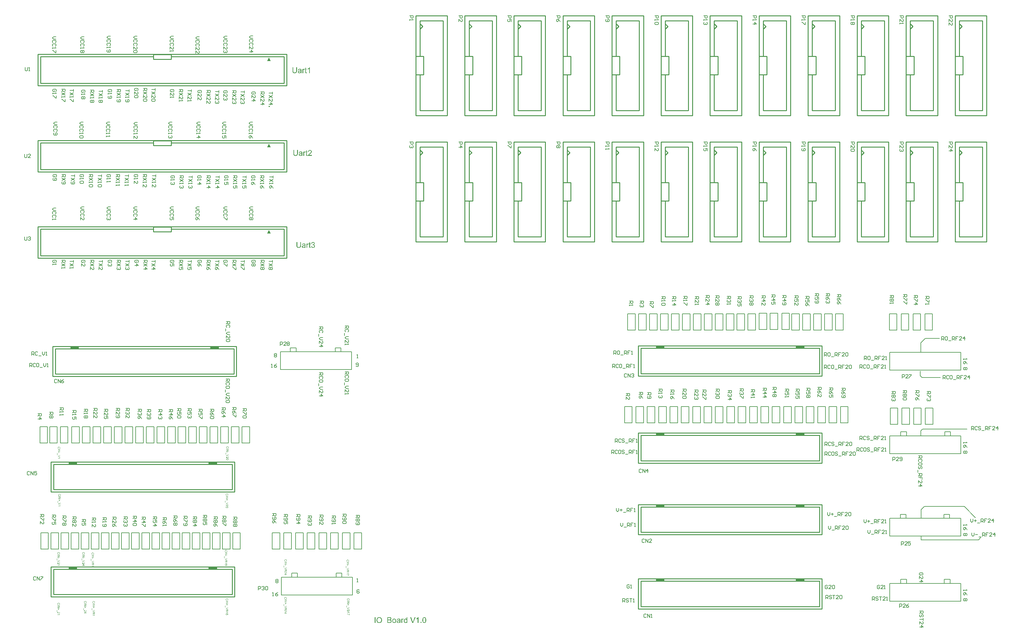
<source format=gto>
G04*
G04 #@! TF.GenerationSoftware,Altium Limited,Altium Designer,23.7.1 (13)*
G04*
G04 Layer_Color=65535*
%FSLAX44Y44*%
%MOMM*%
G71*
G04*
G04 #@! TF.SameCoordinates,B1C70322-BD44-42DD-AC63-955F88C0B9D7*
G04*
G04*
G04 #@! TF.FilePolarity,Positive*
G04*
G01*
G75*
%ADD10C,0.2540*%
%ADD11C,0.2000*%
%ADD12C,0.1270*%
G36*
X763270Y1637030D02*
X753110D01*
X758190Y1647190D01*
X763270Y1637030D01*
D02*
G37*
G36*
Y1390650D02*
X753110D01*
X758190Y1400810D01*
X763270Y1390650D01*
D02*
G37*
G36*
Y1144270D02*
X753110D01*
X758190Y1154430D01*
X763270Y1144270D01*
D02*
G37*
G36*
X2288539Y816610D02*
X2264410D01*
Y822960D01*
X2288539D01*
Y816610D01*
D02*
G37*
G36*
X1888540D02*
X1864411D01*
Y822960D01*
X1888540D01*
Y816610D01*
D02*
G37*
G36*
X614679Y815340D02*
X590550D01*
Y821690D01*
X614679D01*
Y815340D01*
D02*
G37*
G36*
X214680D02*
X190550D01*
Y821690D01*
X214680D01*
Y815340D01*
D02*
G37*
G36*
X2288539Y567623D02*
X2264410D01*
Y573973D01*
X2288539D01*
Y567623D01*
D02*
G37*
G36*
X1888540D02*
X1864411D01*
Y573973D01*
X1888540D01*
Y567623D01*
D02*
G37*
G36*
X609599Y485140D02*
X585470D01*
Y491490D01*
X609599D01*
Y485140D01*
D02*
G37*
G36*
X209600D02*
X185471D01*
Y491490D01*
X209600D01*
Y485140D01*
D02*
G37*
G36*
X2288539Y363220D02*
X2264410D01*
Y369570D01*
X2288539D01*
Y363220D01*
D02*
G37*
G36*
X1888540D02*
X1864411D01*
Y369570D01*
X1888540D01*
Y363220D01*
D02*
G37*
G36*
X609599Y185420D02*
X585470D01*
Y191770D01*
X609599D01*
Y185420D01*
D02*
G37*
G36*
X209600D02*
X185471D01*
Y191770D01*
X209600D01*
Y185420D01*
D02*
G37*
G36*
X2288539Y150930D02*
X2264410D01*
Y157280D01*
X2288539D01*
Y150930D01*
D02*
G37*
G36*
X1888540D02*
X1864411D01*
Y157280D01*
X1888540D01*
Y150930D01*
D02*
G37*
G36*
X1153937Y31750D02*
X1152081D01*
Y33230D01*
X1152057Y33207D01*
X1152033Y33160D01*
X1151963Y33066D01*
X1151869Y32948D01*
X1151752Y32831D01*
X1151611Y32690D01*
X1151446Y32525D01*
X1151235Y32361D01*
X1151023Y32196D01*
X1150788Y32032D01*
X1150506Y31891D01*
X1150201Y31774D01*
X1149895Y31656D01*
X1149543Y31562D01*
X1149167Y31515D01*
X1148768Y31492D01*
X1148627D01*
X1148533Y31515D01*
X1148251Y31539D01*
X1147922Y31586D01*
X1147523Y31679D01*
X1147076Y31820D01*
X1146630Y32009D01*
X1146183Y32267D01*
X1146160D01*
X1146136Y32314D01*
X1145995Y32408D01*
X1145784Y32596D01*
X1145525Y32831D01*
X1145220Y33136D01*
X1144914Y33512D01*
X1144609Y33935D01*
X1144351Y34429D01*
Y34452D01*
X1144327Y34499D01*
X1144304Y34569D01*
X1144257Y34663D01*
X1144210Y34804D01*
X1144139Y34969D01*
X1144092Y35133D01*
X1144045Y35345D01*
X1143928Y35815D01*
X1143810Y36355D01*
X1143740Y36966D01*
X1143716Y37624D01*
Y37647D01*
Y37694D01*
Y37788D01*
Y37929D01*
X1143740Y38070D01*
Y38258D01*
X1143787Y38681D01*
X1143857Y39174D01*
X1143975Y39715D01*
X1144116Y40279D01*
X1144304Y40819D01*
Y40843D01*
X1144327Y40890D01*
X1144374Y40960D01*
X1144421Y41054D01*
X1144562Y41312D01*
X1144750Y41641D01*
X1144985Y41994D01*
X1145290Y42346D01*
X1145643Y42722D01*
X1146066Y43028D01*
X1146089D01*
X1146113Y43051D01*
X1146183Y43098D01*
X1146277Y43145D01*
X1146512Y43263D01*
X1146841Y43427D01*
X1147217Y43568D01*
X1147663Y43685D01*
X1148157Y43780D01*
X1148674Y43803D01*
X1148862D01*
X1149050Y43780D01*
X1149308Y43756D01*
X1149613Y43685D01*
X1149942Y43615D01*
X1150271Y43498D01*
X1150577Y43333D01*
X1150624Y43310D01*
X1150718Y43263D01*
X1150859Y43145D01*
X1151047Y43028D01*
X1151282Y42863D01*
X1151493Y42652D01*
X1151728Y42440D01*
X1151939Y42182D01*
Y48009D01*
X1153937D01*
Y31750D01*
D02*
G37*
G36*
X1141602Y43780D02*
X1141860Y43733D01*
X1142166Y43639D01*
X1142495Y43521D01*
X1142870Y43357D01*
X1143270Y43145D01*
X1142542Y41312D01*
X1142518Y41336D01*
X1142424Y41383D01*
X1142283Y41453D01*
X1142095Y41524D01*
X1141884Y41594D01*
X1141625Y41665D01*
X1141367Y41712D01*
X1141108Y41735D01*
X1140991D01*
X1140873Y41712D01*
X1140709Y41688D01*
X1140545Y41641D01*
X1140333Y41571D01*
X1140122Y41477D01*
X1139934Y41336D01*
X1139910Y41312D01*
X1139840Y41266D01*
X1139769Y41171D01*
X1139652Y41054D01*
X1139534Y40890D01*
X1139417Y40702D01*
X1139299Y40490D01*
X1139205Y40232D01*
X1139182Y40185D01*
X1139158Y40044D01*
X1139111Y39832D01*
X1139041Y39550D01*
X1138970Y39198D01*
X1138923Y38798D01*
X1138900Y38376D01*
X1138876Y37906D01*
Y31750D01*
X1136879D01*
Y43545D01*
X1138688D01*
Y41759D01*
X1138712Y41782D01*
X1138806Y41947D01*
X1138923Y42158D01*
X1139111Y42417D01*
X1139299Y42675D01*
X1139511Y42957D01*
X1139722Y43192D01*
X1139934Y43380D01*
X1139957Y43404D01*
X1140028Y43450D01*
X1140169Y43521D01*
X1140310Y43591D01*
X1140498Y43662D01*
X1140732Y43733D01*
X1140967Y43780D01*
X1141226Y43803D01*
X1141390D01*
X1141602Y43780D01*
D02*
G37*
G36*
X1170524Y31750D02*
X1168292D01*
X1161995Y48009D01*
X1164345D01*
X1168574Y36191D01*
Y36167D01*
X1168597Y36120D01*
X1168621Y36050D01*
X1168668Y35956D01*
X1168691Y35815D01*
X1168738Y35674D01*
X1168856Y35321D01*
X1168997Y34922D01*
X1169138Y34475D01*
X1169420Y33536D01*
Y33559D01*
X1169443Y33606D01*
X1169467Y33677D01*
X1169490Y33771D01*
X1169561Y34029D01*
X1169678Y34381D01*
X1169796Y34781D01*
X1169937Y35227D01*
X1170101Y35697D01*
X1170289Y36191D01*
X1174706Y48009D01*
X1176891D01*
X1170524Y31750D01*
D02*
G37*
G36*
X1194066D02*
X1191787D01*
Y34029D01*
X1194066D01*
Y31750D01*
D02*
G37*
G36*
X1185537D02*
X1183540D01*
Y44461D01*
X1183517Y44437D01*
X1183399Y44343D01*
X1183258Y44202D01*
X1183023Y44038D01*
X1182765Y43826D01*
X1182436Y43591D01*
X1182060Y43333D01*
X1181637Y43075D01*
X1181614D01*
X1181590Y43051D01*
X1181449Y42957D01*
X1181214Y42840D01*
X1180932Y42699D01*
X1180603Y42534D01*
X1180251Y42370D01*
X1179899Y42205D01*
X1179546Y42064D01*
Y43991D01*
X1179570D01*
X1179617Y44038D01*
X1179711Y44061D01*
X1179828Y44132D01*
X1179969Y44202D01*
X1180134Y44296D01*
X1180533Y44531D01*
X1181003Y44790D01*
X1181473Y45119D01*
X1181966Y45495D01*
X1182459Y45894D01*
X1182483Y45918D01*
X1182506Y45941D01*
X1182577Y46012D01*
X1182671Y46082D01*
X1182882Y46317D01*
X1183164Y46599D01*
X1183446Y46928D01*
X1183752Y47304D01*
X1184010Y47680D01*
X1184245Y48079D01*
X1185537D01*
Y31750D01*
D02*
G37*
G36*
X1129760Y43779D02*
X1130113Y43756D01*
X1130512Y43709D01*
X1130911Y43639D01*
X1131311Y43545D01*
X1131687Y43427D01*
X1131734Y43404D01*
X1131851Y43356D01*
X1132016Y43286D01*
X1132227Y43192D01*
X1132462Y43051D01*
X1132697Y42910D01*
X1132909Y42722D01*
X1133096Y42534D01*
X1133120Y42511D01*
X1133167Y42440D01*
X1133238Y42323D01*
X1133332Y42182D01*
X1133449Y41970D01*
X1133543Y41759D01*
X1133637Y41501D01*
X1133707Y41195D01*
Y41171D01*
X1133731Y41101D01*
X1133754Y40960D01*
X1133778Y40772D01*
Y40514D01*
X1133801Y40208D01*
X1133825Y39809D01*
Y39362D01*
Y36684D01*
Y36660D01*
Y36567D01*
Y36425D01*
Y36238D01*
Y36026D01*
Y35768D01*
X1133848Y35204D01*
Y34616D01*
X1133872Y34029D01*
X1133895Y33771D01*
Y33536D01*
X1133919Y33324D01*
X1133942Y33160D01*
Y33136D01*
X1133966Y33042D01*
X1133989Y32901D01*
X1134060Y32713D01*
X1134107Y32502D01*
X1134201Y32267D01*
X1134318Y32009D01*
X1134436Y31750D01*
X1132345Y31750D01*
X1132321Y31774D01*
X1132298Y31867D01*
X1132251Y31985D01*
X1132180Y32173D01*
X1132110Y32384D01*
X1132063Y32643D01*
X1132016Y32925D01*
X1131969Y33230D01*
X1131945D01*
X1131922Y33183D01*
X1131781Y33066D01*
X1131569Y32901D01*
X1131287Y32690D01*
X1130935Y32478D01*
X1130583Y32243D01*
X1130207Y32032D01*
X1129807Y31867D01*
X1129760Y31844D01*
X1129619Y31820D01*
X1129408Y31750D01*
X1129149Y31679D01*
X1128820Y31609D01*
X1128445Y31562D01*
X1128022Y31515D01*
X1127599Y31492D01*
X1127411D01*
X1127270Y31515D01*
X1127105D01*
X1126917Y31539D01*
X1126494Y31609D01*
X1126024Y31727D01*
X1125508Y31891D01*
X1125038Y32126D01*
X1124615Y32431D01*
X1124568Y32478D01*
X1124450Y32596D01*
X1124286Y32807D01*
X1124098Y33089D01*
X1123910Y33442D01*
X1123745Y33841D01*
X1123628Y34334D01*
X1123605Y34569D01*
X1123581Y34851D01*
Y34898D01*
Y34992D01*
X1123605Y35157D01*
X1123628Y35368D01*
X1123675Y35627D01*
X1123745Y35885D01*
X1123839Y36167D01*
X1123957Y36425D01*
X1123980Y36449D01*
X1124027Y36543D01*
X1124121Y36684D01*
X1124239Y36848D01*
X1124380Y37036D01*
X1124568Y37224D01*
X1124756Y37412D01*
X1124991Y37577D01*
X1125014Y37600D01*
X1125108Y37647D01*
X1125226Y37741D01*
X1125414Y37835D01*
X1125625Y37929D01*
X1125884Y38047D01*
X1126142Y38141D01*
X1126448Y38235D01*
X1126471D01*
X1126565Y38258D01*
X1126706Y38305D01*
X1126894Y38329D01*
X1127129Y38376D01*
X1127434Y38423D01*
X1127787Y38493D01*
X1128210Y38540D01*
X1128233D01*
X1128327Y38563D01*
X1128445D01*
X1128609Y38587D01*
X1128797Y38610D01*
X1129032Y38658D01*
X1129290Y38681D01*
X1129572Y38728D01*
X1130136Y38846D01*
X1130747Y38963D01*
X1131287Y39104D01*
X1131546Y39174D01*
X1131781Y39245D01*
Y39268D01*
Y39315D01*
X1131804Y39456D01*
Y39621D01*
Y39715D01*
Y39762D01*
Y39785D01*
Y39809D01*
Y39950D01*
X1131781Y40185D01*
X1131734Y40443D01*
X1131663Y40725D01*
X1131546Y41007D01*
X1131405Y41266D01*
X1131217Y41477D01*
X1131193Y41500D01*
X1131076Y41594D01*
X1130888Y41688D01*
X1130653Y41829D01*
X1130324Y41947D01*
X1129948Y42064D01*
X1129478Y42135D01*
X1128938Y42158D01*
X1128703D01*
X1128468Y42135D01*
X1128139Y42088D01*
X1127810Y42041D01*
X1127458Y41947D01*
X1127129Y41829D01*
X1126847Y41665D01*
X1126823Y41641D01*
X1126729Y41571D01*
X1126612Y41453D01*
X1126471Y41266D01*
X1126330Y41031D01*
X1126165Y40725D01*
X1126024Y40349D01*
X1125884Y39926D01*
X1123933Y40185D01*
Y40208D01*
X1123957Y40232D01*
Y40302D01*
X1123980Y40396D01*
X1124051Y40608D01*
X1124145Y40913D01*
X1124262Y41219D01*
X1124403Y41547D01*
X1124591Y41876D01*
X1124803Y42182D01*
X1124826Y42205D01*
X1124920Y42299D01*
X1125061Y42440D01*
X1125249Y42628D01*
X1125508Y42816D01*
X1125813Y43004D01*
X1126165Y43216D01*
X1126565Y43380D01*
X1126588D01*
X1126612Y43404D01*
X1126682Y43427D01*
X1126776Y43450D01*
X1127011Y43521D01*
X1127340Y43591D01*
X1127716Y43662D01*
X1128186Y43732D01*
X1128680Y43779D01*
X1129243Y43803D01*
X1129502D01*
X1129760Y43779D01*
D02*
G37*
G36*
X1103187Y47985D02*
X1103375D01*
X1103798Y47938D01*
X1104268Y47891D01*
X1104762Y47797D01*
X1105255Y47680D01*
X1105701Y47515D01*
X1105725D01*
X1105748Y47492D01*
X1105889Y47421D01*
X1106101Y47304D01*
X1106336Y47139D01*
X1106618Y46928D01*
X1106923Y46669D01*
X1107205Y46340D01*
X1107464Y45988D01*
X1107487Y45941D01*
X1107558Y45800D01*
X1107675Y45612D01*
X1107792Y45330D01*
X1107910Y45001D01*
X1108027Y44649D01*
X1108098Y44249D01*
X1108121Y43850D01*
Y43803D01*
Y43685D01*
X1108098Y43474D01*
X1108051Y43216D01*
X1107980Y42910D01*
X1107863Y42581D01*
X1107722Y42252D01*
X1107534Y41900D01*
X1107511Y41853D01*
X1107440Y41759D01*
X1107299Y41571D01*
X1107111Y41383D01*
X1106876Y41148D01*
X1106594Y40890D01*
X1106242Y40655D01*
X1105842Y40420D01*
X1105866D01*
X1105913Y40396D01*
X1105983Y40373D01*
X1106077Y40326D01*
X1106359Y40232D01*
X1106688Y40067D01*
X1107041Y39856D01*
X1107440Y39597D01*
X1107792Y39292D01*
X1108121Y38916D01*
X1108145Y38869D01*
X1108239Y38728D01*
X1108380Y38517D01*
X1108521Y38235D01*
X1108662Y37859D01*
X1108803Y37459D01*
X1108897Y36989D01*
X1108920Y36472D01*
Y36449D01*
Y36425D01*
Y36284D01*
X1108897Y36050D01*
X1108850Y35768D01*
X1108803Y35439D01*
X1108709Y35086D01*
X1108591Y34710D01*
X1108427Y34334D01*
X1108403Y34288D01*
X1108333Y34170D01*
X1108239Y34005D01*
X1108098Y33771D01*
X1107910Y33536D01*
X1107722Y33277D01*
X1107487Y33019D01*
X1107228Y32807D01*
X1107205Y32784D01*
X1107111Y32713D01*
X1106947Y32619D01*
X1106735Y32525D01*
X1106477Y32384D01*
X1106171Y32243D01*
X1105842Y32126D01*
X1105443Y32008D01*
X1105396D01*
X1105255Y31962D01*
X1105020Y31938D01*
X1104715Y31891D01*
X1104339Y31844D01*
X1103892Y31797D01*
X1103399Y31774D01*
X1102835Y31750D01*
X1096632D01*
Y48008D01*
X1103023D01*
X1103187Y47985D01*
D02*
G37*
G36*
X1062611Y31750D02*
X1060450D01*
Y48008D01*
X1062611D01*
Y31750D01*
D02*
G37*
G36*
X1116791Y43779D02*
X1117002Y43756D01*
X1117237Y43709D01*
X1117496Y43662D01*
X1117801Y43615D01*
X1118436Y43404D01*
X1118765Y43286D01*
X1119093Y43122D01*
X1119422Y42957D01*
X1119751Y42722D01*
X1120057Y42487D01*
X1120362Y42205D01*
X1120386Y42182D01*
X1120433Y42135D01*
X1120503Y42041D01*
X1120597Y41923D01*
X1120715Y41759D01*
X1120856Y41547D01*
X1120997Y41312D01*
X1121138Y41054D01*
X1121279Y40772D01*
X1121420Y40420D01*
X1121561Y40067D01*
X1121678Y39668D01*
X1121772Y39245D01*
X1121842Y38798D01*
X1121889Y38329D01*
X1121913Y37812D01*
Y37788D01*
Y37718D01*
Y37600D01*
Y37436D01*
X1121889Y37248D01*
X1121866Y37013D01*
Y36778D01*
X1121819Y36519D01*
X1121749Y35932D01*
X1121608Y35345D01*
X1121443Y34757D01*
X1121208Y34217D01*
Y34193D01*
X1121185Y34170D01*
X1121138Y34100D01*
X1121091Y34005D01*
X1120926Y33771D01*
X1120715Y33489D01*
X1120433Y33160D01*
X1120080Y32831D01*
X1119681Y32502D01*
X1119211Y32196D01*
X1119187D01*
X1119164Y32173D01*
X1119093Y32126D01*
X1118976Y32079D01*
X1118859Y32032D01*
X1118718Y31985D01*
X1118365Y31844D01*
X1117966Y31727D01*
X1117472Y31609D01*
X1116955Y31515D01*
X1116392Y31492D01*
X1116157D01*
X1115969Y31515D01*
X1115757Y31539D01*
X1115522Y31586D01*
X1115240Y31632D01*
X1114958Y31679D01*
X1114324Y31867D01*
X1113972Y32008D01*
X1113643Y32149D01*
X1113314Y32337D01*
X1112985Y32549D01*
X1112679Y32784D01*
X1112374Y33066D01*
X1112350Y33089D01*
X1112303Y33136D01*
X1112233Y33230D01*
X1112139Y33371D01*
X1112021Y33536D01*
X1111904Y33724D01*
X1111763Y33958D01*
X1111622Y34241D01*
X1111481Y34546D01*
X1111340Y34898D01*
X1111223Y35274D01*
X1111105Y35674D01*
X1111011Y36120D01*
X1110941Y36590D01*
X1110894Y37107D01*
X1110870Y37647D01*
Y37694D01*
Y37788D01*
X1110894Y37953D01*
Y38188D01*
X1110917Y38446D01*
X1110964Y38775D01*
X1111011Y39104D01*
X1111105Y39480D01*
X1111199Y39856D01*
X1111317Y40255D01*
X1111458Y40678D01*
X1111646Y41077D01*
X1111834Y41453D01*
X1112092Y41829D01*
X1112350Y42182D01*
X1112679Y42487D01*
X1112703Y42511D01*
X1112750Y42534D01*
X1112844Y42605D01*
X1112961Y42699D01*
X1113102Y42793D01*
X1113290Y42910D01*
X1113478Y43028D01*
X1113713Y43145D01*
X1113972Y43263D01*
X1114254Y43380D01*
X1114888Y43591D01*
X1115616Y43756D01*
X1115992Y43779D01*
X1116392Y43803D01*
X1116627D01*
X1116791Y43779D01*
D02*
G37*
G36*
X1202759Y48056D02*
X1203065Y48009D01*
X1203417Y47938D01*
X1203793Y47844D01*
X1204192Y47727D01*
X1204568Y47539D01*
X1204592D01*
X1204615Y47515D01*
X1204733Y47445D01*
X1204921Y47327D01*
X1205156Y47163D01*
X1205414Y46928D01*
X1205696Y46669D01*
X1205955Y46364D01*
X1206213Y46012D01*
X1206236Y45964D01*
X1206330Y45847D01*
X1206424Y45636D01*
X1206589Y45330D01*
X1206730Y44978D01*
X1206918Y44578D01*
X1207082Y44108D01*
X1207223Y43591D01*
Y43568D01*
X1207247Y43521D01*
X1207270Y43450D01*
X1207294Y43333D01*
X1207317Y43192D01*
X1207341Y43028D01*
X1207388Y42816D01*
X1207411Y42581D01*
X1207458Y42323D01*
X1207482Y42041D01*
X1207505Y41712D01*
X1207552Y41383D01*
X1207576Y41007D01*
Y40631D01*
X1207599Y40208D01*
Y39762D01*
Y39738D01*
Y39644D01*
Y39480D01*
Y39292D01*
X1207576Y39034D01*
Y38751D01*
X1207552Y38446D01*
X1207529Y38117D01*
X1207458Y37365D01*
X1207341Y36590D01*
X1207200Y35838D01*
X1207106Y35486D01*
X1206988Y35133D01*
Y35110D01*
X1206965Y35063D01*
X1206918Y34969D01*
X1206871Y34851D01*
X1206824Y34687D01*
X1206730Y34522D01*
X1206542Y34123D01*
X1206307Y33700D01*
X1206002Y33230D01*
X1205649Y32807D01*
X1205226Y32408D01*
X1205203D01*
X1205179Y32361D01*
X1205109Y32314D01*
X1205015Y32267D01*
X1204897Y32196D01*
X1204780Y32102D01*
X1204427Y31938D01*
X1204004Y31774D01*
X1203511Y31609D01*
X1202924Y31515D01*
X1202289Y31468D01*
X1202054D01*
X1201890Y31492D01*
X1201702Y31515D01*
X1201467Y31562D01*
X1201208Y31609D01*
X1200927Y31679D01*
X1200645Y31774D01*
X1200339Y31867D01*
X1200034Y32009D01*
X1199728Y32173D01*
X1199423Y32361D01*
X1199118Y32596D01*
X1198836Y32854D01*
X1198577Y33136D01*
X1198554Y33160D01*
X1198507Y33230D01*
X1198436Y33348D01*
X1198319Y33536D01*
X1198201Y33747D01*
X1198084Y34029D01*
X1197919Y34358D01*
X1197778Y34734D01*
X1197637Y35157D01*
X1197496Y35650D01*
X1197355Y36191D01*
X1197238Y36802D01*
X1197120Y37459D01*
X1197050Y38164D01*
X1197003Y38939D01*
X1196979Y39762D01*
Y39785D01*
Y39879D01*
Y40044D01*
Y40232D01*
X1197003Y40490D01*
Y40772D01*
X1197026Y41077D01*
X1197050Y41430D01*
X1197120Y42158D01*
X1197238Y42934D01*
X1197379Y43709D01*
X1197473Y44061D01*
X1197567Y44414D01*
Y44437D01*
X1197590Y44484D01*
X1197637Y44578D01*
X1197684Y44696D01*
X1197731Y44860D01*
X1197825Y45025D01*
X1198013Y45424D01*
X1198248Y45847D01*
X1198554Y46293D01*
X1198906Y46740D01*
X1199329Y47116D01*
X1199352D01*
X1199376Y47163D01*
X1199446Y47210D01*
X1199540Y47257D01*
X1199658Y47351D01*
X1199799Y47421D01*
X1200151Y47609D01*
X1200574Y47774D01*
X1201068Y47938D01*
X1201655Y48032D01*
X1202289Y48079D01*
X1202501D01*
X1202759Y48056D01*
D02*
G37*
G36*
X1073913Y48267D02*
X1074124D01*
X1074335Y48243D01*
X1074617Y48197D01*
X1074899Y48149D01*
X1075510Y48032D01*
X1076215Y47844D01*
X1076897Y47562D01*
X1077249Y47398D01*
X1077601Y47210D01*
X1077625Y47186D01*
X1077672Y47163D01*
X1077766Y47092D01*
X1077907Y47022D01*
X1078048Y46904D01*
X1078236Y46763D01*
X1078635Y46434D01*
X1079058Y46012D01*
X1079528Y45495D01*
X1079974Y44884D01*
X1080350Y44202D01*
Y44179D01*
X1080397Y44108D01*
X1080444Y44014D01*
X1080491Y43873D01*
X1080585Y43685D01*
X1080656Y43474D01*
X1080750Y43216D01*
X1080844Y42934D01*
X1080914Y42628D01*
X1081008Y42299D01*
X1081102Y41923D01*
X1081173Y41547D01*
X1081267Y40725D01*
X1081314Y39832D01*
Y39809D01*
Y39715D01*
Y39597D01*
X1081290Y39409D01*
Y39198D01*
X1081267Y38939D01*
X1081220Y38658D01*
X1081196Y38352D01*
X1081079Y37671D01*
X1080891Y36919D01*
X1080632Y36167D01*
X1080491Y35791D01*
X1080303Y35415D01*
Y35392D01*
X1080256Y35321D01*
X1080209Y35227D01*
X1080115Y35086D01*
X1080021Y34922D01*
X1079904Y34757D01*
X1079575Y34311D01*
X1079175Y33841D01*
X1078706Y33348D01*
X1078142Y32878D01*
X1077484Y32455D01*
X1077460D01*
X1077413Y32408D01*
X1077296Y32361D01*
X1077155Y32290D01*
X1076991Y32220D01*
X1076803Y32149D01*
X1076568Y32055D01*
X1076309Y31962D01*
X1076027Y31867D01*
X1075722Y31774D01*
X1075040Y31632D01*
X1074312Y31515D01*
X1073537Y31468D01*
X1073302D01*
X1073161Y31492D01*
X1072949D01*
X1072714Y31539D01*
X1072456Y31562D01*
X1072150Y31609D01*
X1071516Y31750D01*
X1070835Y31938D01*
X1070130Y32220D01*
X1069778Y32384D01*
X1069425Y32572D01*
X1069402Y32596D01*
X1069355Y32619D01*
X1069261Y32690D01*
X1069120Y32784D01*
X1068979Y32878D01*
X1068814Y33019D01*
X1068415Y33371D01*
X1067968Y33794D01*
X1067498Y34311D01*
X1067076Y34898D01*
X1066676Y35580D01*
Y35603D01*
X1066629Y35674D01*
X1066582Y35768D01*
X1066535Y35909D01*
X1066465Y36097D01*
X1066394Y36308D01*
X1066300Y36543D01*
X1066230Y36801D01*
X1066136Y37107D01*
X1066042Y37412D01*
X1065901Y38117D01*
X1065807Y38846D01*
X1065760Y39644D01*
Y39668D01*
Y39691D01*
Y39832D01*
X1065783Y40044D01*
Y40326D01*
X1065830Y40655D01*
X1065877Y41054D01*
X1065948Y41500D01*
X1066042Y41970D01*
X1066136Y42464D01*
X1066277Y42981D01*
X1066465Y43498D01*
X1066676Y44038D01*
X1066911Y44555D01*
X1067217Y45072D01*
X1067545Y45542D01*
X1067921Y45988D01*
X1067945Y46012D01*
X1068015Y46082D01*
X1068156Y46199D01*
X1068321Y46340D01*
X1068532Y46528D01*
X1068791Y46716D01*
X1069096Y46928D01*
X1069449Y47139D01*
X1069825Y47351D01*
X1070247Y47562D01*
X1070717Y47750D01*
X1071211Y47938D01*
X1071751Y48079D01*
X1072315Y48197D01*
X1072902Y48267D01*
X1073537Y48291D01*
X1073748D01*
X1073913Y48267D01*
D02*
G37*
G36*
X870387Y1115659D02*
X870645Y1115612D01*
X870951Y1115518D01*
X871280Y1115401D01*
X871656Y1115237D01*
X872055Y1115025D01*
X871327Y1113193D01*
X871303Y1113216D01*
X871209Y1113263D01*
X871068Y1113333D01*
X870880Y1113404D01*
X870669Y1113474D01*
X870410Y1113545D01*
X870152Y1113592D01*
X869893Y1113615D01*
X869776D01*
X869659Y1113592D01*
X869494Y1113568D01*
X869330Y1113521D01*
X869118Y1113451D01*
X868907Y1113357D01*
X868719Y1113216D01*
X868695Y1113193D01*
X868625Y1113146D01*
X868554Y1113052D01*
X868437Y1112934D01*
X868319Y1112770D01*
X868202Y1112582D01*
X868084Y1112370D01*
X867990Y1112112D01*
X867967Y1112065D01*
X867943Y1111924D01*
X867896Y1111712D01*
X867826Y1111430D01*
X867755Y1111078D01*
X867708Y1110678D01*
X867685Y1110256D01*
X867662Y1109786D01*
Y1103630D01*
X865664D01*
Y1115424D01*
X867474D01*
Y1113639D01*
X867497Y1113662D01*
X867591Y1113827D01*
X867708Y1114038D01*
X867896Y1114297D01*
X868084Y1114555D01*
X868296Y1114837D01*
X868507Y1115072D01*
X868719Y1115260D01*
X868742Y1115284D01*
X868813Y1115331D01*
X868954Y1115401D01*
X869095Y1115471D01*
X869283Y1115542D01*
X869518Y1115612D01*
X869753Y1115659D01*
X870011Y1115683D01*
X870175D01*
X870387Y1115659D01*
D02*
G37*
G36*
X884601Y1119936D02*
X884907Y1119889D01*
X885283Y1119818D01*
X885706Y1119701D01*
X886128Y1119560D01*
X886551Y1119372D01*
X886575D01*
X886598Y1119348D01*
X886739Y1119278D01*
X886951Y1119137D01*
X887186Y1118972D01*
X887468Y1118737D01*
X887750Y1118479D01*
X888032Y1118173D01*
X888267Y1117821D01*
X888290Y1117774D01*
X888361Y1117656D01*
X888455Y1117445D01*
X888572Y1117187D01*
X888689Y1116881D01*
X888783Y1116529D01*
X888854Y1116129D01*
X888877Y1115730D01*
Y1115683D01*
Y1115542D01*
X888854Y1115354D01*
X888807Y1115096D01*
X888736Y1114790D01*
X888619Y1114461D01*
X888478Y1114132D01*
X888290Y1113803D01*
X888267Y1113756D01*
X888196Y1113662D01*
X888055Y1113498D01*
X887867Y1113310D01*
X887632Y1113099D01*
X887350Y1112863D01*
X887021Y1112652D01*
X886622Y1112441D01*
X886645D01*
X886692Y1112417D01*
X886763Y1112394D01*
X886857Y1112370D01*
X887115Y1112276D01*
X887444Y1112135D01*
X887820Y1111947D01*
X888196Y1111712D01*
X888549Y1111407D01*
X888877Y1111054D01*
X888901Y1111007D01*
X888995Y1110866D01*
X889136Y1110631D01*
X889277Y1110326D01*
X889418Y1109950D01*
X889559Y1109504D01*
X889653Y1108987D01*
X889676Y1108423D01*
Y1108400D01*
Y1108329D01*
Y1108212D01*
X889653Y1108071D01*
X889629Y1107883D01*
X889582Y1107671D01*
X889535Y1107436D01*
X889488Y1107178D01*
X889300Y1106614D01*
X889159Y1106308D01*
X889018Y1106027D01*
X888830Y1105721D01*
X888619Y1105416D01*
X888384Y1105110D01*
X888102Y1104828D01*
X888079Y1104805D01*
X888032Y1104758D01*
X887938Y1104687D01*
X887820Y1104593D01*
X887679Y1104476D01*
X887491Y1104358D01*
X887280Y1104217D01*
X887021Y1104100D01*
X886763Y1103959D01*
X886458Y1103818D01*
X886152Y1103700D01*
X885800Y1103583D01*
X885424Y1103489D01*
X885024Y1103419D01*
X884625Y1103372D01*
X884178Y1103348D01*
X883967D01*
X883826Y1103372D01*
X883638Y1103395D01*
X883427Y1103419D01*
X883192Y1103465D01*
X882933Y1103512D01*
X882369Y1103653D01*
X881782Y1103888D01*
X881477Y1104029D01*
X881195Y1104194D01*
X880913Y1104405D01*
X880631Y1104617D01*
X880607Y1104640D01*
X880560Y1104687D01*
X880490Y1104758D01*
X880419Y1104852D01*
X880302Y1104969D01*
X880184Y1105134D01*
X880043Y1105298D01*
X879902Y1105510D01*
X879761Y1105745D01*
X879620Y1105980D01*
X879362Y1106543D01*
X879150Y1107201D01*
X879080Y1107554D01*
X879033Y1107930D01*
X881030Y1108188D01*
Y1108165D01*
X881054Y1108118D01*
X881077Y1108024D01*
X881101Y1107906D01*
X881124Y1107765D01*
X881171Y1107601D01*
X881289Y1107248D01*
X881453Y1106825D01*
X881665Y1106426D01*
X881899Y1106050D01*
X882181Y1105721D01*
X882228Y1105698D01*
X882322Y1105604D01*
X882510Y1105486D01*
X882745Y1105369D01*
X883027Y1105228D01*
X883380Y1105110D01*
X883779Y1105016D01*
X884202Y1104993D01*
X884343D01*
X884437Y1105016D01*
X884695Y1105040D01*
X885024Y1105110D01*
X885400Y1105228D01*
X885800Y1105392D01*
X886199Y1105627D01*
X886575Y1105956D01*
X886622Y1106003D01*
X886739Y1106144D01*
X886880Y1106355D01*
X887068Y1106637D01*
X887256Y1106990D01*
X887397Y1107389D01*
X887515Y1107859D01*
X887562Y1108376D01*
Y1108400D01*
Y1108447D01*
Y1108517D01*
X887538Y1108611D01*
X887515Y1108869D01*
X887444Y1109175D01*
X887350Y1109551D01*
X887186Y1109927D01*
X886951Y1110303D01*
X886645Y1110655D01*
X886598Y1110702D01*
X886481Y1110796D01*
X886293Y1110937D01*
X886034Y1111101D01*
X885706Y1111266D01*
X885306Y1111407D01*
X884860Y1111501D01*
X884366Y1111548D01*
X884155D01*
X883990Y1111524D01*
X883779Y1111501D01*
X883544Y1111454D01*
X883262Y1111407D01*
X882957Y1111336D01*
X883192Y1113099D01*
X883309D01*
X883403Y1113075D01*
X883708D01*
X883967Y1113122D01*
X884272Y1113169D01*
X884625Y1113240D01*
X885024Y1113357D01*
X885400Y1113521D01*
X885800Y1113733D01*
X885823D01*
X885847Y1113756D01*
X885964Y1113850D01*
X886128Y1114015D01*
X886317Y1114226D01*
X886504Y1114532D01*
X886669Y1114884D01*
X886786Y1115284D01*
X886833Y1115518D01*
Y1115777D01*
Y1115800D01*
Y1115824D01*
Y1115965D01*
X886786Y1116153D01*
X886739Y1116411D01*
X886645Y1116693D01*
X886528Y1116999D01*
X886340Y1117304D01*
X886081Y1117586D01*
X886058Y1117609D01*
X885941Y1117703D01*
X885776Y1117821D01*
X885565Y1117962D01*
X885283Y1118079D01*
X884954Y1118197D01*
X884578Y1118291D01*
X884155Y1118314D01*
X883967D01*
X883755Y1118267D01*
X883474Y1118220D01*
X883168Y1118126D01*
X882863Y1118009D01*
X882534Y1117821D01*
X882228Y1117586D01*
X882205Y1117562D01*
X882111Y1117445D01*
X881970Y1117281D01*
X881805Y1117046D01*
X881641Y1116740D01*
X881477Y1116364D01*
X881336Y1115918D01*
X881242Y1115401D01*
X879245Y1115753D01*
Y1115777D01*
X879268Y1115847D01*
X879292Y1115941D01*
X879315Y1116082D01*
X879362Y1116247D01*
X879433Y1116435D01*
X879573Y1116881D01*
X879808Y1117398D01*
X880090Y1117915D01*
X880443Y1118408D01*
X880889Y1118855D01*
X880913Y1118878D01*
X880960Y1118902D01*
X881030Y1118949D01*
X881124Y1119019D01*
X881242Y1119113D01*
X881406Y1119207D01*
X881571Y1119301D01*
X881782Y1119419D01*
X882252Y1119607D01*
X882792Y1119795D01*
X883427Y1119912D01*
X883755Y1119959D01*
X884343D01*
X884601Y1119936D01*
D02*
G37*
G36*
X849711Y1110490D02*
Y1110467D01*
Y1110373D01*
Y1110256D01*
Y1110091D01*
X849688Y1109880D01*
Y1109645D01*
X849664Y1109363D01*
X849641Y1109081D01*
X849570Y1108447D01*
X849476Y1107789D01*
X849335Y1107154D01*
X849241Y1106849D01*
X849147Y1106567D01*
Y1106543D01*
X849124Y1106496D01*
X849077Y1106426D01*
X849030Y1106332D01*
X848889Y1106074D01*
X848678Y1105745D01*
X848396Y1105369D01*
X848067Y1104993D01*
X847644Y1104593D01*
X847127Y1104241D01*
X847103D01*
X847056Y1104194D01*
X846986Y1104170D01*
X846868Y1104100D01*
X846727Y1104029D01*
X846540Y1103959D01*
X846351Y1103888D01*
X846116Y1103794D01*
X845858Y1103700D01*
X845576Y1103630D01*
X845271Y1103559D01*
X844918Y1103489D01*
X844566Y1103442D01*
X844190Y1103395D01*
X843344Y1103348D01*
X843133D01*
X842968Y1103372D01*
X842780D01*
X842545Y1103395D01*
X842287Y1103419D01*
X842028Y1103442D01*
X841441Y1103536D01*
X840807Y1103677D01*
X840196Y1103865D01*
X839608Y1104123D01*
X839585D01*
X839538Y1104170D01*
X839467Y1104217D01*
X839373Y1104264D01*
X839115Y1104452D01*
X838810Y1104711D01*
X838457Y1105040D01*
X838128Y1105416D01*
X837799Y1105885D01*
X837541Y1106402D01*
Y1106426D01*
X837517Y1106473D01*
X837494Y1106567D01*
X837447Y1106684D01*
X837400Y1106825D01*
X837353Y1107013D01*
X837282Y1107225D01*
X837235Y1107483D01*
X837188Y1107765D01*
X837118Y1108071D01*
X837071Y1108400D01*
X837024Y1108752D01*
X836977Y1109151D01*
X836954Y1109574D01*
X836930Y1110021D01*
Y1110490D01*
Y1119889D01*
X839091D01*
Y1110490D01*
Y1110467D01*
Y1110397D01*
Y1110279D01*
Y1110138D01*
X839115Y1109974D01*
Y1109762D01*
X839138Y1109316D01*
X839185Y1108799D01*
X839256Y1108282D01*
X839350Y1107789D01*
X839397Y1107577D01*
X839467Y1107366D01*
X839491Y1107319D01*
X839538Y1107201D01*
X839655Y1107037D01*
X839796Y1106802D01*
X839961Y1106567D01*
X840196Y1106308D01*
X840478Y1106050D01*
X840807Y1105838D01*
X840854Y1105815D01*
X840971Y1105745D01*
X841183Y1105674D01*
X841464Y1105580D01*
X841794Y1105463D01*
X842216Y1105392D01*
X842663Y1105322D01*
X843156Y1105298D01*
X843391D01*
X843532Y1105322D01*
X843744D01*
X843955Y1105345D01*
X844472Y1105439D01*
X845036Y1105557D01*
X845576Y1105745D01*
X846093Y1106003D01*
X846328Y1106168D01*
X846540Y1106355D01*
X846563Y1106379D01*
X846586Y1106402D01*
X846633Y1106473D01*
X846704Y1106567D01*
X846774Y1106708D01*
X846868Y1106849D01*
X846962Y1107060D01*
X847056Y1107272D01*
X847150Y1107530D01*
X847221Y1107836D01*
X847315Y1108188D01*
X847385Y1108564D01*
X847456Y1108987D01*
X847503Y1109433D01*
X847550Y1109950D01*
Y1110490D01*
Y1119889D01*
X849711D01*
Y1110490D01*
D02*
G37*
G36*
X858545Y1115659D02*
X858898Y1115636D01*
X859297Y1115589D01*
X859697Y1115518D01*
X860096Y1115424D01*
X860472Y1115307D01*
X860519Y1115284D01*
X860637Y1115237D01*
X860801Y1115166D01*
X861012Y1115072D01*
X861247Y1114931D01*
X861482Y1114790D01*
X861694Y1114602D01*
X861882Y1114414D01*
X861905Y1114391D01*
X861952Y1114320D01*
X862023Y1114203D01*
X862117Y1114062D01*
X862234Y1113850D01*
X862328Y1113639D01*
X862422Y1113380D01*
X862493Y1113075D01*
Y1113052D01*
X862516Y1112981D01*
X862540Y1112840D01*
X862563Y1112652D01*
Y1112394D01*
X862587Y1112088D01*
X862610Y1111689D01*
Y1111242D01*
Y1108564D01*
Y1108540D01*
Y1108447D01*
Y1108306D01*
Y1108118D01*
Y1107906D01*
Y1107648D01*
X862634Y1107084D01*
Y1106496D01*
X862657Y1105909D01*
X862681Y1105651D01*
Y1105416D01*
X862704Y1105204D01*
X862728Y1105040D01*
Y1105016D01*
X862751Y1104922D01*
X862775Y1104781D01*
X862845Y1104593D01*
X862892Y1104382D01*
X862986Y1104147D01*
X863103Y1103888D01*
X863221Y1103630D01*
X861130D01*
X861106Y1103653D01*
X861083Y1103747D01*
X861036Y1103865D01*
X860965Y1104053D01*
X860895Y1104264D01*
X860848Y1104523D01*
X860801Y1104805D01*
X860754Y1105110D01*
X860730D01*
X860707Y1105063D01*
X860566Y1104946D01*
X860355Y1104781D01*
X860073Y1104570D01*
X859720Y1104358D01*
X859368Y1104123D01*
X858992Y1103912D01*
X858592Y1103747D01*
X858545Y1103724D01*
X858404Y1103700D01*
X858193Y1103630D01*
X857934Y1103559D01*
X857606Y1103489D01*
X857230Y1103442D01*
X856807Y1103395D01*
X856384Y1103372D01*
X856196D01*
X856055Y1103395D01*
X855891D01*
X855703Y1103419D01*
X855280Y1103489D01*
X854810Y1103606D01*
X854293Y1103771D01*
X853823Y1104006D01*
X853400Y1104311D01*
X853353Y1104358D01*
X853235Y1104476D01*
X853071Y1104687D01*
X852883Y1104969D01*
X852695Y1105322D01*
X852531Y1105721D01*
X852413Y1106214D01*
X852390Y1106449D01*
X852366Y1106731D01*
Y1106778D01*
Y1106872D01*
X852390Y1107037D01*
X852413Y1107248D01*
X852460Y1107507D01*
X852531Y1107765D01*
X852625Y1108047D01*
X852742Y1108306D01*
X852766Y1108329D01*
X852813Y1108423D01*
X852907Y1108564D01*
X853024Y1108728D01*
X853165Y1108916D01*
X853353Y1109104D01*
X853541Y1109292D01*
X853776Y1109457D01*
X853799Y1109480D01*
X853893Y1109527D01*
X854011Y1109621D01*
X854199Y1109715D01*
X854410Y1109809D01*
X854669Y1109927D01*
X854927Y1110021D01*
X855233Y1110115D01*
X855256D01*
X855350Y1110138D01*
X855491Y1110185D01*
X855679Y1110209D01*
X855914Y1110256D01*
X856219Y1110303D01*
X856572Y1110373D01*
X856995Y1110420D01*
X857018D01*
X857112Y1110444D01*
X857230D01*
X857394Y1110467D01*
X857582Y1110490D01*
X857817Y1110537D01*
X858075Y1110561D01*
X858357Y1110608D01*
X858921Y1110725D01*
X859532Y1110843D01*
X860073Y1110984D01*
X860331Y1111054D01*
X860566Y1111125D01*
Y1111148D01*
Y1111195D01*
X860590Y1111336D01*
Y1111501D01*
Y1111595D01*
Y1111642D01*
Y1111665D01*
Y1111689D01*
Y1111830D01*
X860566Y1112065D01*
X860519Y1112323D01*
X860449Y1112605D01*
X860331Y1112887D01*
X860190Y1113146D01*
X860002Y1113357D01*
X859979Y1113380D01*
X859861Y1113474D01*
X859673Y1113568D01*
X859438Y1113709D01*
X859109Y1113827D01*
X858733Y1113944D01*
X858263Y1114015D01*
X857723Y1114038D01*
X857488D01*
X857253Y1114015D01*
X856924Y1113968D01*
X856595Y1113921D01*
X856243Y1113827D01*
X855914Y1113709D01*
X855632Y1113545D01*
X855609Y1113521D01*
X855515Y1113451D01*
X855397Y1113333D01*
X855256Y1113146D01*
X855115Y1112911D01*
X854951Y1112605D01*
X854810Y1112229D01*
X854669Y1111806D01*
X852719Y1112065D01*
Y1112088D01*
X852742Y1112112D01*
Y1112182D01*
X852766Y1112276D01*
X852836Y1112488D01*
X852930Y1112793D01*
X853048Y1113099D01*
X853188Y1113427D01*
X853376Y1113756D01*
X853588Y1114062D01*
X853611Y1114085D01*
X853705Y1114179D01*
X853846Y1114320D01*
X854034Y1114508D01*
X854293Y1114696D01*
X854598Y1114884D01*
X854951Y1115096D01*
X855350Y1115260D01*
X855374D01*
X855397Y1115284D01*
X855468Y1115307D01*
X855562Y1115331D01*
X855797Y1115401D01*
X856125Y1115471D01*
X856501Y1115542D01*
X856971Y1115612D01*
X857465Y1115659D01*
X858028Y1115683D01*
X858287D01*
X858545Y1115659D01*
D02*
G37*
G36*
X875579Y1115424D02*
X877600D01*
Y1113874D01*
X875579D01*
Y1106943D01*
Y1106896D01*
Y1106802D01*
Y1106661D01*
X875603Y1106496D01*
X875626Y1106121D01*
X875650Y1105956D01*
X875673Y1105838D01*
X875697Y1105791D01*
X875767Y1105698D01*
X875861Y1105580D01*
X876026Y1105463D01*
X876073Y1105439D01*
X876190Y1105392D01*
X876402Y1105345D01*
X876707Y1105322D01*
X876942D01*
X877059Y1105345D01*
X877224D01*
X877412Y1105369D01*
X877600Y1105392D01*
X877858Y1103630D01*
X877811D01*
X877717Y1103606D01*
X877553Y1103583D01*
X877341Y1103559D01*
X877106Y1103512D01*
X876848Y1103489D01*
X876331Y1103465D01*
X876143D01*
X875955Y1103489D01*
X875720Y1103512D01*
X875438Y1103536D01*
X875156Y1103606D01*
X874898Y1103677D01*
X874640Y1103794D01*
X874616Y1103818D01*
X874546Y1103865D01*
X874452Y1103935D01*
X874311Y1104053D01*
X874193Y1104170D01*
X874052Y1104335D01*
X873911Y1104499D01*
X873817Y1104711D01*
Y1104734D01*
X873770Y1104828D01*
X873747Y1104993D01*
X873700Y1105228D01*
X873653Y1105533D01*
X873629Y1105721D01*
Y1105932D01*
X873606Y1106191D01*
X873582Y1106449D01*
Y1106731D01*
Y1107060D01*
Y1113874D01*
X872102D01*
Y1115424D01*
X873582D01*
Y1118338D01*
X875579Y1119536D01*
Y1115424D01*
D02*
G37*
G36*
X861497Y1378549D02*
X861755Y1378503D01*
X862061Y1378409D01*
X862390Y1378291D01*
X862766Y1378127D01*
X863165Y1377915D01*
X862437Y1376082D01*
X862413Y1376106D01*
X862319Y1376153D01*
X862178Y1376223D01*
X861990Y1376294D01*
X861779Y1376364D01*
X861520Y1376435D01*
X861262Y1376482D01*
X861003Y1376505D01*
X860886D01*
X860769Y1376482D01*
X860604Y1376458D01*
X860440Y1376411D01*
X860228Y1376341D01*
X860017Y1376247D01*
X859829Y1376106D01*
X859805Y1376082D01*
X859735Y1376035D01*
X859664Y1375941D01*
X859547Y1375824D01*
X859429Y1375660D01*
X859312Y1375472D01*
X859194Y1375260D01*
X859100Y1375002D01*
X859077Y1374955D01*
X859053Y1374814D01*
X859006Y1374602D01*
X858936Y1374320D01*
X858865Y1373968D01*
X858818Y1373569D01*
X858795Y1373146D01*
X858772Y1372676D01*
Y1366520D01*
X856774D01*
Y1378315D01*
X858584D01*
Y1376529D01*
X858607Y1376552D01*
X858701Y1376717D01*
X858818Y1376928D01*
X859006Y1377187D01*
X859194Y1377445D01*
X859406Y1377727D01*
X859617Y1377962D01*
X859829Y1378150D01*
X859852Y1378174D01*
X859923Y1378221D01*
X860064Y1378291D01*
X860205Y1378362D01*
X860393Y1378432D01*
X860628Y1378503D01*
X860863Y1378549D01*
X861121Y1378573D01*
X861285D01*
X861497Y1378549D01*
D02*
G37*
G36*
X840821Y1373380D02*
Y1373357D01*
Y1373263D01*
Y1373146D01*
Y1372981D01*
X840798Y1372770D01*
Y1372535D01*
X840774Y1372253D01*
X840751Y1371971D01*
X840680Y1371337D01*
X840586Y1370679D01*
X840445Y1370044D01*
X840351Y1369739D01*
X840257Y1369457D01*
Y1369433D01*
X840234Y1369386D01*
X840187Y1369316D01*
X840140Y1369222D01*
X839999Y1368963D01*
X839788Y1368635D01*
X839506Y1368259D01*
X839177Y1367883D01*
X838754Y1367483D01*
X838237Y1367131D01*
X838213D01*
X838166Y1367084D01*
X838096Y1367060D01*
X837978Y1366990D01*
X837837Y1366919D01*
X837650Y1366849D01*
X837461Y1366778D01*
X837226Y1366685D01*
X836968Y1366591D01*
X836686Y1366520D01*
X836381Y1366449D01*
X836028Y1366379D01*
X835676Y1366332D01*
X835300Y1366285D01*
X834454Y1366238D01*
X834243D01*
X834078Y1366262D01*
X833890D01*
X833655Y1366285D01*
X833397Y1366308D01*
X833138Y1366332D01*
X832551Y1366426D01*
X831917Y1366567D01*
X831306Y1366755D01*
X830718Y1367013D01*
X830695D01*
X830648Y1367060D01*
X830577Y1367107D01*
X830483Y1367154D01*
X830225Y1367342D01*
X829920Y1367601D01*
X829567Y1367930D01*
X829238Y1368306D01*
X828909Y1368775D01*
X828651Y1369292D01*
Y1369316D01*
X828627Y1369363D01*
X828604Y1369457D01*
X828557Y1369574D01*
X828510Y1369715D01*
X828463Y1369903D01*
X828392Y1370115D01*
X828345Y1370373D01*
X828298Y1370655D01*
X828228Y1370961D01*
X828181Y1371290D01*
X828134Y1371642D01*
X828087Y1372041D01*
X828064Y1372464D01*
X828040Y1372911D01*
Y1373380D01*
Y1382778D01*
X830201D01*
Y1373380D01*
Y1373357D01*
Y1373287D01*
Y1373169D01*
Y1373028D01*
X830225Y1372864D01*
Y1372652D01*
X830248Y1372206D01*
X830295Y1371689D01*
X830366Y1371172D01*
X830460Y1370679D01*
X830507Y1370467D01*
X830577Y1370256D01*
X830601Y1370209D01*
X830648Y1370091D01*
X830765Y1369927D01*
X830906Y1369692D01*
X831071Y1369457D01*
X831306Y1369198D01*
X831588Y1368940D01*
X831917Y1368728D01*
X831964Y1368705D01*
X832081Y1368635D01*
X832293Y1368564D01*
X832574Y1368470D01*
X832904Y1368353D01*
X833326Y1368282D01*
X833773Y1368212D01*
X834266Y1368188D01*
X834501D01*
X834642Y1368212D01*
X834854D01*
X835065Y1368235D01*
X835582Y1368329D01*
X836146Y1368447D01*
X836686Y1368635D01*
X837203Y1368893D01*
X837438Y1369057D01*
X837650Y1369245D01*
X837673Y1369269D01*
X837696Y1369292D01*
X837743Y1369363D01*
X837814Y1369457D01*
X837884Y1369598D01*
X837978Y1369739D01*
X838072Y1369950D01*
X838166Y1370162D01*
X838260Y1370420D01*
X838331Y1370726D01*
X838425Y1371078D01*
X838495Y1371454D01*
X838566Y1371877D01*
X838613Y1372323D01*
X838660Y1372840D01*
Y1373380D01*
Y1382778D01*
X840821D01*
Y1373380D01*
D02*
G37*
G36*
X875899Y1382825D02*
X876087Y1382802D01*
X876322Y1382778D01*
X876581Y1382732D01*
X876839Y1382685D01*
X877450Y1382520D01*
X878061Y1382285D01*
X878366Y1382144D01*
X878672Y1381980D01*
X878954Y1381768D01*
X879212Y1381533D01*
X879236Y1381510D01*
X879283Y1381486D01*
X879330Y1381392D01*
X879424Y1381298D01*
X879541Y1381181D01*
X879659Y1381016D01*
X879776Y1380852D01*
X879917Y1380641D01*
X880152Y1380194D01*
X880387Y1379630D01*
X880481Y1379348D01*
X880528Y1379019D01*
X880575Y1378690D01*
X880598Y1378338D01*
Y1378291D01*
Y1378174D01*
X880575Y1377986D01*
X880551Y1377727D01*
X880504Y1377445D01*
X880410Y1377116D01*
X880316Y1376764D01*
X880175Y1376411D01*
X880152Y1376364D01*
X880105Y1376247D01*
X880011Y1376059D01*
X879870Y1375800D01*
X879682Y1375519D01*
X879447Y1375166D01*
X879165Y1374814D01*
X878836Y1374414D01*
X878789Y1374367D01*
X878672Y1374226D01*
X878554Y1374109D01*
X878437Y1373991D01*
X878296Y1373850D01*
X878108Y1373663D01*
X877920Y1373474D01*
X877685Y1373263D01*
X877450Y1373028D01*
X877168Y1372770D01*
X876863Y1372511D01*
X876534Y1372206D01*
X876158Y1371900D01*
X875782Y1371571D01*
X875758Y1371548D01*
X875711Y1371501D01*
X875617Y1371431D01*
X875500Y1371337D01*
X875359Y1371196D01*
X875194Y1371055D01*
X874818Y1370749D01*
X874419Y1370397D01*
X874043Y1370044D01*
X873714Y1369739D01*
X873573Y1369621D01*
X873456Y1369504D01*
X873432Y1369480D01*
X873362Y1369410D01*
X873268Y1369316D01*
X873150Y1369175D01*
X873033Y1369010D01*
X872892Y1368846D01*
X872610Y1368447D01*
X880622D01*
Y1366520D01*
X869838D01*
Y1366543D01*
Y1366638D01*
Y1366778D01*
X869861Y1366966D01*
X869885Y1367178D01*
X869932Y1367413D01*
X869979Y1367648D01*
X870073Y1367906D01*
Y1367930D01*
X870096Y1367953D01*
X870143Y1368094D01*
X870237Y1368306D01*
X870378Y1368588D01*
X870566Y1368916D01*
X870801Y1369292D01*
X871059Y1369668D01*
X871388Y1370068D01*
Y1370091D01*
X871435Y1370115D01*
X871553Y1370256D01*
X871764Y1370467D01*
X872070Y1370773D01*
X872422Y1371125D01*
X872868Y1371548D01*
X873409Y1372018D01*
X873996Y1372511D01*
X874020Y1372535D01*
X874114Y1372605D01*
X874255Y1372723D01*
X874419Y1372864D01*
X874631Y1373052D01*
X874889Y1373263D01*
X875147Y1373498D01*
X875453Y1373757D01*
X876040Y1374320D01*
X876628Y1374884D01*
X876910Y1375166D01*
X877168Y1375448D01*
X877403Y1375706D01*
X877591Y1375965D01*
Y1375988D01*
X877638Y1376012D01*
X877685Y1376082D01*
X877732Y1376176D01*
X877896Y1376435D01*
X878084Y1376740D01*
X878249Y1377116D01*
X878413Y1377516D01*
X878507Y1377962D01*
X878554Y1378385D01*
Y1378409D01*
Y1378432D01*
X878531Y1378573D01*
X878507Y1378808D01*
X878437Y1379066D01*
X878343Y1379395D01*
X878178Y1379724D01*
X877967Y1380053D01*
X877685Y1380382D01*
X877638Y1380429D01*
X877521Y1380523D01*
X877356Y1380641D01*
X877098Y1380805D01*
X876769Y1380946D01*
X876393Y1381087D01*
X875946Y1381181D01*
X875453Y1381204D01*
X875312D01*
X875218Y1381181D01*
X874936Y1381157D01*
X874607Y1381087D01*
X874255Y1380993D01*
X873855Y1380829D01*
X873479Y1380617D01*
X873127Y1380335D01*
X873080Y1380288D01*
X872986Y1380171D01*
X872845Y1379983D01*
X872704Y1379701D01*
X872540Y1379372D01*
X872399Y1378949D01*
X872305Y1378479D01*
X872258Y1377939D01*
X870213Y1378150D01*
Y1378174D01*
X870237Y1378244D01*
Y1378362D01*
X870260Y1378526D01*
X870307Y1378714D01*
X870355Y1378925D01*
X870425Y1379184D01*
X870496Y1379442D01*
X870683Y1380006D01*
X870965Y1380570D01*
X871130Y1380852D01*
X871341Y1381134D01*
X871553Y1381392D01*
X871788Y1381627D01*
X871811Y1381651D01*
X871858Y1381674D01*
X871929Y1381745D01*
X872046Y1381815D01*
X872187Y1381909D01*
X872352Y1382003D01*
X872540Y1382121D01*
X872775Y1382238D01*
X873033Y1382356D01*
X873315Y1382473D01*
X873620Y1382567D01*
X873949Y1382661D01*
X874302Y1382732D01*
X874678Y1382802D01*
X875077Y1382825D01*
X875500Y1382849D01*
X875735D01*
X875899Y1382825D01*
D02*
G37*
G36*
X849655Y1378549D02*
X850008Y1378526D01*
X850407Y1378479D01*
X850807Y1378409D01*
X851206Y1378315D01*
X851582Y1378197D01*
X851629Y1378174D01*
X851747Y1378127D01*
X851911Y1378056D01*
X852122Y1377962D01*
X852357Y1377821D01*
X852592Y1377680D01*
X852804Y1377492D01*
X852992Y1377304D01*
X853015Y1377281D01*
X853062Y1377210D01*
X853133Y1377093D01*
X853227Y1376952D01*
X853344Y1376740D01*
X853438Y1376529D01*
X853532Y1376270D01*
X853603Y1375965D01*
Y1375941D01*
X853626Y1375871D01*
X853650Y1375730D01*
X853673Y1375542D01*
Y1375284D01*
X853697Y1374978D01*
X853720Y1374579D01*
Y1374132D01*
Y1371454D01*
Y1371431D01*
Y1371337D01*
Y1371196D01*
Y1371008D01*
Y1370796D01*
Y1370538D01*
X853744Y1369974D01*
Y1369386D01*
X853767Y1368799D01*
X853791Y1368541D01*
Y1368306D01*
X853814Y1368094D01*
X853838Y1367930D01*
Y1367906D01*
X853861Y1367812D01*
X853885Y1367671D01*
X853955Y1367483D01*
X854002Y1367272D01*
X854096Y1367037D01*
X854213Y1366778D01*
X854331Y1366520D01*
X852240D01*
X852216Y1366543D01*
X852193Y1366638D01*
X852146Y1366755D01*
X852075Y1366943D01*
X852005Y1367154D01*
X851958Y1367413D01*
X851911Y1367695D01*
X851864Y1368000D01*
X851840D01*
X851817Y1367953D01*
X851676Y1367836D01*
X851464Y1367671D01*
X851183Y1367460D01*
X850830Y1367248D01*
X850478Y1367013D01*
X850102Y1366802D01*
X849702Y1366638D01*
X849655Y1366614D01*
X849514Y1366591D01*
X849303Y1366520D01*
X849044Y1366449D01*
X848716Y1366379D01*
X848340Y1366332D01*
X847917Y1366285D01*
X847494Y1366262D01*
X847306D01*
X847165Y1366285D01*
X847001D01*
X846813Y1366308D01*
X846390Y1366379D01*
X845920Y1366496D01*
X845403Y1366661D01*
X844933Y1366896D01*
X844510Y1367201D01*
X844463Y1367248D01*
X844345Y1367366D01*
X844181Y1367577D01*
X843993Y1367859D01*
X843805Y1368212D01*
X843641Y1368611D01*
X843523Y1369104D01*
X843500Y1369339D01*
X843476Y1369621D01*
Y1369668D01*
Y1369762D01*
X843500Y1369927D01*
X843523Y1370138D01*
X843570Y1370397D01*
X843641Y1370655D01*
X843735Y1370937D01*
X843852Y1371196D01*
X843876Y1371219D01*
X843923Y1371313D01*
X844017Y1371454D01*
X844134Y1371618D01*
X844275Y1371806D01*
X844463Y1371994D01*
X844651Y1372182D01*
X844886Y1372347D01*
X844909Y1372370D01*
X845003Y1372417D01*
X845121Y1372511D01*
X845309Y1372605D01*
X845520Y1372699D01*
X845779Y1372817D01*
X846037Y1372911D01*
X846343Y1373005D01*
X846366D01*
X846460Y1373028D01*
X846601Y1373075D01*
X846789Y1373099D01*
X847024Y1373146D01*
X847329Y1373193D01*
X847682Y1373263D01*
X848105Y1373310D01*
X848128D01*
X848222Y1373334D01*
X848340D01*
X848504Y1373357D01*
X848692Y1373380D01*
X848927Y1373427D01*
X849185Y1373451D01*
X849467Y1373498D01*
X850031Y1373616D01*
X850642Y1373733D01*
X851183Y1373874D01*
X851441Y1373944D01*
X851676Y1374015D01*
Y1374038D01*
Y1374085D01*
X851700Y1374226D01*
Y1374391D01*
Y1374485D01*
Y1374532D01*
Y1374555D01*
Y1374579D01*
Y1374720D01*
X851676Y1374955D01*
X851629Y1375213D01*
X851559Y1375495D01*
X851441Y1375777D01*
X851300Y1376035D01*
X851112Y1376247D01*
X851089Y1376270D01*
X850971Y1376364D01*
X850783Y1376458D01*
X850548Y1376599D01*
X850219Y1376717D01*
X849843Y1376834D01*
X849373Y1376905D01*
X848833Y1376928D01*
X848598D01*
X848363Y1376905D01*
X848034Y1376858D01*
X847705Y1376811D01*
X847353Y1376717D01*
X847024Y1376599D01*
X846742Y1376435D01*
X846719Y1376411D01*
X846625Y1376341D01*
X846507Y1376223D01*
X846366Y1376035D01*
X846225Y1375800D01*
X846061Y1375495D01*
X845920Y1375119D01*
X845779Y1374696D01*
X843829Y1374955D01*
Y1374978D01*
X843852Y1375002D01*
Y1375072D01*
X843876Y1375166D01*
X843946Y1375378D01*
X844040Y1375683D01*
X844158Y1375988D01*
X844298Y1376317D01*
X844486Y1376646D01*
X844698Y1376952D01*
X844721Y1376975D01*
X844815Y1377069D01*
X844956Y1377210D01*
X845144Y1377398D01*
X845403Y1377586D01*
X845708Y1377774D01*
X846061Y1377986D01*
X846460Y1378150D01*
X846484D01*
X846507Y1378174D01*
X846578Y1378197D01*
X846672Y1378221D01*
X846907Y1378291D01*
X847235Y1378362D01*
X847611Y1378432D01*
X848081Y1378503D01*
X848575Y1378549D01*
X849138Y1378573D01*
X849397D01*
X849655Y1378549D01*
D02*
G37*
G36*
X866689Y1378315D02*
X868710D01*
Y1376764D01*
X866689D01*
Y1369833D01*
Y1369786D01*
Y1369692D01*
Y1369551D01*
X866713Y1369386D01*
X866736Y1369010D01*
X866760Y1368846D01*
X866783Y1368728D01*
X866807Y1368681D01*
X866877Y1368588D01*
X866971Y1368470D01*
X867136Y1368353D01*
X867183Y1368329D01*
X867300Y1368282D01*
X867512Y1368235D01*
X867817Y1368212D01*
X868052D01*
X868169Y1368235D01*
X868334D01*
X868522Y1368259D01*
X868710Y1368282D01*
X868968Y1366520D01*
X868921D01*
X868827Y1366496D01*
X868663Y1366473D01*
X868451Y1366449D01*
X868216Y1366402D01*
X867958Y1366379D01*
X867441Y1366355D01*
X867253D01*
X867065Y1366379D01*
X866830Y1366402D01*
X866548Y1366426D01*
X866266Y1366496D01*
X866008Y1366567D01*
X865750Y1366685D01*
X865726Y1366708D01*
X865656Y1366755D01*
X865562Y1366825D01*
X865421Y1366943D01*
X865303Y1367060D01*
X865162Y1367225D01*
X865021Y1367389D01*
X864927Y1367601D01*
Y1367624D01*
X864880Y1367718D01*
X864857Y1367883D01*
X864810Y1368118D01*
X864763Y1368423D01*
X864739Y1368611D01*
Y1368822D01*
X864716Y1369081D01*
X864692Y1369339D01*
Y1369621D01*
Y1369950D01*
Y1376764D01*
X863212D01*
Y1378315D01*
X864692D01*
Y1381228D01*
X866689Y1382426D01*
Y1378315D01*
D02*
G37*
G36*
X858957Y1614769D02*
X859215Y1614722D01*
X859521Y1614628D01*
X859850Y1614511D01*
X860226Y1614346D01*
X860625Y1614135D01*
X859897Y1612303D01*
X859873Y1612326D01*
X859779Y1612373D01*
X859638Y1612443D01*
X859450Y1612514D01*
X859239Y1612584D01*
X858980Y1612655D01*
X858722Y1612702D01*
X858464Y1612725D01*
X858346D01*
X858229Y1612702D01*
X858064Y1612678D01*
X857900Y1612631D01*
X857688Y1612561D01*
X857477Y1612467D01*
X857289Y1612326D01*
X857265Y1612303D01*
X857195Y1612256D01*
X857124Y1612162D01*
X857007Y1612044D01*
X856889Y1611880D01*
X856772Y1611692D01*
X856654Y1611480D01*
X856560Y1611222D01*
X856537Y1611175D01*
X856513Y1611034D01*
X856466Y1610822D01*
X856396Y1610540D01*
X856325Y1610188D01*
X856278Y1609789D01*
X856255Y1609366D01*
X856232Y1608896D01*
Y1602740D01*
X854234D01*
Y1614534D01*
X856043D01*
Y1612749D01*
X856067Y1612772D01*
X856161Y1612937D01*
X856278Y1613148D01*
X856466Y1613407D01*
X856654Y1613665D01*
X856866Y1613947D01*
X857077Y1614182D01*
X857289Y1614370D01*
X857312Y1614393D01*
X857383Y1614440D01*
X857524Y1614511D01*
X857665Y1614581D01*
X857853Y1614652D01*
X858088Y1614722D01*
X858323Y1614769D01*
X858581Y1614793D01*
X858745D01*
X858957Y1614769D01*
D02*
G37*
G36*
X838281Y1609601D02*
Y1609577D01*
Y1609483D01*
Y1609366D01*
Y1609201D01*
X838258Y1608990D01*
Y1608755D01*
X838234Y1608473D01*
X838211Y1608191D01*
X838140Y1607556D01*
X838046Y1606899D01*
X837905Y1606264D01*
X837811Y1605959D01*
X837717Y1605677D01*
Y1605653D01*
X837694Y1605606D01*
X837647Y1605536D01*
X837600Y1605442D01*
X837459Y1605184D01*
X837247Y1604855D01*
X836966Y1604479D01*
X836637Y1604103D01*
X836214Y1603703D01*
X835697Y1603351D01*
X835673D01*
X835626Y1603304D01*
X835556Y1603280D01*
X835438Y1603210D01*
X835297Y1603139D01*
X835109Y1603069D01*
X834921Y1602998D01*
X834687Y1602905D01*
X834428Y1602811D01*
X834146Y1602740D01*
X833841Y1602670D01*
X833488Y1602599D01*
X833136Y1602552D01*
X832760Y1602505D01*
X831914Y1602458D01*
X831703D01*
X831538Y1602482D01*
X831350D01*
X831115Y1602505D01*
X830857Y1602529D01*
X830598Y1602552D01*
X830011Y1602646D01*
X829377Y1602787D01*
X828766Y1602975D01*
X828178Y1603233D01*
X828155D01*
X828108Y1603280D01*
X828037Y1603327D01*
X827943Y1603374D01*
X827685Y1603562D01*
X827380Y1603821D01*
X827027Y1604150D01*
X826698Y1604526D01*
X826369Y1604996D01*
X826111Y1605512D01*
Y1605536D01*
X826087Y1605583D01*
X826064Y1605677D01*
X826017Y1605794D01*
X825970Y1605935D01*
X825923Y1606123D01*
X825852Y1606335D01*
X825805Y1606593D01*
X825758Y1606875D01*
X825688Y1607181D01*
X825641Y1607509D01*
X825594Y1607862D01*
X825547Y1608261D01*
X825524Y1608684D01*
X825500Y1609131D01*
Y1609601D01*
Y1618999D01*
X827662D01*
Y1609601D01*
Y1609577D01*
Y1609507D01*
Y1609389D01*
Y1609248D01*
X827685Y1609084D01*
Y1608872D01*
X827709Y1608426D01*
X827756Y1607909D01*
X827826Y1607392D01*
X827920Y1606899D01*
X827967Y1606687D01*
X828037Y1606476D01*
X828061Y1606429D01*
X828108Y1606311D01*
X828225Y1606147D01*
X828366Y1605912D01*
X828531Y1605677D01*
X828766Y1605418D01*
X829048Y1605160D01*
X829377Y1604948D01*
X829424Y1604925D01*
X829541Y1604855D01*
X829753Y1604784D01*
X830034Y1604690D01*
X830363Y1604573D01*
X830786Y1604502D01*
X831233Y1604432D01*
X831726Y1604408D01*
X831961D01*
X832102Y1604432D01*
X832314D01*
X832525Y1604455D01*
X833042Y1604549D01*
X833606Y1604667D01*
X834146Y1604855D01*
X834663Y1605113D01*
X834898Y1605278D01*
X835109Y1605465D01*
X835133Y1605489D01*
X835156Y1605512D01*
X835203Y1605583D01*
X835274Y1605677D01*
X835344Y1605818D01*
X835438Y1605959D01*
X835532Y1606170D01*
X835626Y1606382D01*
X835720Y1606640D01*
X835791Y1606946D01*
X835885Y1607298D01*
X835955Y1607674D01*
X836026Y1608097D01*
X836073Y1608543D01*
X836120Y1609060D01*
Y1609601D01*
Y1618999D01*
X838281D01*
Y1609601D01*
D02*
G37*
G36*
X875098Y1602740D02*
X873101D01*
Y1615451D01*
X873077Y1615427D01*
X872960Y1615333D01*
X872819Y1615192D01*
X872584Y1615028D01*
X872326Y1614816D01*
X871997Y1614581D01*
X871621Y1614323D01*
X871198Y1614065D01*
X871174D01*
X871151Y1614041D01*
X871010Y1613947D01*
X870775Y1613830D01*
X870493Y1613689D01*
X870164Y1613524D01*
X869812Y1613360D01*
X869459Y1613195D01*
X869107Y1613054D01*
Y1614981D01*
X869130D01*
X869177Y1615028D01*
X869271Y1615051D01*
X869389Y1615122D01*
X869530Y1615192D01*
X869694Y1615286D01*
X870094Y1615521D01*
X870563Y1615780D01*
X871033Y1616109D01*
X871527Y1616485D01*
X872020Y1616884D01*
X872044Y1616908D01*
X872067Y1616931D01*
X872138Y1617001D01*
X872232Y1617072D01*
X872443Y1617307D01*
X872725Y1617589D01*
X873007Y1617918D01*
X873312Y1618294D01*
X873571Y1618670D01*
X873806Y1619069D01*
X875098D01*
Y1602740D01*
D02*
G37*
G36*
X847115Y1614769D02*
X847468Y1614746D01*
X847867Y1614699D01*
X848267Y1614628D01*
X848666Y1614534D01*
X849042Y1614417D01*
X849089Y1614393D01*
X849206Y1614346D01*
X849371Y1614276D01*
X849582Y1614182D01*
X849817Y1614041D01*
X850052Y1613900D01*
X850264Y1613712D01*
X850452Y1613524D01*
X850475Y1613501D01*
X850522Y1613430D01*
X850593Y1613313D01*
X850687Y1613172D01*
X850804Y1612960D01*
X850898Y1612749D01*
X850992Y1612490D01*
X851063Y1612185D01*
Y1612162D01*
X851086Y1612091D01*
X851109Y1611950D01*
X851133Y1611762D01*
Y1611504D01*
X851156Y1611198D01*
X851180Y1610799D01*
Y1610352D01*
Y1607674D01*
Y1607650D01*
Y1607556D01*
Y1607415D01*
Y1607227D01*
Y1607016D01*
Y1606758D01*
X851204Y1606194D01*
Y1605606D01*
X851227Y1605019D01*
X851251Y1604761D01*
Y1604526D01*
X851274Y1604314D01*
X851298Y1604150D01*
Y1604126D01*
X851321Y1604032D01*
X851345Y1603891D01*
X851415Y1603703D01*
X851462Y1603492D01*
X851556Y1603257D01*
X851673Y1602998D01*
X851791Y1602740D01*
X849700D01*
X849676Y1602764D01*
X849653Y1602858D01*
X849606Y1602975D01*
X849535Y1603163D01*
X849465Y1603374D01*
X849418Y1603633D01*
X849371Y1603915D01*
X849324Y1604220D01*
X849300D01*
X849277Y1604173D01*
X849136Y1604056D01*
X848924Y1603891D01*
X848643Y1603680D01*
X848290Y1603468D01*
X847938Y1603233D01*
X847562Y1603022D01*
X847162Y1602858D01*
X847115Y1602834D01*
X846974Y1602811D01*
X846763Y1602740D01*
X846505Y1602670D01*
X846176Y1602599D01*
X845800Y1602552D01*
X845377Y1602505D01*
X844954Y1602482D01*
X844766D01*
X844625Y1602505D01*
X844461D01*
X844273Y1602529D01*
X843850Y1602599D01*
X843380Y1602717D01*
X842863Y1602881D01*
X842393Y1603116D01*
X841970Y1603421D01*
X841923Y1603468D01*
X841805Y1603586D01*
X841641Y1603797D01*
X841453Y1604079D01*
X841265Y1604432D01*
X841101Y1604831D01*
X840983Y1605324D01*
X840960Y1605559D01*
X840936Y1605841D01*
Y1605888D01*
Y1605982D01*
X840960Y1606147D01*
X840983Y1606358D01*
X841030Y1606617D01*
X841101Y1606875D01*
X841195Y1607157D01*
X841312Y1607415D01*
X841336Y1607439D01*
X841383Y1607533D01*
X841477Y1607674D01*
X841594Y1607838D01*
X841735Y1608026D01*
X841923Y1608214D01*
X842111Y1608402D01*
X842346Y1608567D01*
X842369Y1608590D01*
X842463Y1608637D01*
X842581Y1608731D01*
X842769Y1608825D01*
X842980Y1608919D01*
X843239Y1609037D01*
X843497Y1609131D01*
X843803Y1609225D01*
X843826D01*
X843920Y1609248D01*
X844061Y1609295D01*
X844249Y1609319D01*
X844484Y1609366D01*
X844789Y1609413D01*
X845142Y1609483D01*
X845565Y1609530D01*
X845588D01*
X845682Y1609554D01*
X845800D01*
X845964Y1609577D01*
X846152Y1609601D01*
X846387Y1609648D01*
X846646Y1609671D01*
X846927Y1609718D01*
X847491Y1609836D01*
X848102Y1609953D01*
X848643Y1610094D01*
X848901Y1610164D01*
X849136Y1610235D01*
Y1610258D01*
Y1610305D01*
X849159Y1610446D01*
Y1610611D01*
Y1610705D01*
Y1610752D01*
Y1610775D01*
Y1610799D01*
Y1610940D01*
X849136Y1611175D01*
X849089Y1611433D01*
X849018Y1611715D01*
X848901Y1611997D01*
X848760Y1612256D01*
X848572Y1612467D01*
X848549Y1612490D01*
X848431Y1612584D01*
X848243Y1612678D01*
X848008Y1612819D01*
X847679Y1612937D01*
X847303Y1613054D01*
X846833Y1613125D01*
X846293Y1613148D01*
X846058D01*
X845823Y1613125D01*
X845494Y1613078D01*
X845165Y1613031D01*
X844813Y1612937D01*
X844484Y1612819D01*
X844202Y1612655D01*
X844178Y1612631D01*
X844084Y1612561D01*
X843967Y1612443D01*
X843826Y1612256D01*
X843685Y1612021D01*
X843521Y1611715D01*
X843380Y1611339D01*
X843239Y1610916D01*
X841289Y1611175D01*
Y1611198D01*
X841312Y1611222D01*
Y1611292D01*
X841336Y1611386D01*
X841406Y1611598D01*
X841500Y1611903D01*
X841618Y1612209D01*
X841758Y1612537D01*
X841946Y1612866D01*
X842158Y1613172D01*
X842181Y1613195D01*
X842275Y1613289D01*
X842416Y1613430D01*
X842604Y1613618D01*
X842863Y1613806D01*
X843168Y1613994D01*
X843521Y1614206D01*
X843920Y1614370D01*
X843944D01*
X843967Y1614393D01*
X844038Y1614417D01*
X844131Y1614440D01*
X844367Y1614511D01*
X844695Y1614581D01*
X845071Y1614652D01*
X845541Y1614722D01*
X846035Y1614769D01*
X846599Y1614793D01*
X846857D01*
X847115Y1614769D01*
D02*
G37*
G36*
X864149Y1614534D02*
X866170D01*
Y1612984D01*
X864149D01*
Y1606053D01*
Y1606006D01*
Y1605912D01*
Y1605771D01*
X864173Y1605606D01*
X864196Y1605231D01*
X864220Y1605066D01*
X864243Y1604948D01*
X864267Y1604901D01*
X864337Y1604808D01*
X864431Y1604690D01*
X864596Y1604573D01*
X864643Y1604549D01*
X864760Y1604502D01*
X864972Y1604455D01*
X865277Y1604432D01*
X865512D01*
X865630Y1604455D01*
X865794D01*
X865982Y1604479D01*
X866170Y1604502D01*
X866428Y1602740D01*
X866381D01*
X866287Y1602717D01*
X866123Y1602693D01*
X865911Y1602670D01*
X865676Y1602623D01*
X865418Y1602599D01*
X864901Y1602576D01*
X864713D01*
X864525Y1602599D01*
X864290Y1602623D01*
X864008Y1602646D01*
X863726Y1602717D01*
X863468Y1602787D01*
X863210Y1602905D01*
X863186Y1602928D01*
X863115Y1602975D01*
X863021Y1603045D01*
X862880Y1603163D01*
X862763Y1603280D01*
X862622Y1603445D01*
X862481Y1603609D01*
X862387Y1603821D01*
Y1603844D01*
X862340Y1603938D01*
X862317Y1604103D01*
X862270Y1604338D01*
X862223Y1604643D01*
X862199Y1604831D01*
Y1605043D01*
X862176Y1605301D01*
X862152Y1605559D01*
Y1605841D01*
Y1606170D01*
Y1612984D01*
X860672D01*
Y1614534D01*
X862152D01*
Y1617448D01*
X864149Y1618646D01*
Y1614534D01*
D02*
G37*
G36*
X639738Y535931D02*
X639832D01*
X639926Y535921D01*
X640048Y535912D01*
X640170Y535893D01*
X640443Y535846D01*
X640743Y535780D01*
X641044Y535686D01*
X641336Y535555D01*
X641345Y535545D01*
X641373Y535536D01*
X641411Y535517D01*
X641458Y535480D01*
X641524Y535442D01*
X641599Y535395D01*
X641768Y535273D01*
X641956Y535113D01*
X642144Y534925D01*
X642332Y534709D01*
X642492Y534455D01*
X642501Y534446D01*
X642510Y534417D01*
X642529Y534380D01*
X642557Y534333D01*
X642586Y534258D01*
X642614Y534183D01*
X642651Y534089D01*
X642689Y533985D01*
X642726Y533872D01*
X642764Y533750D01*
X642820Y533487D01*
X642867Y533186D01*
X642886Y532876D01*
Y532782D01*
X642877Y532716D01*
X642867Y532632D01*
X642858Y532528D01*
X642849Y532425D01*
X642820Y532303D01*
X642764Y532049D01*
X642679Y531767D01*
X642623Y531626D01*
X642557Y531495D01*
X642473Y531363D01*
X642388Y531232D01*
X642379Y531222D01*
X642369Y531203D01*
X642341Y531166D01*
X642294Y531119D01*
X642247Y531072D01*
X642181Y531006D01*
X642106Y530940D01*
X642031Y530865D01*
X641937Y530790D01*
X641824Y530715D01*
X641711Y530630D01*
X641589Y530555D01*
X641448Y530489D01*
X641307Y530414D01*
X641157Y530358D01*
X640988Y530301D01*
X640790Y531147D01*
X640800D01*
X640819Y531156D01*
X640856Y531175D01*
X640903Y531194D01*
X640960Y531213D01*
X641035Y531241D01*
X641185Y531316D01*
X641354Y531410D01*
X641524Y531523D01*
X641683Y531664D01*
X641824Y531814D01*
X641843Y531833D01*
X641881Y531889D01*
X641928Y531983D01*
X641993Y532106D01*
X642050Y532265D01*
X642106Y532444D01*
X642144Y532660D01*
X642153Y532895D01*
Y532970D01*
X642144Y533017D01*
Y533083D01*
X642134Y533158D01*
X642106Y533337D01*
X642069Y533534D01*
X642003Y533741D01*
X641909Y533957D01*
X641787Y534154D01*
Y534164D01*
X641768Y534173D01*
X641721Y534239D01*
X641646Y534324D01*
X641533Y534427D01*
X641392Y534549D01*
X641232Y534662D01*
X641035Y534765D01*
X640819Y534859D01*
X640809D01*
X640790Y534869D01*
X640762Y534878D01*
X640715Y534887D01*
X640659Y534906D01*
X640593Y534925D01*
X640433Y534953D01*
X640245Y534991D01*
X640039Y535028D01*
X639813Y535047D01*
X639569Y535057D01*
X639559D01*
X639531D01*
X639484D01*
X639428D01*
X639362Y535047D01*
X639277D01*
X639183Y535038D01*
X639080Y535028D01*
X638854Y535000D01*
X638610Y534953D01*
X638366Y534897D01*
X638121Y534822D01*
X638112D01*
X638093Y534812D01*
X638065Y534793D01*
X638018Y534775D01*
X637905Y534718D01*
X637774Y534634D01*
X637623Y534530D01*
X637463Y534399D01*
X637323Y534248D01*
X637191Y534070D01*
Y534060D01*
X637182Y534042D01*
X637163Y534013D01*
X637144Y533976D01*
X637125Y533929D01*
X637097Y533872D01*
X637041Y533741D01*
X636984Y533572D01*
X636937Y533384D01*
X636900Y533177D01*
X636890Y532961D01*
Y532895D01*
X636900Y532839D01*
Y532773D01*
X636909Y532707D01*
X636947Y532538D01*
X636994Y532341D01*
X637069Y532143D01*
X637172Y531936D01*
X637229Y531833D01*
X637304Y531739D01*
X637313Y531730D01*
X637323Y531720D01*
X637351Y531692D01*
X637379Y531655D01*
X637426Y531617D01*
X637482Y531570D01*
X637539Y531513D01*
X637614Y531467D01*
X637699Y531410D01*
X637793Y531344D01*
X637887Y531288D01*
X637999Y531232D01*
X638121Y531185D01*
X638253Y531138D01*
X638394Y531091D01*
X638544Y531053D01*
X638328Y530188D01*
X638319D01*
X638281Y530198D01*
X638225Y530217D01*
X638150Y530245D01*
X638065Y530273D01*
X637962Y530311D01*
X637849Y530358D01*
X637727Y530414D01*
X637463Y530546D01*
X637200Y530715D01*
X637069Y530818D01*
X636937Y530922D01*
X636824Y531034D01*
X636712Y531166D01*
X636702Y531175D01*
X636684Y531194D01*
X636665Y531241D01*
X636627Y531288D01*
X636580Y531363D01*
X636533Y531438D01*
X636486Y531542D01*
X636439Y531645D01*
X636383Y531767D01*
X636336Y531899D01*
X636289Y532040D01*
X636242Y532190D01*
X636204Y532350D01*
X636185Y532519D01*
X636167Y532698D01*
X636157Y532886D01*
Y532989D01*
X636167Y533064D01*
Y533149D01*
X636176Y533252D01*
X636195Y533365D01*
X636214Y533497D01*
X636261Y533769D01*
X636336Y534051D01*
X636439Y534333D01*
X636505Y534464D01*
X636580Y534596D01*
X636590Y534605D01*
X636599Y534624D01*
X636627Y534662D01*
X636665Y534700D01*
X636702Y534756D01*
X636759Y534822D01*
X636824Y534897D01*
X636900Y534972D01*
X636984Y535047D01*
X637069Y535132D01*
X637285Y535301D01*
X637539Y535461D01*
X637821Y535602D01*
X637830D01*
X637858Y535620D01*
X637905Y535630D01*
X637962Y535658D01*
X638037Y535677D01*
X638131Y535705D01*
X638234Y535743D01*
X638347Y535771D01*
X638469Y535799D01*
X638610Y535837D01*
X638901Y535884D01*
X639230Y535921D01*
X639569Y535940D01*
X639578D01*
X639616D01*
X639672D01*
X639738Y535931D01*
D02*
G37*
G36*
X642773Y528121D02*
X636270D01*
Y528985D01*
X642773D01*
Y528121D01*
D02*
G37*
G36*
Y525724D02*
X637661Y522313D01*
X642773D01*
Y521486D01*
X636270D01*
Y522379D01*
X641373Y525781D01*
X636270D01*
Y526608D01*
X642773D01*
Y525724D01*
D02*
G37*
G36*
X639024Y517990D02*
X638225D01*
Y520462D01*
X639024D01*
Y517990D01*
D02*
G37*
G36*
X635039Y512567D02*
X634466D01*
Y517858D01*
X635039D01*
Y512567D01*
D02*
G37*
G36*
X642773Y511693D02*
X638046Y510001D01*
X638037D01*
X638018Y509992D01*
X637990Y509983D01*
X637952Y509964D01*
X637896Y509954D01*
X637840Y509936D01*
X637699Y509889D01*
X637539Y509832D01*
X637360Y509776D01*
X636984Y509663D01*
X636994D01*
X637012Y509654D01*
X637041Y509644D01*
X637078Y509635D01*
X637182Y509607D01*
X637323Y509560D01*
X637482Y509513D01*
X637661Y509456D01*
X637849Y509391D01*
X638046Y509315D01*
X642773Y507549D01*
Y506675D01*
X636270Y509221D01*
Y510114D01*
X642773Y512633D01*
Y511693D01*
D02*
G37*
G36*
X636449Y506327D02*
X636533Y506317D01*
X636627Y506299D01*
X636721Y506280D01*
X636824Y506242D01*
X636834D01*
X636843Y506233D01*
X636900Y506214D01*
X636984Y506176D01*
X637097Y506120D01*
X637229Y506045D01*
X637379Y505951D01*
X637529Y505848D01*
X637689Y505716D01*
X637699D01*
X637708Y505697D01*
X637764Y505650D01*
X637849Y505566D01*
X637971Y505443D01*
X638112Y505303D01*
X638281Y505124D01*
X638469Y504908D01*
X638666Y504673D01*
X638676Y504664D01*
X638704Y504626D01*
X638751Y504570D01*
X638807Y504504D01*
X638883Y504419D01*
X638967Y504316D01*
X639061Y504212D01*
X639165Y504090D01*
X639390Y503855D01*
X639616Y503620D01*
X639729Y503507D01*
X639841Y503404D01*
X639945Y503310D01*
X640048Y503235D01*
X640057D01*
X640067Y503216D01*
X640095Y503197D01*
X640133Y503179D01*
X640236Y503113D01*
X640358Y503038D01*
X640508Y502972D01*
X640668Y502906D01*
X640847Y502868D01*
X641016Y502850D01*
X641025D01*
X641035D01*
X641091Y502859D01*
X641185Y502868D01*
X641289Y502897D01*
X641420Y502934D01*
X641552Y503000D01*
X641683Y503085D01*
X641815Y503197D01*
X641834Y503216D01*
X641871Y503263D01*
X641918Y503329D01*
X641984Y503432D01*
X642040Y503564D01*
X642097Y503714D01*
X642134Y503893D01*
X642144Y504090D01*
Y504147D01*
X642134Y504184D01*
X642125Y504297D01*
X642097Y504428D01*
X642059Y504570D01*
X641993Y504729D01*
X641909Y504880D01*
X641796Y505021D01*
X641777Y505039D01*
X641730Y505077D01*
X641655Y505133D01*
X641542Y505190D01*
X641411Y505256D01*
X641242Y505312D01*
X641054Y505350D01*
X640837Y505368D01*
X640922Y506186D01*
X640931D01*
X640960Y506176D01*
X641007D01*
X641072Y506167D01*
X641148Y506148D01*
X641232Y506129D01*
X641336Y506101D01*
X641439Y506073D01*
X641665Y505998D01*
X641890Y505885D01*
X642003Y505819D01*
X642116Y505735D01*
X642219Y505650D01*
X642313Y505556D01*
X642322Y505547D01*
X642332Y505528D01*
X642360Y505500D01*
X642388Y505453D01*
X642426Y505396D01*
X642463Y505331D01*
X642510Y505256D01*
X642557Y505162D01*
X642604Y505058D01*
X642651Y504945D01*
X642689Y504823D01*
X642726Y504692D01*
X642755Y504551D01*
X642783Y504400D01*
X642792Y504240D01*
X642802Y504071D01*
Y503977D01*
X642792Y503912D01*
X642783Y503836D01*
X642773Y503742D01*
X642755Y503639D01*
X642736Y503536D01*
X642670Y503291D01*
X642576Y503047D01*
X642520Y502925D01*
X642454Y502803D01*
X642369Y502690D01*
X642275Y502587D01*
X642266Y502577D01*
X642256Y502558D01*
X642219Y502539D01*
X642181Y502502D01*
X642134Y502455D01*
X642069Y502408D01*
X642003Y502361D01*
X641918Y502305D01*
X641740Y502211D01*
X641514Y502117D01*
X641401Y502079D01*
X641270Y502060D01*
X641138Y502041D01*
X640997Y502032D01*
X640978D01*
X640931D01*
X640856Y502041D01*
X640753Y502051D01*
X640640Y502070D01*
X640508Y502107D01*
X640368Y502145D01*
X640227Y502201D01*
X640208Y502211D01*
X640161Y502229D01*
X640086Y502267D01*
X639982Y502323D01*
X639869Y502398D01*
X639729Y502492D01*
X639588Y502605D01*
X639428Y502737D01*
X639409Y502756D01*
X639352Y502803D01*
X639306Y502850D01*
X639259Y502897D01*
X639202Y502953D01*
X639127Y503028D01*
X639052Y503103D01*
X638967Y503197D01*
X638873Y503291D01*
X638770Y503404D01*
X638666Y503526D01*
X638544Y503658D01*
X638422Y503808D01*
X638291Y503959D01*
X638281Y503968D01*
X638262Y503987D01*
X638234Y504024D01*
X638197Y504071D01*
X638140Y504128D01*
X638084Y504194D01*
X637962Y504344D01*
X637821Y504504D01*
X637680Y504654D01*
X637557Y504786D01*
X637510Y504842D01*
X637463Y504889D01*
X637454Y504898D01*
X637426Y504927D01*
X637388Y504964D01*
X637332Y505011D01*
X637266Y505058D01*
X637200Y505115D01*
X637041Y505227D01*
Y502023D01*
X636270D01*
Y506336D01*
X636279D01*
X636317D01*
X636373D01*
X636449Y506327D01*
D02*
G37*
G36*
X639766Y501158D02*
X639879D01*
X640001Y501149D01*
X640142Y501139D01*
X640433Y501111D01*
X640743Y501064D01*
X641054Y501008D01*
X641195Y500970D01*
X641336Y500932D01*
X641345D01*
X641364Y500923D01*
X641401Y500904D01*
X641448Y500886D01*
X641514Y500867D01*
X641580Y500829D01*
X641740Y500754D01*
X641909Y500660D01*
X642087Y500538D01*
X642266Y500397D01*
X642416Y500228D01*
Y500218D01*
X642435Y500209D01*
X642454Y500181D01*
X642473Y500143D01*
X642510Y500096D01*
X642539Y500040D01*
X642614Y499899D01*
X642679Y499729D01*
X642745Y499532D01*
X642783Y499297D01*
X642802Y499044D01*
Y498959D01*
X642792Y498856D01*
X642773Y498733D01*
X642745Y498592D01*
X642708Y498442D01*
X642661Y498282D01*
X642586Y498132D01*
Y498122D01*
X642576Y498113D01*
X642548Y498066D01*
X642501Y497991D01*
X642435Y497897D01*
X642341Y497794D01*
X642238Y497681D01*
X642116Y497577D01*
X641975Y497474D01*
X641956Y497465D01*
X641909Y497427D01*
X641824Y497389D01*
X641702Y497324D01*
X641561Y497267D01*
X641401Y497192D01*
X641213Y497126D01*
X641007Y497070D01*
X640997D01*
X640978Y497061D01*
X640950Y497051D01*
X640903Y497042D01*
X640847Y497032D01*
X640781Y497023D01*
X640696Y497004D01*
X640602Y496995D01*
X640499Y496976D01*
X640386Y496967D01*
X640255Y496957D01*
X640123Y496938D01*
X639973Y496929D01*
X639822D01*
X639653Y496920D01*
X639475D01*
X639465D01*
X639428D01*
X639362D01*
X639287D01*
X639183Y496929D01*
X639071D01*
X638948Y496938D01*
X638817Y496948D01*
X638516Y496976D01*
X638206Y497023D01*
X637905Y497079D01*
X637764Y497117D01*
X637623Y497164D01*
X637614D01*
X637595Y497173D01*
X637557Y497192D01*
X637510Y497211D01*
X637445Y497230D01*
X637379Y497267D01*
X637219Y497342D01*
X637050Y497436D01*
X636862Y497559D01*
X636693Y497700D01*
X636533Y497869D01*
Y497878D01*
X636514Y497887D01*
X636496Y497916D01*
X636477Y497953D01*
X636449Y498000D01*
X636411Y498047D01*
X636345Y498188D01*
X636279Y498357D01*
X636214Y498555D01*
X636176Y498790D01*
X636157Y499044D01*
Y499137D01*
X636167Y499203D01*
X636176Y499278D01*
X636195Y499372D01*
X636214Y499476D01*
X636242Y499589D01*
X636279Y499701D01*
X636317Y499823D01*
X636373Y499946D01*
X636439Y500068D01*
X636514Y500190D01*
X636608Y500312D01*
X636712Y500425D01*
X636824Y500528D01*
X636834Y500538D01*
X636862Y500556D01*
X636909Y500585D01*
X636984Y500632D01*
X637069Y500679D01*
X637182Y500726D01*
X637313Y500792D01*
X637463Y500848D01*
X637633Y500904D01*
X637830Y500961D01*
X638046Y501017D01*
X638291Y501064D01*
X638554Y501111D01*
X638836Y501139D01*
X639146Y501158D01*
X639475Y501167D01*
X639484D01*
X639522D01*
X639588D01*
X639663D01*
X639766Y501158D01*
D02*
G37*
G36*
X158408Y534661D02*
X158502D01*
X158596Y534651D01*
X158718Y534642D01*
X158840Y534623D01*
X159113Y534576D01*
X159413Y534510D01*
X159714Y534416D01*
X160005Y534285D01*
X160015Y534275D01*
X160043Y534266D01*
X160081Y534247D01*
X160128Y534210D01*
X160194Y534172D01*
X160269Y534125D01*
X160438Y534003D01*
X160626Y533843D01*
X160814Y533655D01*
X161002Y533439D01*
X161161Y533185D01*
X161171Y533176D01*
X161180Y533148D01*
X161199Y533110D01*
X161227Y533063D01*
X161255Y532988D01*
X161284Y532913D01*
X161321Y532819D01*
X161359Y532715D01*
X161396Y532602D01*
X161434Y532480D01*
X161490Y532217D01*
X161537Y531916D01*
X161556Y531606D01*
Y531512D01*
X161547Y531446D01*
X161537Y531362D01*
X161528Y531259D01*
X161519Y531155D01*
X161490Y531033D01*
X161434Y530779D01*
X161349Y530497D01*
X161293Y530356D01*
X161227Y530225D01*
X161143Y530093D01*
X161058Y529962D01*
X161049Y529952D01*
X161039Y529933D01*
X161011Y529896D01*
X160964Y529849D01*
X160917Y529802D01*
X160851Y529736D01*
X160776Y529670D01*
X160701Y529595D01*
X160607Y529520D01*
X160494Y529445D01*
X160381Y529360D01*
X160259Y529285D01*
X160118Y529219D01*
X159977Y529144D01*
X159827Y529088D01*
X159658Y529031D01*
X159460Y529877D01*
X159470D01*
X159489Y529886D01*
X159526Y529905D01*
X159573Y529924D01*
X159630Y529943D01*
X159705Y529971D01*
X159855Y530046D01*
X160024Y530140D01*
X160194Y530253D01*
X160353Y530394D01*
X160494Y530544D01*
X160513Y530563D01*
X160551Y530620D01*
X160598Y530713D01*
X160663Y530836D01*
X160720Y530995D01*
X160776Y531174D01*
X160814Y531390D01*
X160823Y531625D01*
Y531700D01*
X160814Y531747D01*
Y531813D01*
X160804Y531888D01*
X160776Y532067D01*
X160739Y532264D01*
X160673Y532471D01*
X160579Y532687D01*
X160457Y532884D01*
Y532894D01*
X160438Y532903D01*
X160391Y532969D01*
X160316Y533054D01*
X160203Y533157D01*
X160062Y533279D01*
X159902Y533392D01*
X159705Y533495D01*
X159489Y533589D01*
X159479D01*
X159460Y533599D01*
X159432Y533608D01*
X159385Y533617D01*
X159329Y533636D01*
X159263Y533655D01*
X159103Y533683D01*
X158915Y533721D01*
X158709Y533758D01*
X158483Y533777D01*
X158239Y533787D01*
X158229D01*
X158201D01*
X158154D01*
X158098D01*
X158032Y533777D01*
X157947D01*
X157853Y533768D01*
X157750Y533758D01*
X157524Y533730D01*
X157280Y533683D01*
X157036Y533627D01*
X156791Y533552D01*
X156782D01*
X156763Y533542D01*
X156735Y533523D01*
X156688Y533505D01*
X156575Y533448D01*
X156444Y533364D01*
X156293Y533260D01*
X156133Y533129D01*
X155993Y532978D01*
X155861Y532800D01*
Y532790D01*
X155852Y532772D01*
X155833Y532743D01*
X155814Y532706D01*
X155795Y532659D01*
X155767Y532602D01*
X155711Y532471D01*
X155654Y532302D01*
X155607Y532114D01*
X155570Y531907D01*
X155560Y531691D01*
Y531625D01*
X155570Y531569D01*
Y531503D01*
X155579Y531437D01*
X155617Y531268D01*
X155664Y531071D01*
X155739Y530873D01*
X155842Y530667D01*
X155899Y530563D01*
X155974Y530469D01*
X155983Y530460D01*
X155993Y530450D01*
X156021Y530422D01*
X156049Y530384D01*
X156096Y530347D01*
X156152Y530300D01*
X156209Y530243D01*
X156284Y530197D01*
X156369Y530140D01*
X156462Y530074D01*
X156557Y530018D01*
X156669Y529962D01*
X156791Y529915D01*
X156923Y529868D01*
X157064Y529821D01*
X157214Y529783D01*
X156998Y528918D01*
X156989D01*
X156951Y528928D01*
X156895Y528947D01*
X156820Y528975D01*
X156735Y529003D01*
X156632Y529041D01*
X156519Y529088D01*
X156397Y529144D01*
X156133Y529276D01*
X155870Y529445D01*
X155739Y529548D01*
X155607Y529651D01*
X155494Y529764D01*
X155382Y529896D01*
X155372Y529905D01*
X155353Y529924D01*
X155335Y529971D01*
X155297Y530018D01*
X155250Y530093D01*
X155203Y530168D01*
X155156Y530272D01*
X155109Y530375D01*
X155053Y530497D01*
X155006Y530629D01*
X154959Y530770D01*
X154912Y530920D01*
X154874Y531080D01*
X154855Y531249D01*
X154837Y531428D01*
X154827Y531616D01*
Y531719D01*
X154837Y531794D01*
Y531879D01*
X154846Y531982D01*
X154865Y532095D01*
X154884Y532226D01*
X154931Y532499D01*
X155006Y532781D01*
X155109Y533063D01*
X155175Y533195D01*
X155250Y533326D01*
X155260Y533335D01*
X155269Y533354D01*
X155297Y533392D01*
X155335Y533429D01*
X155372Y533486D01*
X155429Y533552D01*
X155494Y533627D01*
X155570Y533702D01*
X155654Y533777D01*
X155739Y533862D01*
X155955Y534031D01*
X156209Y534191D01*
X156491Y534332D01*
X156500D01*
X156528Y534351D01*
X156575Y534360D01*
X156632Y534388D01*
X156707Y534407D01*
X156801Y534435D01*
X156904Y534473D01*
X157017Y534501D01*
X157139Y534529D01*
X157280Y534567D01*
X157571Y534614D01*
X157900Y534651D01*
X158239Y534670D01*
X158248D01*
X158286D01*
X158342D01*
X158408Y534661D01*
D02*
G37*
G36*
X161443Y526851D02*
X154940D01*
Y527715D01*
X161443D01*
Y526851D01*
D02*
G37*
G36*
Y524454D02*
X156331Y521043D01*
X161443D01*
Y520216D01*
X154940D01*
Y521109D01*
X160043Y524511D01*
X154940D01*
Y525338D01*
X161443D01*
Y524454D01*
D02*
G37*
G36*
X157694Y516720D02*
X156895D01*
Y519192D01*
X157694D01*
Y516720D01*
D02*
G37*
G36*
X153709Y511297D02*
X153136D01*
Y516588D01*
X153709D01*
Y511297D01*
D02*
G37*
G36*
X161443Y510423D02*
X156716Y508731D01*
X156707D01*
X156688Y508722D01*
X156660Y508713D01*
X156622Y508694D01*
X156566Y508685D01*
X156510Y508666D01*
X156369Y508619D01*
X156209Y508562D01*
X156030Y508506D01*
X155654Y508393D01*
X155664D01*
X155682Y508384D01*
X155711Y508374D01*
X155748Y508365D01*
X155852Y508337D01*
X155993Y508290D01*
X156152Y508243D01*
X156331Y508186D01*
X156519Y508121D01*
X156716Y508046D01*
X161443Y506279D01*
Y505405D01*
X154940Y507952D01*
Y508844D01*
X161443Y511363D01*
Y510423D01*
D02*
G37*
G36*
X159836Y504333D02*
X159855Y504314D01*
X159865Y504277D01*
X159893Y504230D01*
X159921Y504174D01*
X159958Y504108D01*
X160053Y503948D01*
X160156Y503760D01*
X160287Y503572D01*
X160438Y503375D01*
X160598Y503177D01*
X160607Y503168D01*
X160616Y503158D01*
X160645Y503130D01*
X160673Y503093D01*
X160767Y503008D01*
X160879Y502895D01*
X161011Y502783D01*
X161161Y502660D01*
X161312Y502557D01*
X161472Y502463D01*
Y501946D01*
X154940D01*
Y502745D01*
X160024D01*
X160015Y502754D01*
X159977Y502801D01*
X159921Y502858D01*
X159855Y502952D01*
X159771Y503055D01*
X159677Y503187D01*
X159573Y503337D01*
X159470Y503506D01*
Y503516D01*
X159460Y503525D01*
X159423Y503581D01*
X159376Y503675D01*
X159319Y503788D01*
X159254Y503920D01*
X159188Y504061D01*
X159122Y504202D01*
X159066Y504343D01*
X159836D01*
Y504333D01*
D02*
G37*
G36*
X638468Y401311D02*
X638562D01*
X638656Y401301D01*
X638778Y401292D01*
X638900Y401273D01*
X639173Y401226D01*
X639473Y401160D01*
X639774Y401066D01*
X640066Y400935D01*
X640075Y400925D01*
X640103Y400916D01*
X640141Y400897D01*
X640188Y400859D01*
X640254Y400822D01*
X640329Y400775D01*
X640498Y400653D01*
X640686Y400493D01*
X640874Y400305D01*
X641062Y400089D01*
X641221Y399835D01*
X641231Y399826D01*
X641240Y399798D01*
X641259Y399760D01*
X641287Y399713D01*
X641316Y399638D01*
X641344Y399563D01*
X641381Y399469D01*
X641419Y399365D01*
X641456Y399252D01*
X641494Y399130D01*
X641550Y398867D01*
X641597Y398566D01*
X641616Y398256D01*
Y398162D01*
X641607Y398097D01*
X641597Y398012D01*
X641588Y397909D01*
X641579Y397805D01*
X641550Y397683D01*
X641494Y397429D01*
X641409Y397147D01*
X641353Y397006D01*
X641287Y396875D01*
X641203Y396743D01*
X641118Y396612D01*
X641109Y396602D01*
X641099Y396583D01*
X641071Y396546D01*
X641024Y396499D01*
X640977Y396452D01*
X640911Y396386D01*
X640836Y396320D01*
X640761Y396245D01*
X640667Y396170D01*
X640554Y396095D01*
X640441Y396010D01*
X640319Y395935D01*
X640178Y395869D01*
X640037Y395794D01*
X639887Y395738D01*
X639718Y395681D01*
X639520Y396527D01*
X639530D01*
X639549Y396536D01*
X639586Y396555D01*
X639633Y396574D01*
X639690Y396593D01*
X639765Y396621D01*
X639915Y396696D01*
X640084Y396790D01*
X640254Y396903D01*
X640413Y397044D01*
X640554Y397194D01*
X640573Y397213D01*
X640611Y397270D01*
X640658Y397363D01*
X640723Y397486D01*
X640780Y397645D01*
X640836Y397824D01*
X640874Y398040D01*
X640883Y398275D01*
Y398350D01*
X640874Y398397D01*
Y398463D01*
X640864Y398538D01*
X640836Y398717D01*
X640799Y398914D01*
X640733Y399121D01*
X640639Y399337D01*
X640517Y399534D01*
Y399544D01*
X640498Y399553D01*
X640451Y399619D01*
X640376Y399703D01*
X640263Y399807D01*
X640122Y399929D01*
X639962Y400042D01*
X639765Y400145D01*
X639549Y400239D01*
X639539D01*
X639520Y400249D01*
X639492Y400258D01*
X639445Y400267D01*
X639389Y400286D01*
X639323Y400305D01*
X639163Y400333D01*
X638975Y400371D01*
X638769Y400408D01*
X638543Y400427D01*
X638299Y400437D01*
X638289D01*
X638261D01*
X638214D01*
X638158D01*
X638092Y400427D01*
X638007D01*
X637913Y400418D01*
X637810Y400408D01*
X637584Y400380D01*
X637340Y400333D01*
X637096Y400277D01*
X636851Y400202D01*
X636842D01*
X636823Y400192D01*
X636795Y400173D01*
X636748Y400155D01*
X636635Y400098D01*
X636504Y400014D01*
X636353Y399910D01*
X636194Y399779D01*
X636053Y399628D01*
X635921Y399450D01*
Y399440D01*
X635912Y399422D01*
X635893Y399393D01*
X635874Y399356D01*
X635855Y399309D01*
X635827Y399252D01*
X635771Y399121D01*
X635714Y398952D01*
X635667Y398764D01*
X635630Y398557D01*
X635620Y398341D01*
Y398275D01*
X635630Y398219D01*
Y398153D01*
X635639Y398087D01*
X635677Y397918D01*
X635724Y397721D01*
X635799Y397523D01*
X635902Y397317D01*
X635959Y397213D01*
X636034Y397119D01*
X636043Y397110D01*
X636053Y397100D01*
X636081Y397072D01*
X636109Y397034D01*
X636156Y396997D01*
X636212Y396950D01*
X636269Y396894D01*
X636344Y396847D01*
X636428Y396790D01*
X636522Y396724D01*
X636617Y396668D01*
X636729Y396612D01*
X636851Y396565D01*
X636983Y396518D01*
X637124Y396471D01*
X637274Y396433D01*
X637058Y395568D01*
X637049D01*
X637011Y395578D01*
X636955Y395597D01*
X636880Y395625D01*
X636795Y395653D01*
X636692Y395691D01*
X636579Y395738D01*
X636457Y395794D01*
X636194Y395925D01*
X635930Y396095D01*
X635799Y396198D01*
X635667Y396301D01*
X635555Y396414D01*
X635442Y396546D01*
X635432Y396555D01*
X635414Y396574D01*
X635395Y396621D01*
X635357Y396668D01*
X635310Y396743D01*
X635263Y396818D01*
X635216Y396922D01*
X635169Y397025D01*
X635113Y397147D01*
X635066Y397279D01*
X635019Y397420D01*
X634972Y397570D01*
X634934Y397730D01*
X634915Y397899D01*
X634897Y398078D01*
X634887Y398266D01*
Y398369D01*
X634897Y398444D01*
Y398529D01*
X634906Y398632D01*
X634925Y398745D01*
X634944Y398876D01*
X634991Y399149D01*
X635066Y399431D01*
X635169Y399713D01*
X635235Y399845D01*
X635310Y399976D01*
X635320Y399986D01*
X635329Y400004D01*
X635357Y400042D01*
X635395Y400079D01*
X635432Y400136D01*
X635489Y400202D01*
X635555Y400277D01*
X635630Y400352D01*
X635714Y400427D01*
X635799Y400512D01*
X636015Y400681D01*
X636269Y400841D01*
X636551Y400982D01*
X636560D01*
X636588Y401001D01*
X636635Y401010D01*
X636692Y401038D01*
X636767Y401057D01*
X636861Y401085D01*
X636964Y401123D01*
X637077Y401151D01*
X637199Y401179D01*
X637340Y401217D01*
X637631Y401264D01*
X637960Y401301D01*
X638299Y401320D01*
X638308D01*
X638346D01*
X638402D01*
X638468Y401311D01*
D02*
G37*
G36*
X641503Y393501D02*
X635000D01*
Y394366D01*
X641503D01*
Y393501D01*
D02*
G37*
G36*
Y391104D02*
X636391Y387693D01*
X641503D01*
Y386866D01*
X635000D01*
Y387759D01*
X640103Y391161D01*
X635000D01*
Y391988D01*
X641503D01*
Y391104D01*
D02*
G37*
G36*
X638581Y383858D02*
X640348D01*
Y383107D01*
X638581D01*
Y381340D01*
X637838D01*
Y383107D01*
X636053D01*
Y383858D01*
X637838D01*
Y385625D01*
X638581D01*
Y383858D01*
D02*
G37*
G36*
X633769Y375663D02*
X633196D01*
Y380955D01*
X633769D01*
Y375663D01*
D02*
G37*
G36*
X641503Y374789D02*
X636776Y373098D01*
X636767D01*
X636748Y373088D01*
X636720Y373079D01*
X636682Y373060D01*
X636626Y373051D01*
X636570Y373032D01*
X636428Y372985D01*
X636269Y372929D01*
X636090Y372872D01*
X635714Y372760D01*
X635724D01*
X635742Y372750D01*
X635771Y372741D01*
X635808Y372731D01*
X635912Y372703D01*
X636053Y372656D01*
X636212Y372609D01*
X636391Y372553D01*
X636579Y372487D01*
X636776Y372412D01*
X641503Y370645D01*
Y369771D01*
X635000Y372318D01*
Y373211D01*
X641503Y375729D01*
Y374789D01*
D02*
G37*
G36*
X635179Y369423D02*
X635263Y369414D01*
X635357Y369395D01*
X635451Y369376D01*
X635555Y369339D01*
X635564D01*
X635573Y369329D01*
X635630Y369310D01*
X635714Y369273D01*
X635827Y369216D01*
X635959Y369141D01*
X636109Y369047D01*
X636259Y368944D01*
X636419Y368812D01*
X636428D01*
X636438Y368793D01*
X636494Y368746D01*
X636579Y368662D01*
X636701Y368540D01*
X636842Y368399D01*
X637011Y368220D01*
X637199Y368004D01*
X637397Y367769D01*
X637406Y367760D01*
X637434Y367722D01*
X637481Y367666D01*
X637537Y367600D01*
X637613Y367515D01*
X637697Y367412D01*
X637791Y367309D01*
X637895Y367187D01*
X638120Y366951D01*
X638346Y366717D01*
X638459Y366604D01*
X638571Y366500D01*
X638675Y366406D01*
X638778Y366331D01*
X638787D01*
X638797Y366312D01*
X638825Y366294D01*
X638863Y366275D01*
X638966Y366209D01*
X639088Y366134D01*
X639239Y366068D01*
X639398Y366002D01*
X639577Y365965D01*
X639746Y365946D01*
X639755D01*
X639765D01*
X639821Y365955D01*
X639915Y365965D01*
X640018Y365993D01*
X640150Y366031D01*
X640282Y366096D01*
X640413Y366181D01*
X640545Y366294D01*
X640564Y366312D01*
X640601Y366359D01*
X640648Y366425D01*
X640714Y366529D01*
X640770Y366660D01*
X640827Y366810D01*
X640864Y366989D01*
X640874Y367187D01*
Y367243D01*
X640864Y367280D01*
X640855Y367393D01*
X640827Y367525D01*
X640789Y367666D01*
X640723Y367826D01*
X640639Y367976D01*
X640526Y368117D01*
X640507Y368136D01*
X640460Y368173D01*
X640385Y368230D01*
X640272Y368286D01*
X640141Y368352D01*
X639972Y368408D01*
X639784Y368446D01*
X639567Y368465D01*
X639652Y369282D01*
X639661D01*
X639690Y369273D01*
X639737D01*
X639802Y369263D01*
X639878Y369245D01*
X639962Y369226D01*
X640066Y369198D01*
X640169Y369169D01*
X640395Y369094D01*
X640620Y368982D01*
X640733Y368916D01*
X640846Y368831D01*
X640949Y368746D01*
X641043Y368653D01*
X641052Y368643D01*
X641062Y368624D01*
X641090Y368596D01*
X641118Y368549D01*
X641156Y368493D01*
X641193Y368427D01*
X641240Y368352D01*
X641287Y368258D01*
X641334Y368154D01*
X641381Y368042D01*
X641419Y367920D01*
X641456Y367788D01*
X641485Y367647D01*
X641513Y367497D01*
X641522Y367337D01*
X641532Y367168D01*
Y367074D01*
X641522Y367008D01*
X641513Y366933D01*
X641503Y366839D01*
X641485Y366735D01*
X641466Y366632D01*
X641400Y366388D01*
X641306Y366143D01*
X641250Y366021D01*
X641184Y365899D01*
X641099Y365786D01*
X641005Y365683D01*
X640996Y365673D01*
X640986Y365655D01*
X640949Y365636D01*
X640911Y365598D01*
X640864Y365551D01*
X640799Y365504D01*
X640733Y365457D01*
X640648Y365401D01*
X640470Y365307D01*
X640244Y365213D01*
X640131Y365175D01*
X640000Y365157D01*
X639868Y365138D01*
X639727Y365128D01*
X639708D01*
X639661D01*
X639586Y365138D01*
X639483Y365147D01*
X639370Y365166D01*
X639239Y365204D01*
X639098Y365241D01*
X638957Y365298D01*
X638938Y365307D01*
X638891Y365326D01*
X638816Y365363D01*
X638712Y365420D01*
X638599Y365495D01*
X638459Y365589D01*
X638317Y365702D01*
X638158Y365833D01*
X638139Y365852D01*
X638083Y365899D01*
X638036Y365946D01*
X637989Y365993D01*
X637932Y366049D01*
X637857Y366124D01*
X637782Y366200D01*
X637697Y366294D01*
X637603Y366388D01*
X637500Y366500D01*
X637397Y366623D01*
X637274Y366754D01*
X637152Y366904D01*
X637021Y367055D01*
X637011Y367064D01*
X636992Y367083D01*
X636964Y367121D01*
X636927Y367168D01*
X636870Y367224D01*
X636814Y367290D01*
X636692Y367440D01*
X636551Y367600D01*
X636410Y367750D01*
X636287Y367882D01*
X636241Y367938D01*
X636194Y367985D01*
X636184Y367995D01*
X636156Y368023D01*
X636118Y368060D01*
X636062Y368107D01*
X635996Y368154D01*
X635930Y368211D01*
X635771Y368324D01*
Y365119D01*
X635000D01*
Y369433D01*
X635009D01*
X635047D01*
X635103D01*
X635179Y369423D01*
D02*
G37*
G36*
X638496Y364254D02*
X638609D01*
X638731Y364245D01*
X638872Y364235D01*
X639163Y364207D01*
X639473Y364160D01*
X639784Y364104D01*
X639925Y364066D01*
X640066Y364029D01*
X640075D01*
X640094Y364019D01*
X640131Y364001D01*
X640178Y363982D01*
X640244Y363963D01*
X640310Y363925D01*
X640470Y363850D01*
X640639Y363756D01*
X640817Y363634D01*
X640996Y363493D01*
X641146Y363324D01*
Y363315D01*
X641165Y363305D01*
X641184Y363277D01*
X641203Y363239D01*
X641240Y363192D01*
X641268Y363136D01*
X641344Y362995D01*
X641409Y362826D01*
X641475Y362628D01*
X641513Y362393D01*
X641532Y362140D01*
Y362055D01*
X641522Y361952D01*
X641503Y361830D01*
X641475Y361689D01*
X641438Y361538D01*
X641391Y361379D01*
X641316Y361228D01*
Y361219D01*
X641306Y361209D01*
X641278Y361162D01*
X641231Y361087D01*
X641165Y360993D01*
X641071Y360890D01*
X640968Y360777D01*
X640846Y360674D01*
X640705Y360570D01*
X640686Y360561D01*
X640639Y360523D01*
X640554Y360486D01*
X640432Y360420D01*
X640291Y360364D01*
X640131Y360288D01*
X639943Y360223D01*
X639737Y360166D01*
X639727D01*
X639708Y360157D01*
X639680Y360147D01*
X639633Y360138D01*
X639577Y360129D01*
X639511Y360119D01*
X639426Y360100D01*
X639333Y360091D01*
X639229Y360072D01*
X639116Y360063D01*
X638985Y360053D01*
X638853Y360035D01*
X638703Y360025D01*
X638552D01*
X638383Y360016D01*
X638205D01*
X638195D01*
X638158D01*
X638092D01*
X638017D01*
X637913Y360025D01*
X637801D01*
X637678Y360035D01*
X637547Y360044D01*
X637246Y360072D01*
X636936Y360119D01*
X636635Y360176D01*
X636494Y360213D01*
X636353Y360260D01*
X636344D01*
X636325Y360270D01*
X636287Y360288D01*
X636241Y360307D01*
X636175Y360326D01*
X636109Y360364D01*
X635949Y360439D01*
X635780Y360533D01*
X635592Y360655D01*
X635423Y360796D01*
X635263Y360965D01*
Y360974D01*
X635244Y360984D01*
X635226Y361012D01*
X635207Y361050D01*
X635179Y361097D01*
X635141Y361143D01*
X635075Y361284D01*
X635009Y361454D01*
X634944Y361651D01*
X634906Y361886D01*
X634887Y362140D01*
Y362234D01*
X634897Y362299D01*
X634906Y362375D01*
X634925Y362469D01*
X634944Y362572D01*
X634972Y362685D01*
X635009Y362798D01*
X635047Y362920D01*
X635103Y363042D01*
X635169Y363164D01*
X635244Y363286D01*
X635338Y363409D01*
X635442Y363521D01*
X635555Y363625D01*
X635564Y363634D01*
X635592Y363653D01*
X635639Y363681D01*
X635714Y363728D01*
X635799Y363775D01*
X635912Y363822D01*
X636043Y363888D01*
X636194Y363944D01*
X636363Y364001D01*
X636560Y364057D01*
X636776Y364113D01*
X637021Y364160D01*
X637284Y364207D01*
X637566Y364235D01*
X637876Y364254D01*
X638205Y364264D01*
X638214D01*
X638252D01*
X638317D01*
X638393D01*
X638496Y364254D01*
D02*
G37*
G36*
X159678Y400041D02*
X159772D01*
X159866Y400031D01*
X159988Y400022D01*
X160110Y400003D01*
X160383Y399956D01*
X160683Y399890D01*
X160984Y399796D01*
X161276Y399665D01*
X161285Y399655D01*
X161313Y399646D01*
X161351Y399627D01*
X161398Y399590D01*
X161464Y399552D01*
X161539Y399505D01*
X161708Y399383D01*
X161896Y399223D01*
X162084Y399035D01*
X162272Y398819D01*
X162432Y398565D01*
X162441Y398556D01*
X162450Y398527D01*
X162469Y398490D01*
X162497Y398443D01*
X162526Y398368D01*
X162554Y398293D01*
X162591Y398199D01*
X162629Y398095D01*
X162666Y397982D01*
X162704Y397860D01*
X162760Y397597D01*
X162807Y397296D01*
X162826Y396986D01*
Y396892D01*
X162817Y396827D01*
X162807Y396742D01*
X162798Y396638D01*
X162789Y396535D01*
X162760Y396413D01*
X162704Y396159D01*
X162619Y395877D01*
X162563Y395736D01*
X162497Y395605D01*
X162413Y395473D01*
X162328Y395342D01*
X162319Y395332D01*
X162309Y395313D01*
X162281Y395276D01*
X162234Y395229D01*
X162187Y395182D01*
X162121Y395116D01*
X162046Y395050D01*
X161971Y394975D01*
X161877Y394900D01*
X161764Y394825D01*
X161651Y394740D01*
X161529Y394665D01*
X161388Y394599D01*
X161247Y394524D01*
X161097Y394468D01*
X160928Y394411D01*
X160730Y395257D01*
X160740D01*
X160759Y395266D01*
X160796Y395285D01*
X160843Y395304D01*
X160900Y395323D01*
X160975Y395351D01*
X161125Y395426D01*
X161294Y395520D01*
X161464Y395633D01*
X161623Y395774D01*
X161764Y395924D01*
X161783Y395943D01*
X161821Y395999D01*
X161868Y396093D01*
X161933Y396216D01*
X161990Y396375D01*
X162046Y396554D01*
X162084Y396770D01*
X162093Y397005D01*
Y397080D01*
X162084Y397127D01*
Y397193D01*
X162074Y397268D01*
X162046Y397447D01*
X162009Y397644D01*
X161943Y397851D01*
X161849Y398067D01*
X161727Y398264D01*
Y398274D01*
X161708Y398283D01*
X161661Y398349D01*
X161586Y398433D01*
X161473Y398537D01*
X161332Y398659D01*
X161172Y398772D01*
X160975Y398875D01*
X160759Y398969D01*
X160749D01*
X160730Y398979D01*
X160702Y398988D01*
X160655Y398997D01*
X160599Y399016D01*
X160533Y399035D01*
X160373Y399063D01*
X160185Y399101D01*
X159979Y399138D01*
X159753Y399157D01*
X159509Y399167D01*
X159499D01*
X159471D01*
X159424D01*
X159368D01*
X159302Y399157D01*
X159217D01*
X159123Y399148D01*
X159020Y399138D01*
X158794Y399110D01*
X158550Y399063D01*
X158306Y399007D01*
X158061Y398932D01*
X158052D01*
X158033Y398922D01*
X158005Y398903D01*
X157958Y398885D01*
X157845Y398828D01*
X157714Y398744D01*
X157563Y398640D01*
X157403Y398509D01*
X157263Y398358D01*
X157131Y398180D01*
Y398170D01*
X157122Y398152D01*
X157103Y398123D01*
X157084Y398086D01*
X157065Y398039D01*
X157037Y397982D01*
X156981Y397851D01*
X156924Y397682D01*
X156877Y397494D01*
X156840Y397287D01*
X156830Y397071D01*
Y397005D01*
X156840Y396949D01*
Y396883D01*
X156849Y396817D01*
X156887Y396648D01*
X156934Y396451D01*
X157009Y396253D01*
X157112Y396046D01*
X157169Y395943D01*
X157244Y395849D01*
X157253Y395840D01*
X157263Y395830D01*
X157291Y395802D01*
X157319Y395765D01*
X157366Y395727D01*
X157422Y395680D01*
X157479Y395624D01*
X157554Y395577D01*
X157639Y395520D01*
X157732Y395454D01*
X157826Y395398D01*
X157939Y395342D01*
X158061Y395295D01*
X158193Y395248D01*
X158334Y395201D01*
X158484Y395163D01*
X158268Y394298D01*
X158259D01*
X158221Y394308D01*
X158165Y394327D01*
X158090Y394355D01*
X158005Y394383D01*
X157902Y394421D01*
X157789Y394468D01*
X157667Y394524D01*
X157403Y394655D01*
X157140Y394825D01*
X157009Y394928D01*
X156877Y395032D01*
X156764Y395144D01*
X156652Y395276D01*
X156642Y395285D01*
X156623Y395304D01*
X156605Y395351D01*
X156567Y395398D01*
X156520Y395473D01*
X156473Y395548D01*
X156426Y395652D01*
X156379Y395755D01*
X156323Y395877D01*
X156276Y396009D01*
X156229Y396150D01*
X156182Y396300D01*
X156144Y396460D01*
X156125Y396629D01*
X156107Y396808D01*
X156097Y396996D01*
Y397099D01*
X156107Y397174D01*
Y397259D01*
X156116Y397362D01*
X156135Y397475D01*
X156154Y397607D01*
X156201Y397879D01*
X156276Y398161D01*
X156379Y398443D01*
X156445Y398574D01*
X156520Y398706D01*
X156530Y398716D01*
X156539Y398734D01*
X156567Y398772D01*
X156605Y398810D01*
X156642Y398866D01*
X156699Y398932D01*
X156764Y399007D01*
X156840Y399082D01*
X156924Y399157D01*
X157009Y399242D01*
X157225Y399411D01*
X157479Y399571D01*
X157761Y399712D01*
X157770D01*
X157798Y399730D01*
X157845Y399740D01*
X157902Y399768D01*
X157977Y399787D01*
X158071Y399815D01*
X158174Y399853D01*
X158287Y399881D01*
X158409Y399909D01*
X158550Y399947D01*
X158841Y399994D01*
X159170Y400031D01*
X159509Y400050D01*
X159518D01*
X159556D01*
X159612D01*
X159678Y400041D01*
D02*
G37*
G36*
X162713Y392231D02*
X156210D01*
Y393096D01*
X162713D01*
Y392231D01*
D02*
G37*
G36*
Y389834D02*
X157601Y386423D01*
X162713D01*
Y385596D01*
X156210D01*
Y386489D01*
X161313Y389891D01*
X156210D01*
Y390718D01*
X162713D01*
Y389834D01*
D02*
G37*
G36*
X159791Y382589D02*
X161558D01*
Y381837D01*
X159791D01*
Y380070D01*
X159048D01*
Y381837D01*
X157263D01*
Y382589D01*
X159048D01*
Y384355D01*
X159791D01*
Y382589D01*
D02*
G37*
G36*
X154979Y374394D02*
X154406D01*
Y379684D01*
X154979D01*
Y374394D01*
D02*
G37*
G36*
X162713Y373519D02*
X157986Y371828D01*
X157977D01*
X157958Y371818D01*
X157930Y371809D01*
X157892Y371790D01*
X157836Y371781D01*
X157780Y371762D01*
X157639Y371715D01*
X157479Y371659D01*
X157300Y371602D01*
X156924Y371489D01*
X156934D01*
X156952Y371480D01*
X156981Y371471D01*
X157018Y371461D01*
X157122Y371433D01*
X157263Y371386D01*
X157422Y371339D01*
X157601Y371283D01*
X157789Y371217D01*
X157986Y371142D01*
X162713Y369375D01*
Y368501D01*
X156210Y371048D01*
Y371941D01*
X162713Y374459D01*
Y373519D01*
D02*
G37*
G36*
X161106Y367430D02*
X161125Y367411D01*
X161135Y367373D01*
X161163Y367326D01*
X161191Y367270D01*
X161229Y367204D01*
X161322Y367044D01*
X161426Y366856D01*
X161558Y366668D01*
X161708Y366471D01*
X161868Y366274D01*
X161877Y366264D01*
X161886Y366255D01*
X161915Y366227D01*
X161943Y366189D01*
X162037Y366104D01*
X162150Y365992D01*
X162281Y365879D01*
X162432Y365757D01*
X162582Y365653D01*
X162742Y365559D01*
Y365042D01*
X156210D01*
Y365841D01*
X161294D01*
X161285Y365851D01*
X161247Y365898D01*
X161191Y365954D01*
X161125Y366048D01*
X161041Y366151D01*
X160947Y366283D01*
X160843Y366433D01*
X160740Y366603D01*
Y366612D01*
X160730Y366621D01*
X160693Y366678D01*
X160646Y366772D01*
X160590Y366884D01*
X160524Y367016D01*
X160458Y367157D01*
X160392Y367298D01*
X160336Y367439D01*
X161106D01*
Y367430D01*
D02*
G37*
G36*
X985178Y101591D02*
X985272D01*
X985366Y101581D01*
X985488Y101572D01*
X985610Y101553D01*
X985883Y101506D01*
X986183Y101440D01*
X986484Y101346D01*
X986776Y101215D01*
X986785Y101205D01*
X986813Y101196D01*
X986851Y101177D01*
X986898Y101139D01*
X986964Y101102D01*
X987039Y101055D01*
X987208Y100933D01*
X987396Y100773D01*
X987584Y100585D01*
X987772Y100369D01*
X987932Y100115D01*
X987941Y100106D01*
X987950Y100077D01*
X987969Y100040D01*
X987997Y99993D01*
X988026Y99918D01*
X988054Y99843D01*
X988091Y99749D01*
X988129Y99645D01*
X988166Y99532D01*
X988204Y99410D01*
X988260Y99147D01*
X988307Y98846D01*
X988326Y98536D01*
Y98442D01*
X988317Y98377D01*
X988307Y98292D01*
X988298Y98188D01*
X988289Y98085D01*
X988260Y97963D01*
X988204Y97709D01*
X988119Y97427D01*
X988063Y97286D01*
X987997Y97155D01*
X987913Y97023D01*
X987828Y96892D01*
X987819Y96882D01*
X987809Y96863D01*
X987781Y96826D01*
X987734Y96779D01*
X987687Y96732D01*
X987621Y96666D01*
X987546Y96600D01*
X987471Y96525D01*
X987377Y96450D01*
X987264Y96375D01*
X987151Y96290D01*
X987029Y96215D01*
X986888Y96149D01*
X986747Y96074D01*
X986597Y96018D01*
X986428Y95961D01*
X986230Y96807D01*
X986240D01*
X986259Y96816D01*
X986296Y96835D01*
X986343Y96854D01*
X986400Y96873D01*
X986475Y96901D01*
X986625Y96976D01*
X986794Y97070D01*
X986964Y97183D01*
X987123Y97324D01*
X987264Y97474D01*
X987283Y97493D01*
X987321Y97549D01*
X987368Y97643D01*
X987433Y97766D01*
X987490Y97925D01*
X987546Y98104D01*
X987584Y98320D01*
X987593Y98555D01*
Y98630D01*
X987584Y98677D01*
Y98743D01*
X987574Y98818D01*
X987546Y98997D01*
X987509Y99194D01*
X987443Y99401D01*
X987349Y99617D01*
X987227Y99814D01*
Y99824D01*
X987208Y99833D01*
X987161Y99899D01*
X987086Y99984D01*
X986973Y100087D01*
X986832Y100209D01*
X986672Y100322D01*
X986475Y100425D01*
X986259Y100519D01*
X986249D01*
X986230Y100529D01*
X986202Y100538D01*
X986155Y100547D01*
X986099Y100566D01*
X986033Y100585D01*
X985873Y100613D01*
X985685Y100651D01*
X985479Y100688D01*
X985253Y100707D01*
X985009Y100717D01*
X984999D01*
X984971D01*
X984924D01*
X984868D01*
X984802Y100707D01*
X984717D01*
X984623Y100698D01*
X984520Y100688D01*
X984295Y100660D01*
X984050Y100613D01*
X983806Y100557D01*
X983561Y100482D01*
X983552D01*
X983533Y100472D01*
X983505Y100453D01*
X983458Y100435D01*
X983345Y100378D01*
X983214Y100294D01*
X983063Y100190D01*
X982904Y100059D01*
X982763Y99908D01*
X982631Y99730D01*
Y99720D01*
X982622Y99702D01*
X982603Y99673D01*
X982584Y99636D01*
X982565Y99589D01*
X982537Y99532D01*
X982481Y99401D01*
X982424Y99232D01*
X982377Y99044D01*
X982340Y98837D01*
X982330Y98621D01*
Y98555D01*
X982340Y98499D01*
Y98433D01*
X982349Y98367D01*
X982387Y98198D01*
X982434Y98001D01*
X982509Y97803D01*
X982612Y97597D01*
X982669Y97493D01*
X982744Y97399D01*
X982753Y97390D01*
X982763Y97380D01*
X982791Y97352D01*
X982819Y97315D01*
X982866Y97277D01*
X982922Y97230D01*
X982979Y97174D01*
X983054Y97127D01*
X983139Y97070D01*
X983232Y97004D01*
X983326Y96948D01*
X983439Y96892D01*
X983561Y96845D01*
X983693Y96798D01*
X983834Y96751D01*
X983984Y96713D01*
X983768Y95848D01*
X983759D01*
X983721Y95858D01*
X983665Y95877D01*
X983590Y95905D01*
X983505Y95933D01*
X983402Y95971D01*
X983289Y96018D01*
X983167Y96074D01*
X982904Y96206D01*
X982640Y96375D01*
X982509Y96478D01*
X982377Y96581D01*
X982264Y96694D01*
X982152Y96826D01*
X982142Y96835D01*
X982123Y96854D01*
X982105Y96901D01*
X982067Y96948D01*
X982020Y97023D01*
X981973Y97098D01*
X981926Y97202D01*
X981879Y97305D01*
X981823Y97427D01*
X981776Y97559D01*
X981729Y97700D01*
X981682Y97850D01*
X981644Y98010D01*
X981625Y98179D01*
X981607Y98358D01*
X981597Y98546D01*
Y98649D01*
X981607Y98724D01*
Y98809D01*
X981616Y98912D01*
X981635Y99025D01*
X981654Y99157D01*
X981701Y99429D01*
X981776Y99711D01*
X981879Y99993D01*
X981945Y100125D01*
X982020Y100256D01*
X982029Y100266D01*
X982039Y100284D01*
X982067Y100322D01*
X982105Y100359D01*
X982142Y100416D01*
X982199Y100482D01*
X982264Y100557D01*
X982340Y100632D01*
X982424Y100707D01*
X982509Y100792D01*
X982725Y100961D01*
X982979Y101121D01*
X983261Y101262D01*
X983270D01*
X983298Y101280D01*
X983345Y101290D01*
X983402Y101318D01*
X983477Y101337D01*
X983571Y101365D01*
X983674Y101403D01*
X983787Y101431D01*
X983909Y101459D01*
X984050Y101497D01*
X984341Y101544D01*
X984670Y101581D01*
X985009Y101600D01*
X985018D01*
X985056D01*
X985112D01*
X985178Y101591D01*
D02*
G37*
G36*
X988213Y93781D02*
X981710D01*
Y94646D01*
X988213D01*
Y93781D01*
D02*
G37*
G36*
Y91384D02*
X983101Y87973D01*
X988213D01*
Y87146D01*
X981710D01*
Y88039D01*
X986813Y91441D01*
X981710D01*
Y92268D01*
X988213D01*
Y91384D01*
D02*
G37*
G36*
X985291Y84138D02*
X987057D01*
Y83387D01*
X985291D01*
Y81620D01*
X984548D01*
Y83387D01*
X982763D01*
Y84138D01*
X984548D01*
Y85905D01*
X985291D01*
Y84138D01*
D02*
G37*
G36*
X980479Y75943D02*
X979906D01*
Y81235D01*
X980479D01*
Y75943D01*
D02*
G37*
G36*
X988213Y75069D02*
X983486Y73378D01*
X983477D01*
X983458Y73368D01*
X983430Y73359D01*
X983392Y73340D01*
X983336Y73331D01*
X983279Y73312D01*
X983139Y73265D01*
X982979Y73209D01*
X982800Y73152D01*
X982424Y73039D01*
X982434D01*
X982452Y73030D01*
X982481Y73021D01*
X982518Y73011D01*
X982622Y72983D01*
X982763Y72936D01*
X982922Y72889D01*
X983101Y72833D01*
X983289Y72767D01*
X983486Y72692D01*
X988213Y70925D01*
Y70051D01*
X981710Y72598D01*
Y73491D01*
X988213Y76009D01*
Y75069D01*
D02*
G37*
G36*
Y66752D02*
X988204Y66686D01*
Y66611D01*
X988185Y66442D01*
X988166Y66254D01*
X988129Y66057D01*
X988082Y65859D01*
X988016Y65681D01*
Y65671D01*
X988007Y65662D01*
X987979Y65606D01*
X987932Y65521D01*
X987866Y65427D01*
X987781Y65314D01*
X987678Y65192D01*
X987546Y65079D01*
X987405Y64976D01*
X987386Y64967D01*
X987330Y64938D01*
X987255Y64891D01*
X987142Y64844D01*
X987010Y64797D01*
X986870Y64750D01*
X986710Y64722D01*
X986550Y64713D01*
X986531D01*
X986484D01*
X986400Y64722D01*
X986296Y64741D01*
X986174Y64769D01*
X986042Y64816D01*
X985911Y64873D01*
X985770Y64948D01*
X985751Y64957D01*
X985714Y64985D01*
X985638Y65042D01*
X985563Y65117D01*
X985469Y65211D01*
X985366Y65324D01*
X985272Y65465D01*
X985178Y65624D01*
Y65615D01*
X985169Y65596D01*
X985159Y65568D01*
X985140Y65531D01*
X985103Y65418D01*
X985037Y65286D01*
X984952Y65145D01*
X984849Y64985D01*
X984727Y64844D01*
X984576Y64713D01*
X984558Y64703D01*
X984501Y64666D01*
X984417Y64609D01*
X984304Y64553D01*
X984154Y64497D01*
X983994Y64440D01*
X983806Y64403D01*
X983599Y64393D01*
X983590D01*
X983580D01*
X983524D01*
X983430Y64403D01*
X983317Y64422D01*
X983186Y64440D01*
X983045Y64478D01*
X982894Y64525D01*
X982744Y64591D01*
X982725Y64600D01*
X982678Y64628D01*
X982612Y64666D01*
X982518Y64722D01*
X982424Y64797D01*
X982321Y64873D01*
X982217Y64967D01*
X982133Y65070D01*
X982123Y65079D01*
X982095Y65117D01*
X982058Y65183D01*
X982020Y65267D01*
X981964Y65371D01*
X981907Y65493D01*
X981860Y65624D01*
X981813Y65784D01*
Y65803D01*
X981795Y65859D01*
X981785Y65953D01*
X981766Y66076D01*
X981748Y66226D01*
X981729Y66405D01*
X981719Y66602D01*
X981710Y66827D01*
Y69309D01*
X988213D01*
Y66752D01*
D02*
G37*
G36*
X986606Y62918D02*
X986625Y62899D01*
X986635Y62861D01*
X986663Y62814D01*
X986691Y62758D01*
X986729Y62692D01*
X986823Y62533D01*
X986926Y62345D01*
X987057Y62157D01*
X987208Y61959D01*
X987368Y61762D01*
X987377Y61753D01*
X987386Y61743D01*
X987415Y61715D01*
X987443Y61677D01*
X987537Y61593D01*
X987650Y61480D01*
X987781Y61367D01*
X987932Y61245D01*
X988082Y61142D01*
X988242Y61048D01*
Y60531D01*
X981710D01*
Y61330D01*
X986794D01*
X986785Y61339D01*
X986747Y61386D01*
X986691Y61442D01*
X986625Y61536D01*
X986541Y61640D01*
X986447Y61771D01*
X986343Y61922D01*
X986240Y62091D01*
Y62100D01*
X986230Y62110D01*
X986193Y62166D01*
X986146Y62260D01*
X986089Y62373D01*
X986024Y62504D01*
X985958Y62645D01*
X985892Y62786D01*
X985836Y62927D01*
X986606D01*
Y62918D01*
D02*
G37*
G36*
X988129Y54215D02*
X987499D01*
X987490Y54225D01*
X987471Y54243D01*
X987433Y54281D01*
X987377Y54319D01*
X987311Y54375D01*
X987236Y54450D01*
X987142Y54525D01*
X987029Y54610D01*
X986917Y54695D01*
X986785Y54798D01*
X986635Y54901D01*
X986484Y55005D01*
X986315Y55118D01*
X986136Y55230D01*
X985939Y55343D01*
X985742Y55456D01*
X985732Y55465D01*
X985695Y55484D01*
X985638Y55512D01*
X985554Y55559D01*
X985450Y55606D01*
X985338Y55663D01*
X985206Y55728D01*
X985056Y55794D01*
X984886Y55869D01*
X984717Y55954D01*
X984529Y56029D01*
X984332Y56104D01*
X983928Y56255D01*
X983496Y56396D01*
X983486D01*
X983458Y56405D01*
X983411Y56414D01*
X983355Y56433D01*
X983279Y56452D01*
X983186Y56471D01*
X983082Y56499D01*
X982969Y56518D01*
X982838Y56546D01*
X982697Y56574D01*
X982396Y56621D01*
X982067Y56668D01*
X981710Y56696D01*
Y57514D01*
X981719D01*
X981748D01*
X981785D01*
X981842Y57505D01*
X981917D01*
X982011Y57495D01*
X982114Y57486D01*
X982227Y57476D01*
X982358Y57458D01*
X982490Y57439D01*
X982650Y57411D01*
X982810Y57382D01*
X982979Y57354D01*
X983167Y57317D01*
X983552Y57223D01*
X983561D01*
X983599Y57213D01*
X983655Y57194D01*
X983740Y57166D01*
X983834Y57138D01*
X983947Y57101D01*
X984078Y57063D01*
X984219Y57007D01*
X984379Y56950D01*
X984539Y56894D01*
X984896Y56753D01*
X985272Y56584D01*
X985648Y56396D01*
X985657Y56386D01*
X985695Y56367D01*
X985742Y56339D01*
X985817Y56302D01*
X985901Y56255D01*
X986005Y56189D01*
X986118Y56123D01*
X986240Y56048D01*
X986512Y55869D01*
X986794Y55681D01*
X987086Y55465D01*
X987358Y55240D01*
Y58426D01*
X988129D01*
Y54215D01*
D02*
G37*
G36*
X806108Y105401D02*
X806202D01*
X806296Y105391D01*
X806418Y105382D01*
X806540Y105363D01*
X806813Y105316D01*
X807113Y105250D01*
X807414Y105156D01*
X807706Y105025D01*
X807715Y105015D01*
X807743Y105006D01*
X807781Y104987D01*
X807828Y104950D01*
X807894Y104912D01*
X807969Y104865D01*
X808138Y104743D01*
X808326Y104583D01*
X808514Y104395D01*
X808702Y104179D01*
X808861Y103925D01*
X808871Y103916D01*
X808880Y103888D01*
X808899Y103850D01*
X808927Y103803D01*
X808956Y103728D01*
X808984Y103653D01*
X809021Y103559D01*
X809059Y103455D01*
X809096Y103342D01*
X809134Y103220D01*
X809190Y102957D01*
X809237Y102656D01*
X809256Y102346D01*
Y102252D01*
X809247Y102186D01*
X809237Y102102D01*
X809228Y101999D01*
X809219Y101895D01*
X809190Y101773D01*
X809134Y101519D01*
X809049Y101237D01*
X808993Y101096D01*
X808927Y100965D01*
X808843Y100833D01*
X808758Y100702D01*
X808749Y100692D01*
X808739Y100673D01*
X808711Y100636D01*
X808664Y100589D01*
X808617Y100542D01*
X808551Y100476D01*
X808476Y100410D01*
X808401Y100335D01*
X808307Y100260D01*
X808194Y100185D01*
X808081Y100100D01*
X807959Y100025D01*
X807818Y99959D01*
X807677Y99884D01*
X807527Y99828D01*
X807358Y99771D01*
X807160Y100617D01*
X807170D01*
X807189Y100626D01*
X807226Y100645D01*
X807273Y100664D01*
X807330Y100683D01*
X807405Y100711D01*
X807555Y100786D01*
X807724Y100880D01*
X807894Y100993D01*
X808053Y101134D01*
X808194Y101284D01*
X808213Y101303D01*
X808251Y101360D01*
X808298Y101453D01*
X808363Y101576D01*
X808420Y101735D01*
X808476Y101914D01*
X808514Y102130D01*
X808523Y102365D01*
Y102440D01*
X808514Y102487D01*
Y102553D01*
X808504Y102628D01*
X808476Y102807D01*
X808439Y103004D01*
X808373Y103211D01*
X808279Y103427D01*
X808157Y103624D01*
Y103634D01*
X808138Y103643D01*
X808091Y103709D01*
X808016Y103793D01*
X807903Y103897D01*
X807762Y104019D01*
X807602Y104132D01*
X807405Y104235D01*
X807189Y104329D01*
X807179D01*
X807160Y104339D01*
X807132Y104348D01*
X807085Y104357D01*
X807029Y104376D01*
X806963Y104395D01*
X806803Y104423D01*
X806615Y104461D01*
X806409Y104498D01*
X806183Y104517D01*
X805939Y104527D01*
X805929D01*
X805901D01*
X805854D01*
X805798D01*
X805732Y104517D01*
X805647D01*
X805553Y104508D01*
X805450Y104498D01*
X805224Y104470D01*
X804980Y104423D01*
X804736Y104367D01*
X804491Y104292D01*
X804482D01*
X804463Y104282D01*
X804435Y104263D01*
X804388Y104245D01*
X804275Y104188D01*
X804144Y104104D01*
X803993Y104000D01*
X803833Y103869D01*
X803693Y103718D01*
X803561Y103540D01*
Y103530D01*
X803552Y103512D01*
X803533Y103483D01*
X803514Y103446D01*
X803495Y103399D01*
X803467Y103342D01*
X803411Y103211D01*
X803354Y103042D01*
X803307Y102854D01*
X803270Y102647D01*
X803260Y102431D01*
Y102365D01*
X803270Y102309D01*
Y102243D01*
X803279Y102177D01*
X803317Y102008D01*
X803364Y101811D01*
X803439Y101613D01*
X803542Y101406D01*
X803599Y101303D01*
X803674Y101209D01*
X803683Y101200D01*
X803693Y101190D01*
X803721Y101162D01*
X803749Y101124D01*
X803796Y101087D01*
X803852Y101040D01*
X803909Y100983D01*
X803984Y100937D01*
X804069Y100880D01*
X804163Y100814D01*
X804257Y100758D01*
X804369Y100702D01*
X804491Y100655D01*
X804623Y100608D01*
X804764Y100561D01*
X804914Y100523D01*
X804698Y99658D01*
X804689D01*
X804651Y99668D01*
X804595Y99687D01*
X804520Y99715D01*
X804435Y99743D01*
X804332Y99781D01*
X804219Y99828D01*
X804097Y99884D01*
X803833Y100015D01*
X803570Y100185D01*
X803439Y100288D01*
X803307Y100392D01*
X803195Y100504D01*
X803082Y100636D01*
X803072Y100645D01*
X803054Y100664D01*
X803035Y100711D01*
X802997Y100758D01*
X802950Y100833D01*
X802903Y100908D01*
X802856Y101012D01*
X802809Y101115D01*
X802753Y101237D01*
X802706Y101369D01*
X802659Y101510D01*
X802612Y101660D01*
X802574Y101820D01*
X802555Y101989D01*
X802537Y102168D01*
X802527Y102356D01*
Y102459D01*
X802537Y102534D01*
Y102619D01*
X802546Y102722D01*
X802565Y102835D01*
X802584Y102966D01*
X802631Y103239D01*
X802706Y103521D01*
X802809Y103803D01*
X802875Y103934D01*
X802950Y104066D01*
X802960Y104075D01*
X802969Y104094D01*
X802997Y104132D01*
X803035Y104170D01*
X803072Y104226D01*
X803129Y104292D01*
X803195Y104367D01*
X803270Y104442D01*
X803354Y104517D01*
X803439Y104602D01*
X803655Y104771D01*
X803909Y104931D01*
X804191Y105072D01*
X804200D01*
X804228Y105091D01*
X804275Y105100D01*
X804332Y105128D01*
X804407Y105147D01*
X804501Y105175D01*
X804604Y105213D01*
X804717Y105241D01*
X804839Y105269D01*
X804980Y105307D01*
X805271Y105354D01*
X805600Y105391D01*
X805939Y105410D01*
X805948D01*
X805986D01*
X806042D01*
X806108Y105401D01*
D02*
G37*
G36*
X809143Y97591D02*
X802640D01*
Y98455D01*
X809143D01*
Y97591D01*
D02*
G37*
G36*
Y95194D02*
X804031Y91783D01*
X809143D01*
Y90956D01*
X802640D01*
Y91849D01*
X807743Y95251D01*
X802640D01*
Y96078D01*
X809143D01*
Y95194D01*
D02*
G37*
G36*
X806221Y87949D02*
X807988D01*
Y87197D01*
X806221D01*
Y85430D01*
X805478D01*
Y87197D01*
X803693D01*
Y87949D01*
X805478D01*
Y89715D01*
X806221D01*
Y87949D01*
D02*
G37*
G36*
X801409Y79753D02*
X800836D01*
Y85044D01*
X801409D01*
Y79753D01*
D02*
G37*
G36*
X809143Y78879D02*
X804416Y77188D01*
X804407D01*
X804388Y77178D01*
X804360Y77169D01*
X804322Y77150D01*
X804266Y77141D01*
X804210Y77122D01*
X804069Y77075D01*
X803909Y77019D01*
X803730Y76962D01*
X803354Y76849D01*
X803364D01*
X803382Y76840D01*
X803411Y76831D01*
X803448Y76821D01*
X803552Y76793D01*
X803693Y76746D01*
X803852Y76699D01*
X804031Y76643D01*
X804219Y76577D01*
X804416Y76502D01*
X809143Y74735D01*
Y73861D01*
X802640Y76408D01*
Y77301D01*
X809143Y79819D01*
Y78879D01*
D02*
G37*
G36*
Y70562D02*
X809134Y70496D01*
Y70421D01*
X809115Y70252D01*
X809096Y70064D01*
X809059Y69867D01*
X809012Y69669D01*
X808946Y69491D01*
Y69481D01*
X808937Y69472D01*
X808908Y69416D01*
X808861Y69331D01*
X808796Y69237D01*
X808711Y69124D01*
X808608Y69002D01*
X808476Y68889D01*
X808335Y68786D01*
X808316Y68777D01*
X808260Y68748D01*
X808185Y68701D01*
X808072Y68654D01*
X807941Y68607D01*
X807800Y68560D01*
X807640Y68532D01*
X807480Y68523D01*
X807461D01*
X807414D01*
X807330Y68532D01*
X807226Y68551D01*
X807104Y68579D01*
X806973Y68626D01*
X806841Y68683D01*
X806700Y68758D01*
X806681Y68767D01*
X806644Y68795D01*
X806568Y68852D01*
X806493Y68927D01*
X806399Y69021D01*
X806296Y69134D01*
X806202Y69275D01*
X806108Y69434D01*
Y69425D01*
X806098Y69406D01*
X806089Y69378D01*
X806070Y69341D01*
X806033Y69228D01*
X805967Y69096D01*
X805882Y68955D01*
X805779Y68795D01*
X805657Y68654D01*
X805506Y68523D01*
X805488Y68513D01*
X805431Y68476D01*
X805347Y68419D01*
X805234Y68363D01*
X805083Y68307D01*
X804924Y68250D01*
X804736Y68213D01*
X804529Y68203D01*
X804520D01*
X804510D01*
X804454D01*
X804360Y68213D01*
X804247Y68232D01*
X804116Y68250D01*
X803975Y68288D01*
X803824Y68335D01*
X803674Y68401D01*
X803655Y68410D01*
X803608Y68438D01*
X803542Y68476D01*
X803448Y68532D01*
X803354Y68607D01*
X803251Y68683D01*
X803148Y68777D01*
X803063Y68880D01*
X803054Y68889D01*
X803025Y68927D01*
X802988Y68993D01*
X802950Y69077D01*
X802894Y69181D01*
X802837Y69303D01*
X802790Y69434D01*
X802743Y69594D01*
Y69613D01*
X802725Y69669D01*
X802715Y69763D01*
X802696Y69886D01*
X802678Y70036D01*
X802659Y70215D01*
X802649Y70412D01*
X802640Y70637D01*
Y73119D01*
X809143D01*
Y70562D01*
D02*
G37*
G36*
X802819Y67452D02*
X802903Y67442D01*
X802997Y67423D01*
X803091Y67404D01*
X803195Y67367D01*
X803204D01*
X803213Y67358D01*
X803270Y67339D01*
X803354Y67301D01*
X803467Y67245D01*
X803599Y67169D01*
X803749Y67076D01*
X803899Y66972D01*
X804059Y66841D01*
X804069D01*
X804078Y66822D01*
X804134Y66775D01*
X804219Y66690D01*
X804341Y66568D01*
X804482Y66427D01*
X804651Y66248D01*
X804839Y66032D01*
X805036Y65797D01*
X805046Y65788D01*
X805074Y65750D01*
X805121Y65694D01*
X805178Y65628D01*
X805253Y65544D01*
X805337Y65440D01*
X805431Y65337D01*
X805535Y65215D01*
X805760Y64980D01*
X805986Y64745D01*
X806098Y64632D01*
X806211Y64529D01*
X806315Y64435D01*
X806418Y64359D01*
X806427D01*
X806437Y64341D01*
X806465Y64322D01*
X806503Y64303D01*
X806606Y64237D01*
X806728Y64162D01*
X806879Y64096D01*
X807038Y64031D01*
X807217Y63993D01*
X807386Y63974D01*
X807395D01*
X807405D01*
X807461Y63984D01*
X807555Y63993D01*
X807658Y64021D01*
X807790Y64059D01*
X807922Y64125D01*
X808053Y64209D01*
X808185Y64322D01*
X808204Y64341D01*
X808241Y64388D01*
X808288Y64454D01*
X808354Y64557D01*
X808410Y64689D01*
X808467Y64839D01*
X808504Y65017D01*
X808514Y65215D01*
Y65271D01*
X808504Y65309D01*
X808495Y65422D01*
X808467Y65553D01*
X808429Y65694D01*
X808363Y65854D01*
X808279Y66004D01*
X808166Y66145D01*
X808147Y66164D01*
X808100Y66202D01*
X808025Y66258D01*
X807912Y66314D01*
X807781Y66380D01*
X807611Y66437D01*
X807424Y66474D01*
X807207Y66493D01*
X807292Y67311D01*
X807301D01*
X807330Y67301D01*
X807377D01*
X807442Y67292D01*
X807518Y67273D01*
X807602Y67254D01*
X807706Y67226D01*
X807809Y67198D01*
X808035Y67123D01*
X808260Y67010D01*
X808373Y66944D01*
X808486Y66859D01*
X808589Y66775D01*
X808683Y66681D01*
X808692Y66671D01*
X808702Y66653D01*
X808730Y66624D01*
X808758Y66578D01*
X808796Y66521D01*
X808833Y66455D01*
X808880Y66380D01*
X808927Y66286D01*
X808974Y66183D01*
X809021Y66070D01*
X809059Y65948D01*
X809096Y65816D01*
X809125Y65675D01*
X809153Y65525D01*
X809162Y65365D01*
X809172Y65196D01*
Y65102D01*
X809162Y65036D01*
X809153Y64961D01*
X809143Y64867D01*
X809125Y64764D01*
X809106Y64660D01*
X809040Y64416D01*
X808946Y64172D01*
X808890Y64049D01*
X808824Y63927D01*
X808739Y63815D01*
X808645Y63711D01*
X808636Y63702D01*
X808626Y63683D01*
X808589Y63664D01*
X808551Y63626D01*
X808504Y63580D01*
X808439Y63533D01*
X808373Y63485D01*
X808288Y63429D01*
X808110Y63335D01*
X807884Y63241D01*
X807771Y63204D01*
X807640Y63185D01*
X807508Y63166D01*
X807367Y63157D01*
X807348D01*
X807301D01*
X807226Y63166D01*
X807123Y63175D01*
X807010Y63194D01*
X806879Y63232D01*
X806738Y63269D01*
X806597Y63326D01*
X806578Y63335D01*
X806531Y63354D01*
X806456Y63391D01*
X806352Y63448D01*
X806239Y63523D01*
X806098Y63617D01*
X805957Y63730D01*
X805798Y63861D01*
X805779Y63880D01*
X805723Y63927D01*
X805676Y63974D01*
X805629Y64021D01*
X805572Y64078D01*
X805497Y64153D01*
X805422Y64228D01*
X805337Y64322D01*
X805243Y64416D01*
X805140Y64529D01*
X805036Y64651D01*
X804914Y64782D01*
X804792Y64933D01*
X804661Y65083D01*
X804651Y65093D01*
X804632Y65111D01*
X804604Y65149D01*
X804567Y65196D01*
X804510Y65252D01*
X804454Y65318D01*
X804332Y65469D01*
X804191Y65628D01*
X804050Y65779D01*
X803928Y65910D01*
X803880Y65967D01*
X803833Y66014D01*
X803824Y66023D01*
X803796Y66051D01*
X803758Y66089D01*
X803702Y66136D01*
X803636Y66183D01*
X803570Y66239D01*
X803411Y66352D01*
Y63147D01*
X802640D01*
Y67461D01*
X802649D01*
X802687D01*
X802743D01*
X802819Y67452D01*
D02*
G37*
G36*
X809143Y59585D02*
Y58937D01*
X804933D01*
Y58053D01*
X804200D01*
Y58937D01*
X802640D01*
Y59736D01*
X804200D01*
Y62565D01*
X804933D01*
X809143Y59585D01*
D02*
G37*
G36*
X983908Y212081D02*
X984002D01*
X984096Y212071D01*
X984218Y212062D01*
X984340Y212043D01*
X984613Y211996D01*
X984913Y211930D01*
X985214Y211836D01*
X985506Y211705D01*
X985515Y211695D01*
X985543Y211686D01*
X985581Y211667D01*
X985628Y211630D01*
X985694Y211592D01*
X985769Y211545D01*
X985938Y211423D01*
X986126Y211263D01*
X986314Y211075D01*
X986502Y210859D01*
X986662Y210605D01*
X986671Y210596D01*
X986680Y210567D01*
X986699Y210530D01*
X986727Y210483D01*
X986756Y210408D01*
X986784Y210333D01*
X986821Y210239D01*
X986859Y210135D01*
X986896Y210022D01*
X986934Y209900D01*
X986990Y209637D01*
X987037Y209336D01*
X987056Y209026D01*
Y208932D01*
X987047Y208867D01*
X987037Y208782D01*
X987028Y208678D01*
X987019Y208575D01*
X986990Y208453D01*
X986934Y208199D01*
X986849Y207917D01*
X986793Y207776D01*
X986727Y207645D01*
X986643Y207513D01*
X986558Y207382D01*
X986549Y207372D01*
X986539Y207353D01*
X986511Y207316D01*
X986464Y207269D01*
X986417Y207222D01*
X986351Y207156D01*
X986276Y207090D01*
X986201Y207015D01*
X986107Y206940D01*
X985994Y206865D01*
X985881Y206780D01*
X985759Y206705D01*
X985618Y206639D01*
X985477Y206564D01*
X985327Y206508D01*
X985158Y206451D01*
X984960Y207297D01*
X984970D01*
X984989Y207306D01*
X985026Y207325D01*
X985073Y207344D01*
X985130Y207363D01*
X985205Y207391D01*
X985355Y207466D01*
X985524Y207560D01*
X985694Y207673D01*
X985853Y207814D01*
X985994Y207964D01*
X986013Y207983D01*
X986051Y208039D01*
X986098Y208133D01*
X986163Y208256D01*
X986220Y208415D01*
X986276Y208594D01*
X986314Y208810D01*
X986323Y209045D01*
Y209120D01*
X986314Y209167D01*
Y209233D01*
X986304Y209308D01*
X986276Y209487D01*
X986239Y209684D01*
X986173Y209891D01*
X986079Y210107D01*
X985957Y210304D01*
Y210314D01*
X985938Y210323D01*
X985891Y210389D01*
X985816Y210473D01*
X985703Y210577D01*
X985562Y210699D01*
X985402Y210812D01*
X985205Y210915D01*
X984989Y211009D01*
X984979D01*
X984960Y211019D01*
X984932Y211028D01*
X984885Y211037D01*
X984829Y211056D01*
X984763Y211075D01*
X984603Y211103D01*
X984415Y211141D01*
X984209Y211178D01*
X983983Y211197D01*
X983739Y211207D01*
X983729D01*
X983701D01*
X983654D01*
X983598D01*
X983532Y211197D01*
X983447D01*
X983353Y211188D01*
X983250Y211178D01*
X983024Y211150D01*
X982780Y211103D01*
X982536Y211047D01*
X982291Y210972D01*
X982282D01*
X982263Y210962D01*
X982235Y210943D01*
X982188Y210925D01*
X982075Y210868D01*
X981944Y210784D01*
X981793Y210680D01*
X981634Y210549D01*
X981493Y210398D01*
X981361Y210220D01*
Y210210D01*
X981352Y210192D01*
X981333Y210163D01*
X981314Y210126D01*
X981295Y210079D01*
X981267Y210022D01*
X981211Y209891D01*
X981154Y209722D01*
X981107Y209534D01*
X981070Y209327D01*
X981060Y209111D01*
Y209045D01*
X981070Y208989D01*
Y208923D01*
X981079Y208857D01*
X981117Y208688D01*
X981164Y208491D01*
X981239Y208293D01*
X981342Y208086D01*
X981399Y207983D01*
X981474Y207889D01*
X981483Y207880D01*
X981493Y207870D01*
X981521Y207842D01*
X981549Y207805D01*
X981596Y207767D01*
X981652Y207720D01*
X981709Y207663D01*
X981784Y207617D01*
X981869Y207560D01*
X981963Y207494D01*
X982057Y207438D01*
X982169Y207382D01*
X982291Y207335D01*
X982423Y207288D01*
X982564Y207241D01*
X982714Y207203D01*
X982498Y206338D01*
X982489D01*
X982451Y206348D01*
X982395Y206367D01*
X982320Y206395D01*
X982235Y206423D01*
X982132Y206461D01*
X982019Y206508D01*
X981897Y206564D01*
X981634Y206695D01*
X981370Y206865D01*
X981239Y206968D01*
X981107Y207071D01*
X980994Y207184D01*
X980882Y207316D01*
X980872Y207325D01*
X980854Y207344D01*
X980835Y207391D01*
X980797Y207438D01*
X980750Y207513D01*
X980703Y207588D01*
X980656Y207692D01*
X980609Y207795D01*
X980553Y207917D01*
X980506Y208049D01*
X980459Y208190D01*
X980412Y208340D01*
X980374Y208500D01*
X980355Y208669D01*
X980337Y208848D01*
X980327Y209036D01*
Y209139D01*
X980337Y209214D01*
Y209299D01*
X980346Y209402D01*
X980365Y209515D01*
X980384Y209646D01*
X980431Y209919D01*
X980506Y210201D01*
X980609Y210483D01*
X980675Y210614D01*
X980750Y210746D01*
X980760Y210756D01*
X980769Y210774D01*
X980797Y210812D01*
X980835Y210849D01*
X980872Y210906D01*
X980929Y210972D01*
X980994Y211047D01*
X981070Y211122D01*
X981154Y211197D01*
X981239Y211282D01*
X981455Y211451D01*
X981709Y211611D01*
X981991Y211752D01*
X982000D01*
X982028Y211770D01*
X982075Y211780D01*
X982132Y211808D01*
X982207Y211827D01*
X982301Y211855D01*
X982404Y211893D01*
X982517Y211921D01*
X982639Y211949D01*
X982780Y211987D01*
X983071Y212034D01*
X983400Y212071D01*
X983739Y212090D01*
X983748D01*
X983786D01*
X983842D01*
X983908Y212081D01*
D02*
G37*
G36*
X986943Y204271D02*
X980440D01*
Y205135D01*
X986943D01*
Y204271D01*
D02*
G37*
G36*
Y201874D02*
X981831Y198463D01*
X986943D01*
Y197636D01*
X980440D01*
Y198529D01*
X985543Y201931D01*
X980440D01*
Y202758D01*
X986943D01*
Y201874D01*
D02*
G37*
G36*
X983194Y194140D02*
X982395D01*
Y196611D01*
X983194D01*
Y194140D01*
D02*
G37*
G36*
X979209Y188717D02*
X978636D01*
Y194008D01*
X979209D01*
Y188717D01*
D02*
G37*
G36*
X986943Y187843D02*
X982216Y186152D01*
X982207D01*
X982188Y186142D01*
X982160Y186133D01*
X982122Y186114D01*
X982066Y186105D01*
X982010Y186086D01*
X981869Y186039D01*
X981709Y185982D01*
X981530Y185926D01*
X981154Y185813D01*
X981164D01*
X981182Y185804D01*
X981211Y185794D01*
X981248Y185785D01*
X981352Y185757D01*
X981493Y185710D01*
X981652Y185663D01*
X981831Y185606D01*
X982019Y185541D01*
X982216Y185466D01*
X986943Y183699D01*
Y182825D01*
X980440Y185371D01*
Y186264D01*
X986943Y188783D01*
Y187843D01*
D02*
G37*
G36*
Y179526D02*
X986934Y179460D01*
Y179385D01*
X986915Y179216D01*
X986896Y179028D01*
X986859Y178831D01*
X986812Y178633D01*
X986746Y178455D01*
Y178445D01*
X986737Y178436D01*
X986709Y178379D01*
X986662Y178295D01*
X986596Y178201D01*
X986511Y178088D01*
X986408Y177966D01*
X986276Y177853D01*
X986135Y177750D01*
X986116Y177740D01*
X986060Y177712D01*
X985985Y177665D01*
X985872Y177618D01*
X985741Y177571D01*
X985600Y177524D01*
X985440Y177496D01*
X985280Y177487D01*
X985261D01*
X985214D01*
X985130Y177496D01*
X985026Y177515D01*
X984904Y177543D01*
X984772Y177590D01*
X984641Y177646D01*
X984500Y177722D01*
X984481Y177731D01*
X984444Y177759D01*
X984368Y177815D01*
X984293Y177891D01*
X984199Y177985D01*
X984096Y178097D01*
X984002Y178238D01*
X983908Y178398D01*
Y178389D01*
X983898Y178370D01*
X983889Y178342D01*
X983870Y178304D01*
X983833Y178191D01*
X983767Y178060D01*
X983682Y177919D01*
X983579Y177759D01*
X983457Y177618D01*
X983306Y177487D01*
X983288Y177477D01*
X983231Y177440D01*
X983147Y177383D01*
X983034Y177327D01*
X982884Y177270D01*
X982724Y177214D01*
X982536Y177176D01*
X982329Y177167D01*
X982320D01*
X982310D01*
X982254D01*
X982160Y177176D01*
X982047Y177195D01*
X981916Y177214D01*
X981775Y177252D01*
X981624Y177299D01*
X981474Y177364D01*
X981455Y177374D01*
X981408Y177402D01*
X981342Y177440D01*
X981248Y177496D01*
X981154Y177571D01*
X981051Y177646D01*
X980947Y177740D01*
X980863Y177844D01*
X980854Y177853D01*
X980825Y177891D01*
X980788Y177957D01*
X980750Y178041D01*
X980694Y178144D01*
X980637Y178267D01*
X980590Y178398D01*
X980543Y178558D01*
Y178577D01*
X980525Y178633D01*
X980515Y178727D01*
X980496Y178849D01*
X980478Y179000D01*
X980459Y179178D01*
X980449Y179376D01*
X980440Y179601D01*
Y182082D01*
X986943D01*
Y179526D01*
D02*
G37*
G36*
X985336Y175692D02*
X985355Y175673D01*
X985365Y175635D01*
X985393Y175588D01*
X985421Y175532D01*
X985459Y175466D01*
X985553Y175306D01*
X985656Y175118D01*
X985788Y174930D01*
X985938Y174733D01*
X986098Y174536D01*
X986107Y174526D01*
X986116Y174517D01*
X986145Y174489D01*
X986173Y174451D01*
X986267Y174366D01*
X986379Y174254D01*
X986511Y174141D01*
X986662Y174019D01*
X986812Y173915D01*
X986972Y173821D01*
Y173305D01*
X980440D01*
Y174103D01*
X985524D01*
X985515Y174113D01*
X985477Y174160D01*
X985421Y174216D01*
X985355Y174310D01*
X985271Y174413D01*
X985177Y174545D01*
X985073Y174695D01*
X984970Y174865D01*
Y174874D01*
X984960Y174883D01*
X984923Y174940D01*
X984876Y175034D01*
X984819Y175147D01*
X984754Y175278D01*
X984688Y175419D01*
X984622Y175560D01*
X984566Y175701D01*
X985336D01*
Y175692D01*
D02*
G37*
G36*
X986859Y166989D02*
X986229D01*
X986220Y166998D01*
X986201Y167017D01*
X986163Y167055D01*
X986107Y167092D01*
X986041Y167149D01*
X985966Y167224D01*
X985872Y167299D01*
X985759Y167384D01*
X985647Y167468D01*
X985515Y167572D01*
X985365Y167675D01*
X985214Y167778D01*
X985045Y167891D01*
X984866Y168004D01*
X984669Y168117D01*
X984472Y168230D01*
X984462Y168239D01*
X984425Y168258D01*
X984368Y168286D01*
X984284Y168333D01*
X984180Y168380D01*
X984068Y168436D01*
X983936Y168502D01*
X983786Y168568D01*
X983616Y168643D01*
X983447Y168728D01*
X983259Y168803D01*
X983062Y168878D01*
X982658Y169028D01*
X982226Y169169D01*
X982216D01*
X982188Y169179D01*
X982141Y169188D01*
X982085Y169207D01*
X982010Y169226D01*
X981916Y169244D01*
X981812Y169273D01*
X981699Y169291D01*
X981568Y169320D01*
X981427Y169348D01*
X981126Y169395D01*
X980797Y169442D01*
X980440Y169470D01*
Y170288D01*
X980449D01*
X980478D01*
X980515D01*
X980572Y170278D01*
X980647D01*
X980741Y170269D01*
X980844Y170259D01*
X980957Y170250D01*
X981088Y170231D01*
X981220Y170212D01*
X981380Y170184D01*
X981540Y170156D01*
X981709Y170128D01*
X981897Y170090D01*
X982282Y169996D01*
X982291D01*
X982329Y169987D01*
X982385Y169968D01*
X982470Y169940D01*
X982564Y169912D01*
X982677Y169874D01*
X982808Y169837D01*
X982949Y169780D01*
X983109Y169724D01*
X983269Y169667D01*
X983626Y169527D01*
X984002Y169357D01*
X984378Y169169D01*
X984387Y169160D01*
X984425Y169141D01*
X984472Y169113D01*
X984547Y169075D01*
X984632Y169028D01*
X984735Y168963D01*
X984848Y168897D01*
X984970Y168822D01*
X985242Y168643D01*
X985524Y168455D01*
X985816Y168239D01*
X986088Y168013D01*
Y171199D01*
X986859D01*
Y166989D01*
D02*
G37*
G36*
X806108Y213351D02*
X806202D01*
X806296Y213341D01*
X806418Y213332D01*
X806540Y213313D01*
X806813Y213266D01*
X807113Y213200D01*
X807414Y213106D01*
X807706Y212975D01*
X807715Y212965D01*
X807743Y212956D01*
X807781Y212937D01*
X807828Y212899D01*
X807894Y212862D01*
X807969Y212815D01*
X808138Y212693D01*
X808326Y212533D01*
X808514Y212345D01*
X808702Y212129D01*
X808861Y211875D01*
X808871Y211866D01*
X808880Y211838D01*
X808899Y211800D01*
X808927Y211753D01*
X808956Y211678D01*
X808984Y211603D01*
X809021Y211509D01*
X809059Y211405D01*
X809096Y211292D01*
X809134Y211170D01*
X809190Y210907D01*
X809237Y210606D01*
X809256Y210296D01*
Y210202D01*
X809247Y210137D01*
X809237Y210052D01*
X809228Y209949D01*
X809219Y209845D01*
X809190Y209723D01*
X809134Y209469D01*
X809049Y209187D01*
X808993Y209046D01*
X808927Y208915D01*
X808843Y208783D01*
X808758Y208652D01*
X808749Y208642D01*
X808739Y208623D01*
X808711Y208586D01*
X808664Y208539D01*
X808617Y208492D01*
X808551Y208426D01*
X808476Y208360D01*
X808401Y208285D01*
X808307Y208210D01*
X808194Y208135D01*
X808081Y208050D01*
X807959Y207975D01*
X807818Y207909D01*
X807677Y207834D01*
X807527Y207778D01*
X807358Y207721D01*
X807160Y208567D01*
X807170D01*
X807189Y208576D01*
X807226Y208595D01*
X807273Y208614D01*
X807330Y208633D01*
X807405Y208661D01*
X807555Y208736D01*
X807724Y208830D01*
X807894Y208943D01*
X808053Y209084D01*
X808194Y209234D01*
X808213Y209253D01*
X808251Y209310D01*
X808298Y209403D01*
X808363Y209526D01*
X808420Y209685D01*
X808476Y209864D01*
X808514Y210080D01*
X808523Y210315D01*
Y210390D01*
X808514Y210437D01*
Y210503D01*
X808504Y210578D01*
X808476Y210757D01*
X808439Y210954D01*
X808373Y211161D01*
X808279Y211377D01*
X808157Y211574D01*
Y211584D01*
X808138Y211593D01*
X808091Y211659D01*
X808016Y211744D01*
X807903Y211847D01*
X807762Y211969D01*
X807602Y212082D01*
X807405Y212185D01*
X807189Y212279D01*
X807179D01*
X807160Y212289D01*
X807132Y212298D01*
X807085Y212307D01*
X807029Y212326D01*
X806963Y212345D01*
X806803Y212373D01*
X806615Y212411D01*
X806409Y212448D01*
X806183Y212467D01*
X805939Y212477D01*
X805929D01*
X805901D01*
X805854D01*
X805798D01*
X805732Y212467D01*
X805647D01*
X805553Y212458D01*
X805450Y212448D01*
X805224Y212420D01*
X804980Y212373D01*
X804736Y212317D01*
X804491Y212242D01*
X804482D01*
X804463Y212232D01*
X804435Y212213D01*
X804388Y212195D01*
X804275Y212138D01*
X804144Y212054D01*
X803993Y211950D01*
X803833Y211819D01*
X803693Y211668D01*
X803561Y211490D01*
Y211480D01*
X803552Y211462D01*
X803533Y211433D01*
X803514Y211396D01*
X803495Y211349D01*
X803467Y211292D01*
X803411Y211161D01*
X803354Y210992D01*
X803307Y210804D01*
X803270Y210597D01*
X803260Y210381D01*
Y210315D01*
X803270Y210259D01*
Y210193D01*
X803279Y210127D01*
X803317Y209958D01*
X803364Y209761D01*
X803439Y209563D01*
X803542Y209356D01*
X803599Y209253D01*
X803674Y209159D01*
X803683Y209150D01*
X803693Y209140D01*
X803721Y209112D01*
X803749Y209074D01*
X803796Y209037D01*
X803852Y208990D01*
X803909Y208934D01*
X803984Y208887D01*
X804069Y208830D01*
X804163Y208764D01*
X804257Y208708D01*
X804369Y208652D01*
X804491Y208605D01*
X804623Y208558D01*
X804764Y208511D01*
X804914Y208473D01*
X804698Y207608D01*
X804689D01*
X804651Y207618D01*
X804595Y207637D01*
X804520Y207665D01*
X804435Y207693D01*
X804332Y207731D01*
X804219Y207778D01*
X804097Y207834D01*
X803833Y207966D01*
X803570Y208135D01*
X803439Y208238D01*
X803307Y208342D01*
X803195Y208454D01*
X803082Y208586D01*
X803072Y208595D01*
X803054Y208614D01*
X803035Y208661D01*
X802997Y208708D01*
X802950Y208783D01*
X802903Y208858D01*
X802856Y208962D01*
X802809Y209065D01*
X802753Y209187D01*
X802706Y209319D01*
X802659Y209460D01*
X802612Y209610D01*
X802574Y209770D01*
X802555Y209939D01*
X802537Y210118D01*
X802527Y210306D01*
Y210409D01*
X802537Y210484D01*
Y210569D01*
X802546Y210672D01*
X802565Y210785D01*
X802584Y210917D01*
X802631Y211189D01*
X802706Y211471D01*
X802809Y211753D01*
X802875Y211884D01*
X802950Y212016D01*
X802960Y212026D01*
X802969Y212044D01*
X802997Y212082D01*
X803035Y212120D01*
X803072Y212176D01*
X803129Y212242D01*
X803195Y212317D01*
X803270Y212392D01*
X803354Y212467D01*
X803439Y212552D01*
X803655Y212721D01*
X803909Y212881D01*
X804191Y213022D01*
X804200D01*
X804228Y213041D01*
X804275Y213050D01*
X804332Y213078D01*
X804407Y213097D01*
X804501Y213125D01*
X804604Y213163D01*
X804717Y213191D01*
X804839Y213219D01*
X804980Y213257D01*
X805271Y213304D01*
X805600Y213341D01*
X805939Y213360D01*
X805948D01*
X805986D01*
X806042D01*
X806108Y213351D01*
D02*
G37*
G36*
X809143Y205541D02*
X802640D01*
Y206406D01*
X809143D01*
Y205541D01*
D02*
G37*
G36*
Y203144D02*
X804031Y199733D01*
X809143D01*
Y198906D01*
X802640D01*
Y199799D01*
X807743Y203201D01*
X802640D01*
Y204028D01*
X809143D01*
Y203144D01*
D02*
G37*
G36*
X805394Y195410D02*
X804595D01*
Y197882D01*
X805394D01*
Y195410D01*
D02*
G37*
G36*
X801409Y189987D02*
X800836D01*
Y195278D01*
X801409D01*
Y189987D01*
D02*
G37*
G36*
X809143Y189113D02*
X804416Y187421D01*
X804407D01*
X804388Y187412D01*
X804360Y187403D01*
X804322Y187384D01*
X804266Y187374D01*
X804210Y187356D01*
X804069Y187309D01*
X803909Y187252D01*
X803730Y187196D01*
X803354Y187083D01*
X803364D01*
X803382Y187074D01*
X803411Y187064D01*
X803448Y187055D01*
X803552Y187027D01*
X803693Y186980D01*
X803852Y186933D01*
X804031Y186876D01*
X804219Y186811D01*
X804416Y186735D01*
X809143Y184969D01*
Y184095D01*
X802640Y186642D01*
Y187534D01*
X809143Y190053D01*
Y189113D01*
D02*
G37*
G36*
Y180796D02*
X809134Y180730D01*
Y180655D01*
X809115Y180486D01*
X809096Y180298D01*
X809059Y180100D01*
X809012Y179903D01*
X808946Y179725D01*
Y179715D01*
X808937Y179706D01*
X808908Y179649D01*
X808861Y179565D01*
X808796Y179471D01*
X808711Y179358D01*
X808608Y179236D01*
X808476Y179123D01*
X808335Y179020D01*
X808316Y179010D01*
X808260Y178982D01*
X808185Y178935D01*
X808072Y178888D01*
X807941Y178841D01*
X807800Y178794D01*
X807640Y178766D01*
X807480Y178757D01*
X807461D01*
X807414D01*
X807330Y178766D01*
X807226Y178785D01*
X807104Y178813D01*
X806973Y178860D01*
X806841Y178916D01*
X806700Y178992D01*
X806681Y179001D01*
X806644Y179029D01*
X806568Y179086D01*
X806493Y179161D01*
X806399Y179255D01*
X806296Y179367D01*
X806202Y179508D01*
X806108Y179668D01*
Y179659D01*
X806098Y179640D01*
X806089Y179612D01*
X806070Y179574D01*
X806033Y179461D01*
X805967Y179330D01*
X805882Y179189D01*
X805779Y179029D01*
X805657Y178888D01*
X805506Y178757D01*
X805488Y178747D01*
X805431Y178710D01*
X805347Y178653D01*
X805234Y178597D01*
X805083Y178540D01*
X804924Y178484D01*
X804736Y178446D01*
X804529Y178437D01*
X804520D01*
X804510D01*
X804454D01*
X804360Y178446D01*
X804247Y178465D01*
X804116Y178484D01*
X803975Y178522D01*
X803824Y178569D01*
X803674Y178634D01*
X803655Y178644D01*
X803608Y178672D01*
X803542Y178710D01*
X803448Y178766D01*
X803354Y178841D01*
X803251Y178916D01*
X803148Y179010D01*
X803063Y179114D01*
X803054Y179123D01*
X803025Y179161D01*
X802988Y179226D01*
X802950Y179311D01*
X802894Y179414D01*
X802837Y179537D01*
X802790Y179668D01*
X802743Y179828D01*
Y179847D01*
X802725Y179903D01*
X802715Y179997D01*
X802696Y180119D01*
X802678Y180270D01*
X802659Y180448D01*
X802649Y180646D01*
X802640Y180871D01*
Y183352D01*
X809143D01*
Y180796D01*
D02*
G37*
G36*
X802819Y177685D02*
X802903Y177676D01*
X802997Y177657D01*
X803091Y177638D01*
X803195Y177601D01*
X803204D01*
X803213Y177591D01*
X803270Y177572D01*
X803354Y177535D01*
X803467Y177478D01*
X803599Y177403D01*
X803749Y177309D01*
X803899Y177206D01*
X804059Y177074D01*
X804069D01*
X804078Y177055D01*
X804134Y177008D01*
X804219Y176924D01*
X804341Y176802D01*
X804482Y176661D01*
X804651Y176482D01*
X804839Y176266D01*
X805036Y176031D01*
X805046Y176022D01*
X805074Y175984D01*
X805121Y175928D01*
X805178Y175862D01*
X805253Y175777D01*
X805337Y175674D01*
X805431Y175571D01*
X805535Y175448D01*
X805760Y175214D01*
X805986Y174979D01*
X806098Y174866D01*
X806211Y174762D01*
X806315Y174668D01*
X806418Y174593D01*
X806427D01*
X806437Y174575D01*
X806465Y174556D01*
X806503Y174537D01*
X806606Y174471D01*
X806728Y174396D01*
X806879Y174330D01*
X807038Y174264D01*
X807217Y174227D01*
X807386Y174208D01*
X807395D01*
X807405D01*
X807461Y174217D01*
X807555Y174227D01*
X807658Y174255D01*
X807790Y174293D01*
X807922Y174358D01*
X808053Y174443D01*
X808185Y174556D01*
X808204Y174575D01*
X808241Y174621D01*
X808288Y174687D01*
X808354Y174791D01*
X808410Y174922D01*
X808467Y175072D01*
X808504Y175251D01*
X808514Y175448D01*
Y175505D01*
X808504Y175542D01*
X808495Y175655D01*
X808467Y175787D01*
X808429Y175928D01*
X808363Y176087D01*
X808279Y176238D01*
X808166Y176379D01*
X808147Y176398D01*
X808100Y176435D01*
X808025Y176492D01*
X807912Y176548D01*
X807781Y176614D01*
X807611Y176670D01*
X807424Y176708D01*
X807207Y176727D01*
X807292Y177544D01*
X807301D01*
X807330Y177535D01*
X807377D01*
X807442Y177525D01*
X807518Y177507D01*
X807602Y177488D01*
X807706Y177460D01*
X807809Y177431D01*
X808035Y177356D01*
X808260Y177243D01*
X808373Y177178D01*
X808486Y177093D01*
X808589Y177008D01*
X808683Y176915D01*
X808692Y176905D01*
X808702Y176886D01*
X808730Y176858D01*
X808758Y176811D01*
X808796Y176755D01*
X808833Y176689D01*
X808880Y176614D01*
X808927Y176520D01*
X808974Y176416D01*
X809021Y176304D01*
X809059Y176182D01*
X809096Y176050D01*
X809125Y175909D01*
X809153Y175759D01*
X809162Y175599D01*
X809172Y175430D01*
Y175336D01*
X809162Y175270D01*
X809153Y175195D01*
X809143Y175101D01*
X809125Y174997D01*
X809106Y174894D01*
X809040Y174650D01*
X808946Y174405D01*
X808890Y174283D01*
X808824Y174161D01*
X808739Y174048D01*
X808645Y173945D01*
X808636Y173935D01*
X808626Y173917D01*
X808589Y173898D01*
X808551Y173860D01*
X808504Y173813D01*
X808439Y173766D01*
X808373Y173719D01*
X808288Y173663D01*
X808110Y173569D01*
X807884Y173475D01*
X807771Y173437D01*
X807640Y173419D01*
X807508Y173400D01*
X807367Y173390D01*
X807348D01*
X807301D01*
X807226Y173400D01*
X807123Y173409D01*
X807010Y173428D01*
X806879Y173465D01*
X806738Y173503D01*
X806597Y173559D01*
X806578Y173569D01*
X806531Y173588D01*
X806456Y173625D01*
X806352Y173682D01*
X806239Y173757D01*
X806098Y173851D01*
X805957Y173964D01*
X805798Y174095D01*
X805779Y174114D01*
X805723Y174161D01*
X805676Y174208D01*
X805629Y174255D01*
X805572Y174311D01*
X805497Y174387D01*
X805422Y174462D01*
X805337Y174556D01*
X805243Y174650D01*
X805140Y174762D01*
X805036Y174885D01*
X804914Y175016D01*
X804792Y175166D01*
X804661Y175317D01*
X804651Y175326D01*
X804632Y175345D01*
X804604Y175383D01*
X804567Y175430D01*
X804510Y175486D01*
X804454Y175552D01*
X804332Y175702D01*
X804191Y175862D01*
X804050Y176012D01*
X803928Y176144D01*
X803880Y176200D01*
X803833Y176247D01*
X803824Y176257D01*
X803796Y176285D01*
X803758Y176322D01*
X803702Y176369D01*
X803636Y176416D01*
X803570Y176473D01*
X803411Y176586D01*
Y173381D01*
X802640D01*
Y177695D01*
X802649D01*
X802687D01*
X802743D01*
X802819Y177685D01*
D02*
G37*
G36*
X809143Y169819D02*
Y169171D01*
X804933D01*
Y168287D01*
X804200D01*
Y169171D01*
X802640D01*
Y169969D01*
X804200D01*
Y172798D01*
X804933D01*
X809143Y169819D01*
D02*
G37*
G36*
X635928Y240021D02*
X636022D01*
X636116Y240011D01*
X636238Y240002D01*
X636360Y239983D01*
X636633Y239936D01*
X636933Y239870D01*
X637234Y239776D01*
X637525Y239645D01*
X637535Y239635D01*
X637563Y239626D01*
X637601Y239607D01*
X637648Y239569D01*
X637714Y239532D01*
X637789Y239485D01*
X637958Y239363D01*
X638146Y239203D01*
X638334Y239015D01*
X638522Y238799D01*
X638681Y238545D01*
X638691Y238536D01*
X638700Y238507D01*
X638719Y238470D01*
X638747Y238423D01*
X638775Y238348D01*
X638804Y238273D01*
X638841Y238179D01*
X638879Y238075D01*
X638916Y237962D01*
X638954Y237840D01*
X639010Y237577D01*
X639057Y237276D01*
X639076Y236966D01*
Y236872D01*
X639067Y236807D01*
X639057Y236722D01*
X639048Y236618D01*
X639039Y236515D01*
X639010Y236393D01*
X638954Y236139D01*
X638869Y235857D01*
X638813Y235716D01*
X638747Y235585D01*
X638663Y235453D01*
X638578Y235322D01*
X638569Y235312D01*
X638559Y235293D01*
X638531Y235256D01*
X638484Y235209D01*
X638437Y235162D01*
X638371Y235096D01*
X638296Y235030D01*
X638221Y234955D01*
X638127Y234880D01*
X638014Y234805D01*
X637901Y234720D01*
X637779Y234645D01*
X637638Y234579D01*
X637497Y234504D01*
X637347Y234448D01*
X637178Y234391D01*
X636980Y235237D01*
X636990D01*
X637009Y235246D01*
X637046Y235265D01*
X637093Y235284D01*
X637150Y235303D01*
X637225Y235331D01*
X637375Y235406D01*
X637544Y235500D01*
X637714Y235613D01*
X637873Y235754D01*
X638014Y235904D01*
X638033Y235923D01*
X638071Y235979D01*
X638118Y236073D01*
X638183Y236196D01*
X638240Y236355D01*
X638296Y236534D01*
X638334Y236750D01*
X638343Y236985D01*
Y237060D01*
X638334Y237107D01*
Y237173D01*
X638324Y237248D01*
X638296Y237427D01*
X638259Y237624D01*
X638193Y237831D01*
X638099Y238047D01*
X637977Y238244D01*
Y238254D01*
X637958Y238263D01*
X637911Y238329D01*
X637836Y238414D01*
X637723Y238517D01*
X637582Y238639D01*
X637422Y238752D01*
X637225Y238855D01*
X637009Y238949D01*
X636999D01*
X636980Y238959D01*
X636952Y238968D01*
X636905Y238977D01*
X636849Y238996D01*
X636783Y239015D01*
X636623Y239043D01*
X636435Y239081D01*
X636229Y239118D01*
X636003Y239137D01*
X635759Y239147D01*
X635749D01*
X635721D01*
X635674D01*
X635618D01*
X635552Y239137D01*
X635467D01*
X635373Y239128D01*
X635270Y239118D01*
X635044Y239090D01*
X634800Y239043D01*
X634556Y238987D01*
X634311Y238912D01*
X634302D01*
X634283Y238902D01*
X634255Y238883D01*
X634208Y238865D01*
X634095Y238808D01*
X633964Y238724D01*
X633813Y238620D01*
X633653Y238489D01*
X633513Y238338D01*
X633381Y238160D01*
Y238150D01*
X633372Y238132D01*
X633353Y238103D01*
X633334Y238066D01*
X633315Y238019D01*
X633287Y237962D01*
X633231Y237831D01*
X633174Y237662D01*
X633127Y237474D01*
X633090Y237267D01*
X633080Y237051D01*
Y236985D01*
X633090Y236929D01*
Y236863D01*
X633099Y236797D01*
X633137Y236628D01*
X633184Y236431D01*
X633259Y236233D01*
X633362Y236026D01*
X633419Y235923D01*
X633494Y235829D01*
X633503Y235820D01*
X633513Y235810D01*
X633541Y235782D01*
X633569Y235744D01*
X633616Y235707D01*
X633672Y235660D01*
X633729Y235604D01*
X633804Y235557D01*
X633889Y235500D01*
X633983Y235434D01*
X634076Y235378D01*
X634189Y235322D01*
X634311Y235275D01*
X634443Y235228D01*
X634584Y235181D01*
X634734Y235143D01*
X634518Y234278D01*
X634509D01*
X634471Y234288D01*
X634415Y234307D01*
X634340Y234335D01*
X634255Y234363D01*
X634152Y234401D01*
X634039Y234448D01*
X633917Y234504D01*
X633653Y234636D01*
X633390Y234805D01*
X633259Y234908D01*
X633127Y235012D01*
X633014Y235124D01*
X632902Y235256D01*
X632892Y235265D01*
X632873Y235284D01*
X632855Y235331D01*
X632817Y235378D01*
X632770Y235453D01*
X632723Y235528D01*
X632676Y235632D01*
X632629Y235735D01*
X632573Y235857D01*
X632526Y235989D01*
X632479Y236130D01*
X632432Y236280D01*
X632394Y236440D01*
X632375Y236609D01*
X632357Y236788D01*
X632347Y236976D01*
Y237079D01*
X632357Y237154D01*
Y237239D01*
X632366Y237342D01*
X632385Y237455D01*
X632404Y237586D01*
X632451Y237859D01*
X632526Y238141D01*
X632629Y238423D01*
X632695Y238554D01*
X632770Y238686D01*
X632780Y238696D01*
X632789Y238714D01*
X632817Y238752D01*
X632855Y238790D01*
X632892Y238846D01*
X632949Y238912D01*
X633014Y238987D01*
X633090Y239062D01*
X633174Y239137D01*
X633259Y239222D01*
X633475Y239391D01*
X633729Y239551D01*
X634011Y239692D01*
X634020D01*
X634048Y239711D01*
X634095Y239720D01*
X634152Y239748D01*
X634227Y239767D01*
X634321Y239795D01*
X634424Y239833D01*
X634537Y239861D01*
X634659Y239889D01*
X634800Y239927D01*
X635091Y239974D01*
X635420Y240011D01*
X635759Y240030D01*
X635768D01*
X635806D01*
X635862D01*
X635928Y240021D01*
D02*
G37*
G36*
X638963Y232211D02*
X632460D01*
Y233076D01*
X638963D01*
Y232211D01*
D02*
G37*
G36*
Y229814D02*
X633851Y226403D01*
X638963D01*
Y225576D01*
X632460D01*
Y226469D01*
X637563Y229871D01*
X632460D01*
Y230698D01*
X638963D01*
Y229814D01*
D02*
G37*
G36*
X635214Y222080D02*
X634415D01*
Y224552D01*
X635214D01*
Y222080D01*
D02*
G37*
G36*
X631229Y216657D02*
X630656D01*
Y221948D01*
X631229D01*
Y216657D01*
D02*
G37*
G36*
X638963Y215783D02*
X634236Y214091D01*
X634227D01*
X634208Y214082D01*
X634180Y214073D01*
X634142Y214054D01*
X634086Y214044D01*
X634030Y214026D01*
X633889Y213979D01*
X633729Y213922D01*
X633550Y213866D01*
X633174Y213753D01*
X633184D01*
X633202Y213744D01*
X633231Y213734D01*
X633268Y213725D01*
X633372Y213697D01*
X633513Y213650D01*
X633672Y213603D01*
X633851Y213546D01*
X634039Y213481D01*
X634236Y213405D01*
X638963Y211639D01*
Y210765D01*
X632460Y213312D01*
Y214204D01*
X638963Y216723D01*
Y215783D01*
D02*
G37*
G36*
Y207466D02*
X638954Y207400D01*
Y207325D01*
X638935Y207156D01*
X638916Y206968D01*
X638879Y206770D01*
X638832Y206573D01*
X638766Y206395D01*
Y206385D01*
X638757Y206376D01*
X638728Y206319D01*
X638681Y206235D01*
X638616Y206141D01*
X638531Y206028D01*
X638428Y205906D01*
X638296Y205793D01*
X638155Y205690D01*
X638136Y205680D01*
X638080Y205652D01*
X638005Y205605D01*
X637892Y205558D01*
X637761Y205511D01*
X637620Y205464D01*
X637460Y205436D01*
X637300Y205427D01*
X637281D01*
X637234D01*
X637150Y205436D01*
X637046Y205455D01*
X636924Y205483D01*
X636792Y205530D01*
X636661Y205586D01*
X636520Y205662D01*
X636501Y205671D01*
X636464Y205699D01*
X636388Y205756D01*
X636313Y205831D01*
X636219Y205925D01*
X636116Y206037D01*
X636022Y206178D01*
X635928Y206338D01*
Y206329D01*
X635919Y206310D01*
X635909Y206282D01*
X635890Y206244D01*
X635853Y206131D01*
X635787Y206000D01*
X635702Y205859D01*
X635599Y205699D01*
X635477Y205558D01*
X635326Y205427D01*
X635308Y205417D01*
X635251Y205380D01*
X635167Y205323D01*
X635054Y205267D01*
X634903Y205210D01*
X634744Y205154D01*
X634556Y205116D01*
X634349Y205107D01*
X634340D01*
X634330D01*
X634274D01*
X634180Y205116D01*
X634067Y205135D01*
X633936Y205154D01*
X633795Y205192D01*
X633644Y205239D01*
X633494Y205304D01*
X633475Y205314D01*
X633428Y205342D01*
X633362Y205380D01*
X633268Y205436D01*
X633174Y205511D01*
X633071Y205586D01*
X632967Y205680D01*
X632883Y205784D01*
X632873Y205793D01*
X632845Y205831D01*
X632808Y205896D01*
X632770Y205981D01*
X632714Y206084D01*
X632657Y206207D01*
X632610Y206338D01*
X632563Y206498D01*
Y206517D01*
X632545Y206573D01*
X632535Y206667D01*
X632516Y206789D01*
X632498Y206940D01*
X632479Y207118D01*
X632469Y207316D01*
X632460Y207541D01*
Y210022D01*
X638963D01*
Y207466D01*
D02*
G37*
G36*
X637356Y203631D02*
X637375Y203613D01*
X637385Y203575D01*
X637413Y203528D01*
X637441Y203472D01*
X637478Y203406D01*
X637573Y203246D01*
X637676Y203058D01*
X637808Y202870D01*
X637958Y202673D01*
X638118Y202476D01*
X638127Y202466D01*
X638136Y202457D01*
X638165Y202429D01*
X638193Y202391D01*
X638287Y202306D01*
X638400Y202194D01*
X638531Y202081D01*
X638681Y201959D01*
X638832Y201855D01*
X638992Y201761D01*
Y201245D01*
X632460D01*
Y202043D01*
X637544D01*
X637535Y202053D01*
X637497Y202100D01*
X637441Y202156D01*
X637375Y202250D01*
X637291Y202353D01*
X637197Y202485D01*
X637093Y202635D01*
X636990Y202805D01*
Y202814D01*
X636980Y202823D01*
X636943Y202880D01*
X636896Y202974D01*
X636839Y203086D01*
X636774Y203218D01*
X636708Y203359D01*
X636642Y203500D01*
X636586Y203641D01*
X637356D01*
Y203631D01*
D02*
G37*
G36*
X635674Y199224D02*
X635806D01*
X635956Y199214D01*
X636135Y199196D01*
X636332Y199177D01*
X636548Y199149D01*
X636764Y199111D01*
X636999Y199064D01*
X637225Y199008D01*
X637450Y198942D01*
X637667Y198857D01*
X637873Y198763D01*
X638071Y198660D01*
X638240Y198538D01*
X638249Y198528D01*
X638268Y198510D01*
X638306Y198472D01*
X638362Y198425D01*
X638418Y198369D01*
X638475Y198293D01*
X638550Y198200D01*
X638616Y198106D01*
X638681Y197993D01*
X638757Y197871D01*
X638813Y197730D01*
X638879Y197589D01*
X638926Y197429D01*
X638963Y197260D01*
X638982Y197081D01*
X638992Y196893D01*
Y196818D01*
X638982Y196762D01*
Y196696D01*
X638973Y196621D01*
X638935Y196442D01*
X638888Y196245D01*
X638813Y196038D01*
X638700Y195831D01*
X638634Y195728D01*
X638559Y195634D01*
X638550Y195624D01*
X638540Y195615D01*
X638512Y195587D01*
X638484Y195559D01*
X638437Y195512D01*
X638381Y195474D01*
X638249Y195371D01*
X638080Y195267D01*
X637873Y195173D01*
X637638Y195089D01*
X637375Y195032D01*
X637309Y195831D01*
X637319D01*
X637328Y195841D01*
X637385Y195850D01*
X637469Y195878D01*
X637573Y195916D01*
X637685Y195953D01*
X637798Y196010D01*
X637901Y196076D01*
X637986Y196141D01*
X638005Y196160D01*
X638042Y196198D01*
X638099Y196264D01*
X638165Y196357D01*
X638221Y196480D01*
X638277Y196611D01*
X638315Y196771D01*
X638334Y196940D01*
Y197006D01*
X638324Y197081D01*
X638306Y197166D01*
X638277Y197278D01*
X638240Y197391D01*
X638193Y197504D01*
X638118Y197617D01*
X638108Y197636D01*
X638071Y197683D01*
X638005Y197748D01*
X637911Y197833D01*
X637798Y197927D01*
X637667Y198030D01*
X637497Y198124D01*
X637309Y198218D01*
X637300D01*
X637281Y198228D01*
X637253Y198237D01*
X637215Y198256D01*
X637159Y198265D01*
X637093Y198284D01*
X637018Y198303D01*
X636924Y198322D01*
X636821Y198350D01*
X636708Y198369D01*
X636586Y198388D01*
X636454Y198397D01*
X636304Y198416D01*
X636153Y198425D01*
X635984Y198435D01*
X635815D01*
X635825Y198425D01*
X635881Y198388D01*
X635956Y198322D01*
X636050Y198237D01*
X636163Y198143D01*
X636266Y198021D01*
X636370Y197889D01*
X636464Y197739D01*
Y197730D01*
X636473Y197720D01*
X636501Y197664D01*
X636529Y197579D01*
X636576Y197467D01*
X636614Y197335D01*
X636642Y197185D01*
X636670Y197025D01*
X636680Y196856D01*
Y196780D01*
X636670Y196724D01*
X636661Y196649D01*
X636651Y196574D01*
X636633Y196480D01*
X636604Y196386D01*
X636539Y196169D01*
X636492Y196057D01*
X636426Y195944D01*
X636360Y195831D01*
X636285Y195709D01*
X636191Y195596D01*
X636088Y195493D01*
X636078Y195483D01*
X636059Y195465D01*
X636031Y195436D01*
X635984Y195408D01*
X635919Y195361D01*
X635853Y195314D01*
X635768Y195267D01*
X635674Y195211D01*
X635571Y195154D01*
X635458Y195108D01*
X635326Y195061D01*
X635195Y195014D01*
X635054Y194985D01*
X634894Y194957D01*
X634734Y194938D01*
X634565Y194929D01*
X634556D01*
X634537D01*
X634509D01*
X634462D01*
X634405Y194938D01*
X634349D01*
X634199Y194967D01*
X634020Y194995D01*
X633832Y195042D01*
X633625Y195108D01*
X633428Y195201D01*
X633419D01*
X633409Y195211D01*
X633381Y195230D01*
X633343Y195249D01*
X633249Y195305D01*
X633127Y195389D01*
X632996Y195493D01*
X632864Y195615D01*
X632733Y195765D01*
X632620Y195925D01*
Y195935D01*
X632610Y195944D01*
X632592Y195972D01*
X632582Y196010D01*
X632535Y196104D01*
X632488Y196226D01*
X632432Y196386D01*
X632394Y196564D01*
X632357Y196762D01*
X632347Y196978D01*
Y197025D01*
X632357Y197072D01*
Y197147D01*
X632366Y197232D01*
X632385Y197325D01*
X632413Y197438D01*
X632441Y197551D01*
X632479Y197683D01*
X632526Y197814D01*
X632582Y197946D01*
X632657Y198087D01*
X632742Y198218D01*
X632836Y198350D01*
X632949Y198481D01*
X633080Y198604D01*
X633090Y198613D01*
X633118Y198632D01*
X633156Y198660D01*
X633221Y198698D01*
X633306Y198754D01*
X633400Y198801D01*
X633522Y198857D01*
X633653Y198914D01*
X633813Y198979D01*
X633992Y199036D01*
X634189Y199083D01*
X634405Y199130D01*
X634650Y199177D01*
X634913Y199205D01*
X635195Y199224D01*
X635496Y199233D01*
X635505D01*
X635514D01*
X635542D01*
X635580D01*
X635674Y199224D01*
D02*
G37*
G36*
X638468Y101591D02*
X638562D01*
X638656Y101581D01*
X638778Y101572D01*
X638900Y101553D01*
X639173Y101506D01*
X639473Y101440D01*
X639774Y101346D01*
X640066Y101215D01*
X640075Y101205D01*
X640103Y101196D01*
X640141Y101177D01*
X640188Y101139D01*
X640254Y101102D01*
X640329Y101055D01*
X640498Y100933D01*
X640686Y100773D01*
X640874Y100585D01*
X641062Y100369D01*
X641221Y100115D01*
X641231Y100106D01*
X641240Y100077D01*
X641259Y100040D01*
X641287Y99993D01*
X641316Y99918D01*
X641344Y99843D01*
X641381Y99749D01*
X641419Y99645D01*
X641456Y99532D01*
X641494Y99410D01*
X641550Y99147D01*
X641597Y98846D01*
X641616Y98536D01*
Y98442D01*
X641607Y98377D01*
X641597Y98292D01*
X641588Y98188D01*
X641579Y98085D01*
X641550Y97963D01*
X641494Y97709D01*
X641409Y97427D01*
X641353Y97286D01*
X641287Y97155D01*
X641203Y97023D01*
X641118Y96892D01*
X641109Y96882D01*
X641099Y96863D01*
X641071Y96826D01*
X641024Y96779D01*
X640977Y96732D01*
X640911Y96666D01*
X640836Y96600D01*
X640761Y96525D01*
X640667Y96450D01*
X640554Y96375D01*
X640441Y96290D01*
X640319Y96215D01*
X640178Y96149D01*
X640037Y96074D01*
X639887Y96018D01*
X639718Y95961D01*
X639520Y96807D01*
X639530D01*
X639549Y96816D01*
X639586Y96835D01*
X639633Y96854D01*
X639690Y96873D01*
X639765Y96901D01*
X639915Y96976D01*
X640084Y97070D01*
X640254Y97183D01*
X640413Y97324D01*
X640554Y97474D01*
X640573Y97493D01*
X640611Y97549D01*
X640658Y97643D01*
X640723Y97766D01*
X640780Y97925D01*
X640836Y98104D01*
X640874Y98320D01*
X640883Y98555D01*
Y98630D01*
X640874Y98677D01*
Y98743D01*
X640864Y98818D01*
X640836Y98997D01*
X640799Y99194D01*
X640733Y99401D01*
X640639Y99617D01*
X640517Y99814D01*
Y99824D01*
X640498Y99833D01*
X640451Y99899D01*
X640376Y99984D01*
X640263Y100087D01*
X640122Y100209D01*
X639962Y100322D01*
X639765Y100425D01*
X639549Y100519D01*
X639539D01*
X639520Y100529D01*
X639492Y100538D01*
X639445Y100547D01*
X639389Y100566D01*
X639323Y100585D01*
X639163Y100613D01*
X638975Y100651D01*
X638769Y100688D01*
X638543Y100707D01*
X638299Y100717D01*
X638289D01*
X638261D01*
X638214D01*
X638158D01*
X638092Y100707D01*
X638007D01*
X637913Y100698D01*
X637810Y100688D01*
X637584Y100660D01*
X637340Y100613D01*
X637096Y100557D01*
X636851Y100482D01*
X636842D01*
X636823Y100472D01*
X636795Y100453D01*
X636748Y100435D01*
X636635Y100378D01*
X636504Y100294D01*
X636353Y100190D01*
X636194Y100059D01*
X636053Y99908D01*
X635921Y99730D01*
Y99720D01*
X635912Y99702D01*
X635893Y99673D01*
X635874Y99636D01*
X635855Y99589D01*
X635827Y99532D01*
X635771Y99401D01*
X635714Y99232D01*
X635667Y99044D01*
X635630Y98837D01*
X635620Y98621D01*
Y98555D01*
X635630Y98499D01*
Y98433D01*
X635639Y98367D01*
X635677Y98198D01*
X635724Y98001D01*
X635799Y97803D01*
X635902Y97597D01*
X635959Y97493D01*
X636034Y97399D01*
X636043Y97390D01*
X636053Y97380D01*
X636081Y97352D01*
X636109Y97315D01*
X636156Y97277D01*
X636212Y97230D01*
X636269Y97174D01*
X636344Y97127D01*
X636428Y97070D01*
X636522Y97004D01*
X636617Y96948D01*
X636729Y96892D01*
X636851Y96845D01*
X636983Y96798D01*
X637124Y96751D01*
X637274Y96713D01*
X637058Y95848D01*
X637049D01*
X637011Y95858D01*
X636955Y95877D01*
X636880Y95905D01*
X636795Y95933D01*
X636692Y95971D01*
X636579Y96018D01*
X636457Y96074D01*
X636194Y96206D01*
X635930Y96375D01*
X635799Y96478D01*
X635667Y96581D01*
X635555Y96694D01*
X635442Y96826D01*
X635432Y96835D01*
X635414Y96854D01*
X635395Y96901D01*
X635357Y96948D01*
X635310Y97023D01*
X635263Y97098D01*
X635216Y97202D01*
X635169Y97305D01*
X635113Y97427D01*
X635066Y97559D01*
X635019Y97700D01*
X634972Y97850D01*
X634934Y98010D01*
X634915Y98179D01*
X634897Y98358D01*
X634887Y98546D01*
Y98649D01*
X634897Y98724D01*
Y98809D01*
X634906Y98912D01*
X634925Y99025D01*
X634944Y99157D01*
X634991Y99429D01*
X635066Y99711D01*
X635169Y99993D01*
X635235Y100125D01*
X635310Y100256D01*
X635320Y100266D01*
X635329Y100284D01*
X635357Y100322D01*
X635395Y100359D01*
X635432Y100416D01*
X635489Y100482D01*
X635555Y100557D01*
X635630Y100632D01*
X635714Y100707D01*
X635799Y100792D01*
X636015Y100961D01*
X636269Y101121D01*
X636551Y101262D01*
X636560D01*
X636588Y101280D01*
X636635Y101290D01*
X636692Y101318D01*
X636767Y101337D01*
X636861Y101365D01*
X636964Y101403D01*
X637077Y101431D01*
X637199Y101459D01*
X637340Y101497D01*
X637631Y101544D01*
X637960Y101581D01*
X638299Y101600D01*
X638308D01*
X638346D01*
X638402D01*
X638468Y101591D01*
D02*
G37*
G36*
X641503Y93781D02*
X635000D01*
Y94646D01*
X641503D01*
Y93781D01*
D02*
G37*
G36*
Y91384D02*
X636391Y87973D01*
X641503D01*
Y87146D01*
X635000D01*
Y88039D01*
X640103Y91441D01*
X635000D01*
Y92268D01*
X641503D01*
Y91384D01*
D02*
G37*
G36*
X638581Y84138D02*
X640348D01*
Y83387D01*
X638581D01*
Y81620D01*
X637838D01*
Y83387D01*
X636053D01*
Y84138D01*
X637838D01*
Y85905D01*
X638581D01*
Y84138D01*
D02*
G37*
G36*
X633769Y75943D02*
X633196D01*
Y81235D01*
X633769D01*
Y75943D01*
D02*
G37*
G36*
X641503Y75069D02*
X636776Y73378D01*
X636767D01*
X636748Y73368D01*
X636720Y73359D01*
X636682Y73340D01*
X636626Y73331D01*
X636570Y73312D01*
X636428Y73265D01*
X636269Y73209D01*
X636090Y73152D01*
X635714Y73039D01*
X635724D01*
X635742Y73030D01*
X635771Y73021D01*
X635808Y73011D01*
X635912Y72983D01*
X636053Y72936D01*
X636212Y72889D01*
X636391Y72833D01*
X636579Y72767D01*
X636776Y72692D01*
X641503Y70925D01*
Y70051D01*
X635000Y72598D01*
Y73491D01*
X641503Y76009D01*
Y75069D01*
D02*
G37*
G36*
Y66752D02*
X641494Y66686D01*
Y66611D01*
X641475Y66442D01*
X641456Y66254D01*
X641419Y66057D01*
X641372Y65859D01*
X641306Y65681D01*
Y65671D01*
X641297Y65662D01*
X641268Y65606D01*
X641221Y65521D01*
X641156Y65427D01*
X641071Y65314D01*
X640968Y65192D01*
X640836Y65079D01*
X640695Y64976D01*
X640676Y64967D01*
X640620Y64938D01*
X640545Y64891D01*
X640432Y64844D01*
X640301Y64797D01*
X640160Y64750D01*
X640000Y64722D01*
X639840Y64713D01*
X639821D01*
X639774D01*
X639690Y64722D01*
X639586Y64741D01*
X639464Y64769D01*
X639333Y64816D01*
X639201Y64873D01*
X639060Y64948D01*
X639041Y64957D01*
X639003Y64985D01*
X638928Y65042D01*
X638853Y65117D01*
X638759Y65211D01*
X638656Y65324D01*
X638562Y65465D01*
X638468Y65624D01*
Y65615D01*
X638459Y65596D01*
X638449Y65568D01*
X638430Y65531D01*
X638393Y65418D01*
X638327Y65286D01*
X638242Y65145D01*
X638139Y64985D01*
X638017Y64844D01*
X637866Y64713D01*
X637848Y64703D01*
X637791Y64666D01*
X637707Y64609D01*
X637594Y64553D01*
X637444Y64497D01*
X637284Y64440D01*
X637096Y64403D01*
X636889Y64393D01*
X636880D01*
X636870D01*
X636814D01*
X636720Y64403D01*
X636607Y64422D01*
X636475Y64440D01*
X636334Y64478D01*
X636184Y64525D01*
X636034Y64591D01*
X636015Y64600D01*
X635968Y64628D01*
X635902Y64666D01*
X635808Y64722D01*
X635714Y64797D01*
X635611Y64873D01*
X635508Y64967D01*
X635423Y65070D01*
X635414Y65079D01*
X635385Y65117D01*
X635348Y65183D01*
X635310Y65267D01*
X635254Y65371D01*
X635197Y65493D01*
X635150Y65624D01*
X635103Y65784D01*
Y65803D01*
X635085Y65859D01*
X635075Y65953D01*
X635056Y66076D01*
X635038Y66226D01*
X635019Y66405D01*
X635009Y66602D01*
X635000Y66827D01*
Y69309D01*
X641503D01*
Y66752D01*
D02*
G37*
G36*
X639896Y62918D02*
X639915Y62899D01*
X639925Y62861D01*
X639953Y62814D01*
X639981Y62758D01*
X640018Y62692D01*
X640113Y62533D01*
X640216Y62345D01*
X640348Y62157D01*
X640498Y61959D01*
X640658Y61762D01*
X640667Y61753D01*
X640676Y61743D01*
X640705Y61715D01*
X640733Y61677D01*
X640827Y61593D01*
X640939Y61480D01*
X641071Y61367D01*
X641221Y61245D01*
X641372Y61142D01*
X641532Y61048D01*
Y60531D01*
X635000D01*
Y61330D01*
X640084D01*
X640075Y61339D01*
X640037Y61386D01*
X639981Y61442D01*
X639915Y61536D01*
X639831Y61640D01*
X639737Y61771D01*
X639633Y61922D01*
X639530Y62091D01*
Y62100D01*
X639520Y62110D01*
X639483Y62166D01*
X639436Y62260D01*
X639380Y62373D01*
X639314Y62504D01*
X639248Y62645D01*
X639182Y62786D01*
X639126Y62927D01*
X639896D01*
Y62918D01*
D02*
G37*
G36*
X638214Y58510D02*
X638346D01*
X638496Y58501D01*
X638675Y58482D01*
X638872Y58463D01*
X639088Y58435D01*
X639304Y58397D01*
X639539Y58350D01*
X639765Y58294D01*
X639990Y58228D01*
X640207Y58144D01*
X640413Y58050D01*
X640611Y57946D01*
X640780Y57824D01*
X640789Y57815D01*
X640808Y57796D01*
X640846Y57758D01*
X640902Y57711D01*
X640958Y57655D01*
X641015Y57580D01*
X641090Y57486D01*
X641156Y57392D01*
X641221Y57279D01*
X641297Y57157D01*
X641353Y57016D01*
X641419Y56875D01*
X641466Y56715D01*
X641503Y56546D01*
X641522Y56367D01*
X641532Y56179D01*
Y56104D01*
X641522Y56048D01*
Y55982D01*
X641513Y55907D01*
X641475Y55728D01*
X641428Y55531D01*
X641353Y55324D01*
X641240Y55118D01*
X641174Y55014D01*
X641099Y54920D01*
X641090Y54911D01*
X641080Y54901D01*
X641052Y54873D01*
X641024Y54845D01*
X640977Y54798D01*
X640921Y54760D01*
X640789Y54657D01*
X640620Y54554D01*
X640413Y54460D01*
X640178Y54375D01*
X639915Y54319D01*
X639849Y55118D01*
X639859D01*
X639868Y55127D01*
X639925Y55136D01*
X640009Y55164D01*
X640113Y55202D01*
X640225Y55240D01*
X640338Y55296D01*
X640441Y55362D01*
X640526Y55428D01*
X640545Y55446D01*
X640582Y55484D01*
X640639Y55550D01*
X640705Y55644D01*
X640761Y55766D01*
X640817Y55897D01*
X640855Y56057D01*
X640874Y56227D01*
Y56292D01*
X640864Y56367D01*
X640846Y56452D01*
X640817Y56565D01*
X640780Y56678D01*
X640733Y56790D01*
X640658Y56903D01*
X640648Y56922D01*
X640611Y56969D01*
X640545Y57035D01*
X640451Y57119D01*
X640338Y57213D01*
X640207Y57317D01*
X640037Y57411D01*
X639849Y57505D01*
X639840D01*
X639821Y57514D01*
X639793Y57523D01*
X639755Y57542D01*
X639699Y57552D01*
X639633Y57570D01*
X639558Y57589D01*
X639464Y57608D01*
X639361Y57636D01*
X639248Y57655D01*
X639126Y57674D01*
X638994Y57683D01*
X638844Y57702D01*
X638693Y57711D01*
X638524Y57721D01*
X638355D01*
X638364Y57711D01*
X638421Y57674D01*
X638496Y57608D01*
X638590Y57523D01*
X638703Y57429D01*
X638806Y57307D01*
X638910Y57176D01*
X639003Y57025D01*
Y57016D01*
X639013Y57007D01*
X639041Y56950D01*
X639069Y56866D01*
X639116Y56753D01*
X639154Y56621D01*
X639182Y56471D01*
X639210Y56311D01*
X639220Y56142D01*
Y56067D01*
X639210Y56010D01*
X639201Y55935D01*
X639192Y55860D01*
X639173Y55766D01*
X639145Y55672D01*
X639079Y55456D01*
X639032Y55343D01*
X638966Y55230D01*
X638900Y55118D01*
X638825Y54995D01*
X638731Y54882D01*
X638628Y54779D01*
X638618Y54770D01*
X638599Y54751D01*
X638571Y54723D01*
X638524Y54695D01*
X638459Y54648D01*
X638393Y54601D01*
X638308Y54554D01*
X638214Y54497D01*
X638111Y54441D01*
X637998Y54394D01*
X637866Y54347D01*
X637735Y54300D01*
X637594Y54272D01*
X637434Y54243D01*
X637274Y54225D01*
X637105Y54215D01*
X637096D01*
X637077D01*
X637049D01*
X637002D01*
X636945Y54225D01*
X636889D01*
X636739Y54253D01*
X636560Y54281D01*
X636372Y54328D01*
X636165Y54394D01*
X635968Y54488D01*
X635959D01*
X635949Y54497D01*
X635921Y54516D01*
X635883Y54535D01*
X635789Y54591D01*
X635667Y54676D01*
X635536Y54779D01*
X635404Y54901D01*
X635272Y55052D01*
X635160Y55212D01*
Y55221D01*
X635150Y55230D01*
X635132Y55258D01*
X635122Y55296D01*
X635075Y55390D01*
X635028Y55512D01*
X634972Y55672D01*
X634934Y55851D01*
X634897Y56048D01*
X634887Y56264D01*
Y56311D01*
X634897Y56358D01*
Y56433D01*
X634906Y56518D01*
X634925Y56612D01*
X634953Y56725D01*
X634981Y56837D01*
X635019Y56969D01*
X635066Y57101D01*
X635122Y57232D01*
X635197Y57373D01*
X635282Y57505D01*
X635376Y57636D01*
X635489Y57768D01*
X635620Y57890D01*
X635630Y57899D01*
X635658Y57918D01*
X635695Y57946D01*
X635761Y57984D01*
X635846Y58040D01*
X635940Y58087D01*
X636062Y58144D01*
X636194Y58200D01*
X636353Y58266D01*
X636532Y58322D01*
X636729Y58369D01*
X636945Y58416D01*
X637190Y58463D01*
X637453Y58491D01*
X637735Y58510D01*
X638036Y58520D01*
X638045D01*
X638054D01*
X638083D01*
X638120D01*
X638214Y58510D01*
D02*
G37*
G36*
X257468Y93971D02*
X257562D01*
X257656Y93961D01*
X257778Y93952D01*
X257900Y93933D01*
X258173Y93886D01*
X258473Y93820D01*
X258774Y93726D01*
X259065Y93595D01*
X259075Y93585D01*
X259103Y93576D01*
X259141Y93557D01*
X259188Y93519D01*
X259254Y93482D01*
X259329Y93435D01*
X259498Y93313D01*
X259686Y93153D01*
X259874Y92965D01*
X260062Y92749D01*
X260222Y92495D01*
X260231Y92486D01*
X260240Y92458D01*
X260259Y92420D01*
X260287Y92373D01*
X260315Y92298D01*
X260344Y92223D01*
X260381Y92129D01*
X260419Y92025D01*
X260456Y91912D01*
X260494Y91790D01*
X260550Y91527D01*
X260597Y91226D01*
X260616Y90916D01*
Y90822D01*
X260607Y90757D01*
X260597Y90672D01*
X260588Y90569D01*
X260579Y90465D01*
X260550Y90343D01*
X260494Y90089D01*
X260409Y89807D01*
X260353Y89666D01*
X260287Y89535D01*
X260203Y89403D01*
X260118Y89272D01*
X260109Y89262D01*
X260099Y89243D01*
X260071Y89206D01*
X260024Y89159D01*
X259977Y89112D01*
X259911Y89046D01*
X259836Y88980D01*
X259761Y88905D01*
X259667Y88830D01*
X259554Y88755D01*
X259441Y88670D01*
X259319Y88595D01*
X259178Y88529D01*
X259037Y88454D01*
X258887Y88398D01*
X258718Y88341D01*
X258520Y89187D01*
X258530D01*
X258549Y89196D01*
X258586Y89215D01*
X258633Y89234D01*
X258690Y89253D01*
X258765Y89281D01*
X258915Y89356D01*
X259084Y89450D01*
X259254Y89563D01*
X259413Y89704D01*
X259554Y89854D01*
X259573Y89873D01*
X259611Y89930D01*
X259658Y90023D01*
X259723Y90146D01*
X259780Y90305D01*
X259836Y90484D01*
X259874Y90700D01*
X259883Y90935D01*
Y91010D01*
X259874Y91057D01*
Y91123D01*
X259864Y91198D01*
X259836Y91377D01*
X259799Y91574D01*
X259733Y91781D01*
X259639Y91997D01*
X259517Y92194D01*
Y92204D01*
X259498Y92213D01*
X259451Y92279D01*
X259376Y92364D01*
X259263Y92467D01*
X259122Y92589D01*
X258962Y92702D01*
X258765Y92805D01*
X258549Y92899D01*
X258539D01*
X258520Y92909D01*
X258492Y92918D01*
X258445Y92927D01*
X258389Y92946D01*
X258323Y92965D01*
X258163Y92993D01*
X257975Y93031D01*
X257769Y93068D01*
X257543Y93087D01*
X257299Y93097D01*
X257289D01*
X257261D01*
X257214D01*
X257158D01*
X257092Y93087D01*
X257007D01*
X256913Y93078D01*
X256810Y93068D01*
X256584Y93040D01*
X256340Y92993D01*
X256096Y92937D01*
X255851Y92862D01*
X255842D01*
X255823Y92852D01*
X255795Y92833D01*
X255748Y92815D01*
X255635Y92758D01*
X255504Y92674D01*
X255353Y92570D01*
X255194Y92439D01*
X255053Y92288D01*
X254921Y92110D01*
Y92100D01*
X254912Y92082D01*
X254893Y92053D01*
X254874Y92016D01*
X254855Y91969D01*
X254827Y91912D01*
X254771Y91781D01*
X254714Y91612D01*
X254667Y91424D01*
X254630Y91217D01*
X254620Y91001D01*
Y90935D01*
X254630Y90879D01*
Y90813D01*
X254639Y90747D01*
X254677Y90578D01*
X254724Y90381D01*
X254799Y90183D01*
X254902Y89977D01*
X254959Y89873D01*
X255034Y89779D01*
X255043Y89770D01*
X255053Y89760D01*
X255081Y89732D01*
X255109Y89694D01*
X255156Y89657D01*
X255212Y89610D01*
X255269Y89553D01*
X255344Y89507D01*
X255429Y89450D01*
X255522Y89384D01*
X255616Y89328D01*
X255729Y89272D01*
X255851Y89225D01*
X255983Y89178D01*
X256124Y89131D01*
X256274Y89093D01*
X256058Y88228D01*
X256049D01*
X256011Y88238D01*
X255955Y88257D01*
X255880Y88285D01*
X255795Y88313D01*
X255692Y88351D01*
X255579Y88398D01*
X255457Y88454D01*
X255194Y88586D01*
X254930Y88755D01*
X254799Y88858D01*
X254667Y88961D01*
X254555Y89074D01*
X254442Y89206D01*
X254432Y89215D01*
X254414Y89234D01*
X254395Y89281D01*
X254357Y89328D01*
X254310Y89403D01*
X254263Y89478D01*
X254216Y89582D01*
X254169Y89685D01*
X254113Y89807D01*
X254066Y89939D01*
X254019Y90080D01*
X253972Y90230D01*
X253934Y90390D01*
X253915Y90559D01*
X253897Y90738D01*
X253887Y90926D01*
Y91029D01*
X253897Y91104D01*
Y91189D01*
X253906Y91292D01*
X253925Y91405D01*
X253944Y91537D01*
X253991Y91809D01*
X254066Y92091D01*
X254169Y92373D01*
X254235Y92505D01*
X254310Y92636D01*
X254319Y92646D01*
X254329Y92664D01*
X254357Y92702D01*
X254395Y92739D01*
X254432Y92796D01*
X254489Y92862D01*
X254555Y92937D01*
X254630Y93012D01*
X254714Y93087D01*
X254799Y93172D01*
X255015Y93341D01*
X255269Y93501D01*
X255551Y93642D01*
X255560D01*
X255588Y93660D01*
X255635Y93670D01*
X255692Y93698D01*
X255767Y93717D01*
X255861Y93745D01*
X255964Y93783D01*
X256077Y93811D01*
X256199Y93839D01*
X256340Y93877D01*
X256631Y93924D01*
X256960Y93961D01*
X257299Y93980D01*
X257308D01*
X257346D01*
X257402D01*
X257468Y93971D01*
D02*
G37*
G36*
X260503Y86161D02*
X254000D01*
Y87025D01*
X260503D01*
Y86161D01*
D02*
G37*
G36*
Y83764D02*
X255391Y80353D01*
X260503D01*
Y79526D01*
X254000D01*
Y80419D01*
X259103Y83821D01*
X254000D01*
Y84648D01*
X260503D01*
Y83764D01*
D02*
G37*
G36*
X257581Y76519D02*
X259347D01*
Y75767D01*
X257581D01*
Y74000D01*
X256838D01*
Y75767D01*
X255053D01*
Y76519D01*
X256838D01*
Y78285D01*
X257581D01*
Y76519D01*
D02*
G37*
G36*
X252769Y68323D02*
X252196D01*
Y73615D01*
X252769D01*
Y68323D01*
D02*
G37*
G36*
X260503Y67449D02*
X255776Y65758D01*
X255767D01*
X255748Y65748D01*
X255720Y65739D01*
X255682Y65720D01*
X255626Y65711D01*
X255569Y65692D01*
X255429Y65645D01*
X255269Y65589D01*
X255090Y65532D01*
X254714Y65420D01*
X254724D01*
X254742Y65410D01*
X254771Y65401D01*
X254808Y65391D01*
X254912Y65363D01*
X255053Y65316D01*
X255212Y65269D01*
X255391Y65213D01*
X255579Y65147D01*
X255776Y65072D01*
X260503Y63305D01*
Y62431D01*
X254000Y64978D01*
Y65871D01*
X260503Y68389D01*
Y67449D01*
D02*
G37*
G36*
Y59132D02*
X260494Y59066D01*
Y58991D01*
X260475Y58822D01*
X260456Y58634D01*
X260419Y58437D01*
X260372Y58239D01*
X260306Y58061D01*
Y58051D01*
X260297Y58042D01*
X260268Y57986D01*
X260222Y57901D01*
X260156Y57807D01*
X260071Y57694D01*
X259968Y57572D01*
X259836Y57459D01*
X259695Y57356D01*
X259676Y57347D01*
X259620Y57318D01*
X259545Y57271D01*
X259432Y57224D01*
X259300Y57177D01*
X259160Y57130D01*
X259000Y57102D01*
X258840Y57093D01*
X258821D01*
X258774D01*
X258690Y57102D01*
X258586Y57121D01*
X258464Y57149D01*
X258333Y57196D01*
X258201Y57253D01*
X258060Y57328D01*
X258041Y57337D01*
X258004Y57365D01*
X257928Y57422D01*
X257853Y57497D01*
X257759Y57591D01*
X257656Y57704D01*
X257562Y57845D01*
X257468Y58004D01*
Y57995D01*
X257458Y57976D01*
X257449Y57948D01*
X257430Y57910D01*
X257393Y57798D01*
X257327Y57666D01*
X257242Y57525D01*
X257139Y57365D01*
X257017Y57224D01*
X256866Y57093D01*
X256848Y57084D01*
X256791Y57046D01*
X256707Y56989D01*
X256594Y56933D01*
X256444Y56877D01*
X256284Y56820D01*
X256096Y56783D01*
X255889Y56773D01*
X255880D01*
X255870D01*
X255814D01*
X255720Y56783D01*
X255607Y56802D01*
X255476Y56820D01*
X255334Y56858D01*
X255184Y56905D01*
X255034Y56971D01*
X255015Y56980D01*
X254968Y57008D01*
X254902Y57046D01*
X254808Y57102D01*
X254714Y57177D01*
X254611Y57253D01*
X254508Y57347D01*
X254423Y57450D01*
X254414Y57459D01*
X254385Y57497D01*
X254348Y57563D01*
X254310Y57647D01*
X254254Y57751D01*
X254197Y57873D01*
X254150Y58004D01*
X254103Y58164D01*
Y58183D01*
X254085Y58239D01*
X254075Y58333D01*
X254056Y58456D01*
X254038Y58606D01*
X254019Y58784D01*
X254009Y58982D01*
X254000Y59207D01*
Y61688D01*
X260503D01*
Y59132D01*
D02*
G37*
G36*
X258896Y55298D02*
X258915Y55279D01*
X258925Y55241D01*
X258953Y55195D01*
X258981Y55138D01*
X259018Y55072D01*
X259112Y54913D01*
X259216Y54725D01*
X259347Y54537D01*
X259498Y54339D01*
X259658Y54142D01*
X259667Y54132D01*
X259676Y54123D01*
X259705Y54095D01*
X259733Y54057D01*
X259827Y53973D01*
X259939Y53860D01*
X260071Y53747D01*
X260222Y53625D01*
X260372Y53522D01*
X260532Y53428D01*
Y52911D01*
X254000D01*
Y53710D01*
X259084D01*
X259075Y53719D01*
X259037Y53766D01*
X258981Y53822D01*
X258915Y53916D01*
X258831Y54020D01*
X258737Y54151D01*
X258633Y54302D01*
X258530Y54471D01*
Y54480D01*
X258520Y54490D01*
X258483Y54546D01*
X258436Y54640D01*
X258379Y54753D01*
X258314Y54884D01*
X258248Y55025D01*
X258182Y55166D01*
X258126Y55307D01*
X258896D01*
Y55298D01*
D02*
G37*
G36*
X254928Y232401D02*
X255022D01*
X255116Y232391D01*
X255238Y232382D01*
X255360Y232363D01*
X255633Y232316D01*
X255933Y232250D01*
X256234Y232156D01*
X256525Y232025D01*
X256535Y232015D01*
X256563Y232006D01*
X256601Y231987D01*
X256648Y231950D01*
X256714Y231912D01*
X256789Y231865D01*
X256958Y231743D01*
X257146Y231583D01*
X257334Y231395D01*
X257522Y231179D01*
X257682Y230925D01*
X257691Y230916D01*
X257700Y230888D01*
X257719Y230850D01*
X257747Y230803D01*
X257775Y230728D01*
X257804Y230653D01*
X257841Y230559D01*
X257879Y230455D01*
X257916Y230342D01*
X257954Y230220D01*
X258010Y229957D01*
X258057Y229656D01*
X258076Y229346D01*
Y229252D01*
X258067Y229186D01*
X258057Y229102D01*
X258048Y228999D01*
X258039Y228895D01*
X258010Y228773D01*
X257954Y228519D01*
X257869Y228237D01*
X257813Y228096D01*
X257747Y227965D01*
X257663Y227833D01*
X257578Y227702D01*
X257569Y227692D01*
X257559Y227673D01*
X257531Y227636D01*
X257484Y227589D01*
X257437Y227542D01*
X257371Y227476D01*
X257296Y227410D01*
X257221Y227335D01*
X257127Y227260D01*
X257014Y227185D01*
X256901Y227100D01*
X256779Y227025D01*
X256638Y226959D01*
X256497Y226884D01*
X256347Y226828D01*
X256178Y226771D01*
X255980Y227617D01*
X255990D01*
X256009Y227626D01*
X256046Y227645D01*
X256093Y227664D01*
X256150Y227683D01*
X256225Y227711D01*
X256375Y227786D01*
X256544Y227880D01*
X256714Y227993D01*
X256873Y228134D01*
X257014Y228284D01*
X257033Y228303D01*
X257071Y228360D01*
X257118Y228453D01*
X257183Y228576D01*
X257240Y228735D01*
X257296Y228914D01*
X257334Y229130D01*
X257343Y229365D01*
Y229440D01*
X257334Y229487D01*
Y229553D01*
X257324Y229628D01*
X257296Y229807D01*
X257259Y230004D01*
X257193Y230211D01*
X257099Y230427D01*
X256977Y230624D01*
Y230634D01*
X256958Y230643D01*
X256911Y230709D01*
X256836Y230793D01*
X256723Y230897D01*
X256582Y231019D01*
X256422Y231132D01*
X256225Y231235D01*
X256009Y231329D01*
X255999D01*
X255980Y231339D01*
X255952Y231348D01*
X255905Y231357D01*
X255849Y231376D01*
X255783Y231395D01*
X255623Y231423D01*
X255435Y231461D01*
X255229Y231498D01*
X255003Y231517D01*
X254759Y231527D01*
X254749D01*
X254721D01*
X254674D01*
X254618D01*
X254552Y231517D01*
X254467D01*
X254373Y231508D01*
X254270Y231498D01*
X254044Y231470D01*
X253800Y231423D01*
X253556Y231367D01*
X253311Y231292D01*
X253302D01*
X253283Y231282D01*
X253255Y231263D01*
X253208Y231245D01*
X253095Y231188D01*
X252964Y231104D01*
X252813Y231000D01*
X252654Y230869D01*
X252513Y230718D01*
X252381Y230540D01*
Y230530D01*
X252372Y230512D01*
X252353Y230483D01*
X252334Y230446D01*
X252315Y230399D01*
X252287Y230342D01*
X252231Y230211D01*
X252174Y230042D01*
X252127Y229854D01*
X252090Y229647D01*
X252080Y229431D01*
Y229365D01*
X252090Y229309D01*
Y229243D01*
X252099Y229177D01*
X252137Y229008D01*
X252184Y228811D01*
X252259Y228613D01*
X252362Y228407D01*
X252419Y228303D01*
X252494Y228209D01*
X252503Y228200D01*
X252513Y228190D01*
X252541Y228162D01*
X252569Y228125D01*
X252616Y228087D01*
X252672Y228040D01*
X252729Y227983D01*
X252804Y227937D01*
X252889Y227880D01*
X252983Y227814D01*
X253076Y227758D01*
X253189Y227702D01*
X253311Y227655D01*
X253443Y227608D01*
X253584Y227561D01*
X253734Y227523D01*
X253518Y226658D01*
X253509D01*
X253471Y226668D01*
X253415Y226687D01*
X253340Y226715D01*
X253255Y226743D01*
X253152Y226781D01*
X253039Y226828D01*
X252917Y226884D01*
X252654Y227015D01*
X252390Y227185D01*
X252259Y227288D01*
X252127Y227391D01*
X252015Y227504D01*
X251902Y227636D01*
X251892Y227645D01*
X251873Y227664D01*
X251855Y227711D01*
X251817Y227758D01*
X251770Y227833D01*
X251723Y227908D01*
X251676Y228012D01*
X251629Y228115D01*
X251573Y228237D01*
X251526Y228369D01*
X251479Y228510D01*
X251432Y228660D01*
X251394Y228820D01*
X251375Y228989D01*
X251357Y229168D01*
X251347Y229356D01*
Y229459D01*
X251357Y229534D01*
Y229619D01*
X251366Y229722D01*
X251385Y229835D01*
X251404Y229967D01*
X251451Y230239D01*
X251526Y230521D01*
X251629Y230803D01*
X251695Y230935D01*
X251770Y231066D01*
X251779Y231075D01*
X251789Y231094D01*
X251817Y231132D01*
X251855Y231169D01*
X251892Y231226D01*
X251949Y231292D01*
X252015Y231367D01*
X252090Y231442D01*
X252174Y231517D01*
X252259Y231602D01*
X252475Y231771D01*
X252729Y231931D01*
X253011Y232072D01*
X253020D01*
X253048Y232090D01*
X253095Y232100D01*
X253152Y232128D01*
X253227Y232147D01*
X253321Y232175D01*
X253424Y232213D01*
X253537Y232241D01*
X253659Y232269D01*
X253800Y232307D01*
X254091Y232354D01*
X254420Y232391D01*
X254759Y232410D01*
X254768D01*
X254806D01*
X254862D01*
X254928Y232401D01*
D02*
G37*
G36*
X257963Y224591D02*
X251460D01*
Y225455D01*
X257963D01*
Y224591D01*
D02*
G37*
G36*
Y222194D02*
X252851Y218783D01*
X257963D01*
Y217956D01*
X251460D01*
Y218849D01*
X256563Y222251D01*
X251460D01*
Y223078D01*
X257963D01*
Y222194D01*
D02*
G37*
G36*
X254214Y214460D02*
X253415D01*
Y216931D01*
X254214D01*
Y214460D01*
D02*
G37*
G36*
X250229Y209037D02*
X249656D01*
Y214328D01*
X250229D01*
Y209037D01*
D02*
G37*
G36*
X257963Y208163D02*
X253236Y206472D01*
X253227D01*
X253208Y206462D01*
X253180Y206453D01*
X253142Y206434D01*
X253086Y206425D01*
X253029Y206406D01*
X252889Y206359D01*
X252729Y206302D01*
X252550Y206246D01*
X252174Y206133D01*
X252184D01*
X252202Y206124D01*
X252231Y206114D01*
X252268Y206105D01*
X252372Y206077D01*
X252513Y206030D01*
X252672Y205983D01*
X252851Y205926D01*
X253039Y205861D01*
X253236Y205786D01*
X257963Y204019D01*
Y203145D01*
X251460Y205692D01*
Y206584D01*
X257963Y209103D01*
Y208163D01*
D02*
G37*
G36*
Y199846D02*
X257954Y199780D01*
Y199705D01*
X257935Y199536D01*
X257916Y199348D01*
X257879Y199151D01*
X257832Y198953D01*
X257766Y198775D01*
Y198765D01*
X257757Y198756D01*
X257729Y198699D01*
X257682Y198615D01*
X257616Y198521D01*
X257531Y198408D01*
X257428Y198286D01*
X257296Y198173D01*
X257155Y198070D01*
X257136Y198060D01*
X257080Y198032D01*
X257005Y197985D01*
X256892Y197938D01*
X256761Y197891D01*
X256619Y197844D01*
X256460Y197816D01*
X256300Y197807D01*
X256281D01*
X256234D01*
X256150Y197816D01*
X256046Y197835D01*
X255924Y197863D01*
X255793Y197910D01*
X255661Y197966D01*
X255520Y198041D01*
X255501Y198051D01*
X255464Y198079D01*
X255388Y198136D01*
X255313Y198211D01*
X255219Y198305D01*
X255116Y198417D01*
X255022Y198558D01*
X254928Y198718D01*
Y198709D01*
X254918Y198690D01*
X254909Y198662D01*
X254890Y198624D01*
X254853Y198511D01*
X254787Y198380D01*
X254702Y198239D01*
X254599Y198079D01*
X254477Y197938D01*
X254326Y197807D01*
X254308Y197797D01*
X254251Y197760D01*
X254167Y197703D01*
X254054Y197647D01*
X253904Y197590D01*
X253744Y197534D01*
X253556Y197496D01*
X253349Y197487D01*
X253340D01*
X253330D01*
X253274D01*
X253180Y197496D01*
X253067Y197515D01*
X252936Y197534D01*
X252794Y197572D01*
X252644Y197619D01*
X252494Y197684D01*
X252475Y197694D01*
X252428Y197722D01*
X252362Y197760D01*
X252268Y197816D01*
X252174Y197891D01*
X252071Y197966D01*
X251968Y198060D01*
X251883Y198164D01*
X251873Y198173D01*
X251845Y198211D01*
X251808Y198277D01*
X251770Y198361D01*
X251714Y198464D01*
X251657Y198587D01*
X251610Y198718D01*
X251563Y198878D01*
Y198897D01*
X251545Y198953D01*
X251535Y199047D01*
X251516Y199169D01*
X251498Y199320D01*
X251479Y199498D01*
X251469Y199696D01*
X251460Y199921D01*
Y202402D01*
X257963D01*
Y199846D01*
D02*
G37*
G36*
X256356Y196012D02*
X256375Y195993D01*
X256385Y195955D01*
X256413Y195908D01*
X256441Y195852D01*
X256479Y195786D01*
X256572Y195626D01*
X256676Y195438D01*
X256807Y195250D01*
X256958Y195053D01*
X257118Y194856D01*
X257127Y194846D01*
X257136Y194837D01*
X257165Y194809D01*
X257193Y194771D01*
X257287Y194686D01*
X257400Y194574D01*
X257531Y194461D01*
X257682Y194339D01*
X257832Y194235D01*
X257992Y194141D01*
Y193624D01*
X251460D01*
Y194423D01*
X256544D01*
X256535Y194433D01*
X256497Y194480D01*
X256441Y194536D01*
X256375Y194630D01*
X256291Y194733D01*
X256197Y194865D01*
X256093Y195015D01*
X255990Y195184D01*
Y195194D01*
X255980Y195203D01*
X255943Y195260D01*
X255896Y195354D01*
X255840Y195466D01*
X255774Y195598D01*
X255708Y195739D01*
X255642Y195880D01*
X255586Y196021D01*
X256356D01*
Y196012D01*
D02*
G37*
G36*
X233338Y93971D02*
X233432D01*
X233526Y93961D01*
X233648Y93952D01*
X233770Y93933D01*
X234043Y93886D01*
X234343Y93820D01*
X234644Y93726D01*
X234935Y93595D01*
X234945Y93585D01*
X234973Y93576D01*
X235011Y93557D01*
X235058Y93519D01*
X235124Y93482D01*
X235199Y93435D01*
X235368Y93313D01*
X235556Y93153D01*
X235744Y92965D01*
X235932Y92749D01*
X236091Y92495D01*
X236101Y92486D01*
X236110Y92458D01*
X236129Y92420D01*
X236157Y92373D01*
X236185Y92298D01*
X236214Y92223D01*
X236251Y92129D01*
X236289Y92025D01*
X236326Y91912D01*
X236364Y91790D01*
X236420Y91527D01*
X236467Y91226D01*
X236486Y90916D01*
Y90822D01*
X236477Y90757D01*
X236467Y90672D01*
X236458Y90569D01*
X236449Y90465D01*
X236420Y90343D01*
X236364Y90089D01*
X236279Y89807D01*
X236223Y89666D01*
X236157Y89535D01*
X236073Y89403D01*
X235988Y89272D01*
X235979Y89262D01*
X235969Y89243D01*
X235941Y89206D01*
X235894Y89159D01*
X235847Y89112D01*
X235781Y89046D01*
X235706Y88980D01*
X235631Y88905D01*
X235537Y88830D01*
X235424Y88755D01*
X235311Y88670D01*
X235189Y88595D01*
X235048Y88529D01*
X234907Y88454D01*
X234757Y88398D01*
X234588Y88341D01*
X234390Y89187D01*
X234400D01*
X234419Y89196D01*
X234456Y89215D01*
X234503Y89234D01*
X234560Y89253D01*
X234635Y89281D01*
X234785Y89356D01*
X234954Y89450D01*
X235124Y89563D01*
X235283Y89704D01*
X235424Y89854D01*
X235443Y89873D01*
X235481Y89930D01*
X235528Y90023D01*
X235593Y90146D01*
X235650Y90305D01*
X235706Y90484D01*
X235744Y90700D01*
X235753Y90935D01*
Y91010D01*
X235744Y91057D01*
Y91123D01*
X235734Y91198D01*
X235706Y91377D01*
X235669Y91574D01*
X235603Y91781D01*
X235509Y91997D01*
X235387Y92194D01*
Y92204D01*
X235368Y92213D01*
X235321Y92279D01*
X235246Y92364D01*
X235133Y92467D01*
X234992Y92589D01*
X234832Y92702D01*
X234635Y92805D01*
X234419Y92899D01*
X234409D01*
X234390Y92909D01*
X234362Y92918D01*
X234315Y92927D01*
X234259Y92946D01*
X234193Y92965D01*
X234033Y92993D01*
X233845Y93031D01*
X233639Y93068D01*
X233413Y93087D01*
X233169Y93097D01*
X233159D01*
X233131D01*
X233084D01*
X233028D01*
X232962Y93087D01*
X232877D01*
X232783Y93078D01*
X232680Y93068D01*
X232454Y93040D01*
X232210Y92993D01*
X231966Y92937D01*
X231721Y92862D01*
X231712D01*
X231693Y92852D01*
X231665Y92833D01*
X231618Y92815D01*
X231505Y92758D01*
X231374Y92674D01*
X231223Y92570D01*
X231063Y92439D01*
X230923Y92288D01*
X230791Y92110D01*
Y92100D01*
X230782Y92082D01*
X230763Y92053D01*
X230744Y92016D01*
X230725Y91969D01*
X230697Y91912D01*
X230641Y91781D01*
X230584Y91612D01*
X230537Y91424D01*
X230500Y91217D01*
X230490Y91001D01*
Y90935D01*
X230500Y90879D01*
Y90813D01*
X230509Y90747D01*
X230547Y90578D01*
X230594Y90381D01*
X230669Y90183D01*
X230772Y89977D01*
X230829Y89873D01*
X230904Y89779D01*
X230913Y89770D01*
X230923Y89760D01*
X230951Y89732D01*
X230979Y89694D01*
X231026Y89657D01*
X231082Y89610D01*
X231139Y89553D01*
X231214Y89507D01*
X231299Y89450D01*
X231392Y89384D01*
X231486Y89328D01*
X231599Y89272D01*
X231721Y89225D01*
X231853Y89178D01*
X231994Y89131D01*
X232144Y89093D01*
X231928Y88228D01*
X231919D01*
X231881Y88238D01*
X231825Y88257D01*
X231750Y88285D01*
X231665Y88313D01*
X231562Y88351D01*
X231449Y88398D01*
X231327Y88454D01*
X231063Y88586D01*
X230800Y88755D01*
X230669Y88858D01*
X230537Y88961D01*
X230424Y89074D01*
X230312Y89206D01*
X230302Y89215D01*
X230284Y89234D01*
X230265Y89281D01*
X230227Y89328D01*
X230180Y89403D01*
X230133Y89478D01*
X230086Y89582D01*
X230039Y89685D01*
X229983Y89807D01*
X229936Y89939D01*
X229889Y90080D01*
X229842Y90230D01*
X229804Y90390D01*
X229785Y90559D01*
X229767Y90738D01*
X229757Y90926D01*
Y91029D01*
X229767Y91104D01*
Y91189D01*
X229776Y91292D01*
X229795Y91405D01*
X229814Y91537D01*
X229861Y91809D01*
X229936Y92091D01*
X230039Y92373D01*
X230105Y92505D01*
X230180Y92636D01*
X230189Y92646D01*
X230199Y92664D01*
X230227Y92702D01*
X230265Y92739D01*
X230302Y92796D01*
X230359Y92862D01*
X230424Y92937D01*
X230500Y93012D01*
X230584Y93087D01*
X230669Y93172D01*
X230885Y93341D01*
X231139Y93501D01*
X231421Y93642D01*
X231430D01*
X231458Y93660D01*
X231505Y93670D01*
X231562Y93698D01*
X231637Y93717D01*
X231731Y93745D01*
X231834Y93783D01*
X231947Y93811D01*
X232069Y93839D01*
X232210Y93877D01*
X232501Y93924D01*
X232830Y93961D01*
X233169Y93980D01*
X233178D01*
X233216D01*
X233272D01*
X233338Y93971D01*
D02*
G37*
G36*
X236373Y86161D02*
X229870D01*
Y87025D01*
X236373D01*
Y86161D01*
D02*
G37*
G36*
Y83764D02*
X231261Y80353D01*
X236373D01*
Y79526D01*
X229870D01*
Y80419D01*
X234973Y83821D01*
X229870D01*
Y84648D01*
X236373D01*
Y83764D01*
D02*
G37*
G36*
X233451Y76519D02*
X235217D01*
Y75767D01*
X233451D01*
Y74000D01*
X232708D01*
Y75767D01*
X230923D01*
Y76519D01*
X232708D01*
Y78285D01*
X233451D01*
Y76519D01*
D02*
G37*
G36*
X228639Y68323D02*
X228066D01*
Y73615D01*
X228639D01*
Y68323D01*
D02*
G37*
G36*
X230049Y68145D02*
X230133Y68135D01*
X230227Y68117D01*
X230321Y68098D01*
X230424Y68060D01*
X230434D01*
X230443Y68051D01*
X230500Y68032D01*
X230584Y67994D01*
X230697Y67938D01*
X230829Y67863D01*
X230979Y67769D01*
X231129Y67666D01*
X231289Y67534D01*
X231299D01*
X231308Y67515D01*
X231364Y67468D01*
X231449Y67384D01*
X231571Y67262D01*
X231712Y67120D01*
X231881Y66942D01*
X232069Y66726D01*
X232267Y66491D01*
X232276Y66481D01*
X232304Y66444D01*
X232351Y66388D01*
X232407Y66322D01*
X232483Y66237D01*
X232567Y66134D01*
X232661Y66030D01*
X232765Y65908D01*
X232990Y65673D01*
X233216Y65438D01*
X233328Y65325D01*
X233441Y65222D01*
X233545Y65128D01*
X233648Y65053D01*
X233657D01*
X233667Y65034D01*
X233695Y65015D01*
X233733Y64997D01*
X233836Y64931D01*
X233958Y64856D01*
X234109Y64790D01*
X234268Y64724D01*
X234447Y64686D01*
X234616Y64668D01*
X234625D01*
X234635D01*
X234691Y64677D01*
X234785Y64686D01*
X234888Y64715D01*
X235020Y64752D01*
X235152Y64818D01*
X235283Y64903D01*
X235415Y65015D01*
X235434Y65034D01*
X235471Y65081D01*
X235518Y65147D01*
X235584Y65250D01*
X235640Y65382D01*
X235697Y65532D01*
X235734Y65711D01*
X235744Y65908D01*
Y65965D01*
X235734Y66002D01*
X235725Y66115D01*
X235697Y66247D01*
X235659Y66388D01*
X235593Y66547D01*
X235509Y66698D01*
X235396Y66839D01*
X235377Y66857D01*
X235330Y66895D01*
X235255Y66951D01*
X235142Y67008D01*
X235011Y67073D01*
X234841Y67130D01*
X234654Y67168D01*
X234437Y67186D01*
X234522Y68004D01*
X234531D01*
X234560Y67994D01*
X234607D01*
X234672Y67985D01*
X234748Y67966D01*
X234832Y67948D01*
X234935Y67919D01*
X235039Y67891D01*
X235264Y67816D01*
X235490Y67703D01*
X235603Y67637D01*
X235716Y67553D01*
X235819Y67468D01*
X235913Y67374D01*
X235922Y67365D01*
X235932Y67346D01*
X235960Y67318D01*
X235988Y67271D01*
X236026Y67214D01*
X236063Y67149D01*
X236110Y67073D01*
X236157Y66979D01*
X236204Y66876D01*
X236251Y66763D01*
X236289Y66641D01*
X236326Y66510D01*
X236355Y66369D01*
X236383Y66218D01*
X236392Y66059D01*
X236402Y65889D01*
Y65795D01*
X236392Y65730D01*
X236383Y65654D01*
X236373Y65560D01*
X236355Y65457D01*
X236336Y65354D01*
X236270Y65109D01*
X236176Y64865D01*
X236120Y64743D01*
X236054Y64621D01*
X235969Y64508D01*
X235875Y64405D01*
X235866Y64395D01*
X235856Y64376D01*
X235819Y64358D01*
X235781Y64320D01*
X235734Y64273D01*
X235669Y64226D01*
X235603Y64179D01*
X235518Y64123D01*
X235340Y64029D01*
X235114Y63935D01*
X235001Y63897D01*
X234870Y63878D01*
X234738Y63859D01*
X234597Y63850D01*
X234578D01*
X234531D01*
X234456Y63859D01*
X234353Y63869D01*
X234240Y63888D01*
X234109Y63925D01*
X233967Y63963D01*
X233827Y64019D01*
X233808Y64029D01*
X233761Y64047D01*
X233686Y64085D01*
X233582Y64141D01*
X233469Y64216D01*
X233328Y64310D01*
X233188Y64423D01*
X233028Y64555D01*
X233009Y64574D01*
X232952Y64621D01*
X232906Y64668D01*
X232859Y64715D01*
X232802Y64771D01*
X232727Y64846D01*
X232652Y64921D01*
X232567Y65015D01*
X232473Y65109D01*
X232370Y65222D01*
X232267Y65344D01*
X232144Y65476D01*
X232022Y65626D01*
X231891Y65777D01*
X231881Y65786D01*
X231862Y65805D01*
X231834Y65842D01*
X231797Y65889D01*
X231740Y65946D01*
X231684Y66012D01*
X231562Y66162D01*
X231421Y66322D01*
X231280Y66472D01*
X231157Y66604D01*
X231110Y66660D01*
X231063Y66707D01*
X231054Y66716D01*
X231026Y66745D01*
X230988Y66782D01*
X230932Y66829D01*
X230866Y66876D01*
X230800Y66933D01*
X230641Y67045D01*
Y63841D01*
X229870D01*
Y68154D01*
X229879D01*
X229917D01*
X229973D01*
X230049Y68145D01*
D02*
G37*
G36*
X236373Y60279D02*
Y59630D01*
X232163D01*
Y58747D01*
X231430D01*
Y59630D01*
X229870D01*
Y60429D01*
X231430D01*
Y63258D01*
X232163D01*
X236373Y60279D01*
D02*
G37*
G36*
X228258Y233671D02*
X228352D01*
X228446Y233661D01*
X228568Y233652D01*
X228690Y233633D01*
X228963Y233586D01*
X229263Y233520D01*
X229564Y233426D01*
X229855Y233295D01*
X229865Y233285D01*
X229893Y233276D01*
X229931Y233257D01*
X229978Y233220D01*
X230044Y233182D01*
X230119Y233135D01*
X230288Y233013D01*
X230476Y232853D01*
X230664Y232665D01*
X230852Y232449D01*
X231012Y232195D01*
X231021Y232186D01*
X231030Y232157D01*
X231049Y232120D01*
X231077Y232073D01*
X231105Y231998D01*
X231134Y231923D01*
X231171Y231829D01*
X231209Y231725D01*
X231246Y231612D01*
X231284Y231490D01*
X231340Y231227D01*
X231387Y230926D01*
X231406Y230616D01*
Y230522D01*
X231397Y230457D01*
X231387Y230372D01*
X231378Y230268D01*
X231369Y230165D01*
X231340Y230043D01*
X231284Y229789D01*
X231199Y229507D01*
X231143Y229366D01*
X231077Y229235D01*
X230993Y229103D01*
X230908Y228972D01*
X230899Y228962D01*
X230889Y228943D01*
X230861Y228906D01*
X230814Y228859D01*
X230767Y228812D01*
X230701Y228746D01*
X230626Y228680D01*
X230551Y228605D01*
X230457Y228530D01*
X230344Y228455D01*
X230231Y228370D01*
X230109Y228295D01*
X229968Y228229D01*
X229827Y228154D01*
X229677Y228098D01*
X229508Y228041D01*
X229310Y228887D01*
X229320D01*
X229339Y228896D01*
X229376Y228915D01*
X229423Y228934D01*
X229480Y228953D01*
X229555Y228981D01*
X229705Y229056D01*
X229874Y229150D01*
X230044Y229263D01*
X230203Y229404D01*
X230344Y229554D01*
X230363Y229573D01*
X230401Y229629D01*
X230448Y229723D01*
X230513Y229846D01*
X230570Y230005D01*
X230626Y230184D01*
X230664Y230400D01*
X230673Y230635D01*
Y230710D01*
X230664Y230757D01*
Y230823D01*
X230654Y230898D01*
X230626Y231077D01*
X230589Y231274D01*
X230523Y231481D01*
X230429Y231697D01*
X230307Y231894D01*
Y231904D01*
X230288Y231913D01*
X230241Y231979D01*
X230166Y232064D01*
X230053Y232167D01*
X229912Y232289D01*
X229752Y232402D01*
X229555Y232505D01*
X229339Y232599D01*
X229329D01*
X229310Y232609D01*
X229282Y232618D01*
X229235Y232627D01*
X229179Y232646D01*
X229113Y232665D01*
X228953Y232693D01*
X228765Y232731D01*
X228559Y232768D01*
X228333Y232787D01*
X228089Y232797D01*
X228079D01*
X228051D01*
X228004D01*
X227948D01*
X227882Y232787D01*
X227797D01*
X227703Y232778D01*
X227600Y232768D01*
X227374Y232740D01*
X227130Y232693D01*
X226886Y232637D01*
X226641Y232562D01*
X226632D01*
X226613Y232552D01*
X226585Y232533D01*
X226538Y232515D01*
X226425Y232458D01*
X226294Y232374D01*
X226143Y232270D01*
X225984Y232139D01*
X225843Y231988D01*
X225711Y231810D01*
Y231800D01*
X225702Y231782D01*
X225683Y231753D01*
X225664Y231716D01*
X225645Y231669D01*
X225617Y231612D01*
X225561Y231481D01*
X225504Y231312D01*
X225457Y231124D01*
X225420Y230917D01*
X225410Y230701D01*
Y230635D01*
X225420Y230579D01*
Y230513D01*
X225429Y230447D01*
X225467Y230278D01*
X225514Y230081D01*
X225589Y229883D01*
X225692Y229676D01*
X225749Y229573D01*
X225824Y229479D01*
X225833Y229470D01*
X225843Y229460D01*
X225871Y229432D01*
X225899Y229394D01*
X225946Y229357D01*
X226002Y229310D01*
X226059Y229254D01*
X226134Y229207D01*
X226218Y229150D01*
X226313Y229084D01*
X226406Y229028D01*
X226519Y228972D01*
X226641Y228925D01*
X226773Y228878D01*
X226914Y228831D01*
X227064Y228793D01*
X226848Y227928D01*
X226839D01*
X226801Y227938D01*
X226745Y227957D01*
X226670Y227985D01*
X226585Y228013D01*
X226482Y228051D01*
X226369Y228098D01*
X226247Y228154D01*
X225984Y228286D01*
X225720Y228455D01*
X225589Y228558D01*
X225457Y228661D01*
X225345Y228774D01*
X225232Y228906D01*
X225222Y228915D01*
X225203Y228934D01*
X225185Y228981D01*
X225147Y229028D01*
X225100Y229103D01*
X225053Y229178D01*
X225006Y229282D01*
X224959Y229385D01*
X224903Y229507D01*
X224856Y229639D01*
X224809Y229780D01*
X224762Y229930D01*
X224724Y230090D01*
X224705Y230259D01*
X224687Y230438D01*
X224677Y230626D01*
Y230729D01*
X224687Y230804D01*
Y230889D01*
X224696Y230992D01*
X224715Y231105D01*
X224734Y231236D01*
X224781Y231509D01*
X224856Y231791D01*
X224959Y232073D01*
X225025Y232204D01*
X225100Y232336D01*
X225110Y232346D01*
X225119Y232364D01*
X225147Y232402D01*
X225185Y232439D01*
X225222Y232496D01*
X225279Y232562D01*
X225345Y232637D01*
X225420Y232712D01*
X225504Y232787D01*
X225589Y232872D01*
X225805Y233041D01*
X226059Y233201D01*
X226341Y233342D01*
X226350D01*
X226378Y233361D01*
X226425Y233370D01*
X226482Y233398D01*
X226557Y233417D01*
X226651Y233445D01*
X226754Y233483D01*
X226867Y233511D01*
X226989Y233539D01*
X227130Y233577D01*
X227421Y233624D01*
X227750Y233661D01*
X228089Y233680D01*
X228098D01*
X228136D01*
X228192D01*
X228258Y233671D01*
D02*
G37*
G36*
X231293Y225861D02*
X224790D01*
Y226726D01*
X231293D01*
Y225861D01*
D02*
G37*
G36*
Y223464D02*
X226181Y220053D01*
X231293D01*
Y219226D01*
X224790D01*
Y220119D01*
X229893Y223521D01*
X224790D01*
Y224348D01*
X231293D01*
Y223464D01*
D02*
G37*
G36*
X227544Y215730D02*
X226745D01*
Y218202D01*
X227544D01*
Y215730D01*
D02*
G37*
G36*
X223559Y210307D02*
X222986D01*
Y215598D01*
X223559D01*
Y210307D01*
D02*
G37*
G36*
X231293Y209433D02*
X226566Y207742D01*
X226557D01*
X226538Y207732D01*
X226510Y207723D01*
X226472Y207704D01*
X226416Y207694D01*
X226360Y207676D01*
X226218Y207629D01*
X226059Y207572D01*
X225880Y207516D01*
X225504Y207403D01*
X225514D01*
X225532Y207394D01*
X225561Y207384D01*
X225598Y207375D01*
X225702Y207347D01*
X225843Y207300D01*
X226002Y207253D01*
X226181Y207196D01*
X226369Y207131D01*
X226566Y207055D01*
X231293Y205289D01*
Y204415D01*
X224790Y206961D01*
Y207854D01*
X231293Y210373D01*
Y209433D01*
D02*
G37*
G36*
X224969Y204067D02*
X225053Y204058D01*
X225147Y204039D01*
X225241Y204020D01*
X225345Y203982D01*
X225354D01*
X225363Y203973D01*
X225420Y203954D01*
X225504Y203916D01*
X225617Y203860D01*
X225749Y203785D01*
X225899Y203691D01*
X226049Y203588D01*
X226209Y203456D01*
X226218D01*
X226228Y203437D01*
X226284Y203390D01*
X226369Y203306D01*
X226491Y203183D01*
X226632Y203043D01*
X226801Y202864D01*
X226989Y202648D01*
X227187Y202413D01*
X227196Y202404D01*
X227224Y202366D01*
X227271Y202309D01*
X227327Y202244D01*
X227403Y202159D01*
X227487Y202056D01*
X227581Y201952D01*
X227685Y201830D01*
X227910Y201595D01*
X228136Y201360D01*
X228249Y201248D01*
X228361Y201144D01*
X228465Y201050D01*
X228568Y200975D01*
X228577D01*
X228587Y200956D01*
X228615Y200937D01*
X228653Y200919D01*
X228756Y200853D01*
X228878Y200778D01*
X229028Y200712D01*
X229188Y200646D01*
X229367Y200608D01*
X229536Y200590D01*
X229545D01*
X229555D01*
X229611Y200599D01*
X229705Y200608D01*
X229809Y200637D01*
X229940Y200674D01*
X230072Y200740D01*
X230203Y200825D01*
X230335Y200937D01*
X230354Y200956D01*
X230391Y201003D01*
X230438Y201069D01*
X230504Y201172D01*
X230560Y201304D01*
X230617Y201454D01*
X230654Y201633D01*
X230664Y201830D01*
Y201887D01*
X230654Y201924D01*
X230645Y202037D01*
X230617Y202169D01*
X230579Y202309D01*
X230513Y202469D01*
X230429Y202620D01*
X230316Y202761D01*
X230297Y202779D01*
X230250Y202817D01*
X230175Y202873D01*
X230062Y202930D01*
X229931Y202995D01*
X229762Y203052D01*
X229574Y203090D01*
X229357Y203108D01*
X229442Y203926D01*
X229451D01*
X229480Y203916D01*
X229527D01*
X229592Y203907D01*
X229668Y203888D01*
X229752Y203869D01*
X229855Y203841D01*
X229959Y203813D01*
X230184Y203738D01*
X230410Y203625D01*
X230523Y203559D01*
X230636Y203475D01*
X230739Y203390D01*
X230833Y203296D01*
X230842Y203287D01*
X230852Y203268D01*
X230880Y203240D01*
X230908Y203193D01*
X230946Y203137D01*
X230983Y203071D01*
X231030Y202995D01*
X231077Y202901D01*
X231124Y202798D01*
X231171Y202685D01*
X231209Y202563D01*
X231246Y202432D01*
X231275Y202291D01*
X231303Y202140D01*
X231312Y201980D01*
X231322Y201811D01*
Y201717D01*
X231312Y201652D01*
X231303Y201576D01*
X231293Y201483D01*
X231275Y201379D01*
X231256Y201276D01*
X231190Y201031D01*
X231096Y200787D01*
X231040Y200665D01*
X230974Y200543D01*
X230889Y200430D01*
X230795Y200326D01*
X230786Y200317D01*
X230777Y200298D01*
X230739Y200280D01*
X230701Y200242D01*
X230654Y200195D01*
X230589Y200148D01*
X230523Y200101D01*
X230438Y200045D01*
X230260Y199951D01*
X230034Y199857D01*
X229921Y199819D01*
X229790Y199800D01*
X229658Y199781D01*
X229517Y199772D01*
X229498D01*
X229451D01*
X229376Y199781D01*
X229273Y199791D01*
X229160Y199810D01*
X229028Y199847D01*
X228888Y199885D01*
X228747Y199941D01*
X228728Y199951D01*
X228681Y199969D01*
X228606Y200007D01*
X228502Y200063D01*
X228389Y200138D01*
X228249Y200233D01*
X228107Y200345D01*
X227948Y200477D01*
X227929Y200496D01*
X227873Y200543D01*
X227826Y200590D01*
X227779Y200637D01*
X227722Y200693D01*
X227647Y200768D01*
X227572Y200843D01*
X227487Y200937D01*
X227393Y201031D01*
X227290Y201144D01*
X227187Y201266D01*
X227064Y201398D01*
X226942Y201548D01*
X226811Y201699D01*
X226801Y201708D01*
X226782Y201727D01*
X226754Y201764D01*
X226717Y201811D01*
X226660Y201868D01*
X226604Y201934D01*
X226482Y202084D01*
X226341Y202244D01*
X226200Y202394D01*
X226077Y202526D01*
X226031Y202582D01*
X225984Y202629D01*
X225974Y202638D01*
X225946Y202667D01*
X225908Y202704D01*
X225852Y202751D01*
X225786Y202798D01*
X225720Y202855D01*
X225561Y202967D01*
Y199763D01*
X224790D01*
Y204076D01*
X224799D01*
X224837D01*
X224893D01*
X224969Y204067D01*
D02*
G37*
G36*
X231293Y196201D02*
Y195552D01*
X227083D01*
Y194669D01*
X226350D01*
Y195552D01*
X224790D01*
Y196351D01*
X226350D01*
Y199180D01*
X227083D01*
X231293Y196201D01*
D02*
G37*
G36*
X157138Y88891D02*
X157232D01*
X157326Y88881D01*
X157448Y88872D01*
X157570Y88853D01*
X157843Y88806D01*
X158143Y88740D01*
X158444Y88646D01*
X158736Y88515D01*
X158745Y88505D01*
X158773Y88496D01*
X158811Y88477D01*
X158858Y88440D01*
X158924Y88402D01*
X158999Y88355D01*
X159168Y88233D01*
X159356Y88073D01*
X159544Y87885D01*
X159732Y87669D01*
X159892Y87415D01*
X159901Y87406D01*
X159910Y87378D01*
X159929Y87340D01*
X159957Y87293D01*
X159986Y87218D01*
X160014Y87143D01*
X160051Y87049D01*
X160089Y86945D01*
X160126Y86832D01*
X160164Y86710D01*
X160220Y86447D01*
X160267Y86146D01*
X160286Y85836D01*
Y85742D01*
X160277Y85676D01*
X160267Y85592D01*
X160258Y85489D01*
X160249Y85385D01*
X160220Y85263D01*
X160164Y85009D01*
X160079Y84727D01*
X160023Y84586D01*
X159957Y84455D01*
X159873Y84323D01*
X159788Y84192D01*
X159779Y84182D01*
X159769Y84163D01*
X159741Y84126D01*
X159694Y84079D01*
X159647Y84032D01*
X159581Y83966D01*
X159506Y83900D01*
X159431Y83825D01*
X159337Y83750D01*
X159224Y83675D01*
X159111Y83590D01*
X158989Y83515D01*
X158848Y83449D01*
X158707Y83374D01*
X158557Y83318D01*
X158388Y83261D01*
X158190Y84107D01*
X158200D01*
X158219Y84116D01*
X158256Y84135D01*
X158303Y84154D01*
X158360Y84173D01*
X158435Y84201D01*
X158585Y84276D01*
X158754Y84370D01*
X158924Y84483D01*
X159083Y84624D01*
X159224Y84774D01*
X159243Y84793D01*
X159281Y84850D01*
X159328Y84943D01*
X159393Y85066D01*
X159450Y85225D01*
X159506Y85404D01*
X159544Y85620D01*
X159553Y85855D01*
Y85930D01*
X159544Y85977D01*
Y86043D01*
X159534Y86118D01*
X159506Y86297D01*
X159469Y86494D01*
X159403Y86701D01*
X159309Y86917D01*
X159187Y87114D01*
Y87124D01*
X159168Y87133D01*
X159121Y87199D01*
X159046Y87283D01*
X158933Y87387D01*
X158792Y87509D01*
X158632Y87622D01*
X158435Y87725D01*
X158219Y87819D01*
X158209D01*
X158190Y87829D01*
X158162Y87838D01*
X158115Y87847D01*
X158059Y87866D01*
X157993Y87885D01*
X157833Y87913D01*
X157645Y87951D01*
X157439Y87988D01*
X157213Y88007D01*
X156969Y88017D01*
X156959D01*
X156931D01*
X156884D01*
X156828D01*
X156762Y88007D01*
X156677D01*
X156583Y87998D01*
X156480Y87988D01*
X156254Y87960D01*
X156010Y87913D01*
X155766Y87857D01*
X155521Y87782D01*
X155512D01*
X155493Y87772D01*
X155465Y87753D01*
X155418Y87735D01*
X155305Y87678D01*
X155174Y87594D01*
X155023Y87490D01*
X154864Y87359D01*
X154723Y87208D01*
X154591Y87030D01*
Y87020D01*
X154582Y87002D01*
X154563Y86973D01*
X154544Y86936D01*
X154525Y86889D01*
X154497Y86832D01*
X154441Y86701D01*
X154384Y86532D01*
X154337Y86344D01*
X154300Y86137D01*
X154290Y85921D01*
Y85855D01*
X154300Y85799D01*
Y85733D01*
X154309Y85667D01*
X154347Y85498D01*
X154394Y85301D01*
X154469Y85103D01*
X154572Y84896D01*
X154629Y84793D01*
X154704Y84699D01*
X154713Y84690D01*
X154723Y84680D01*
X154751Y84652D01*
X154779Y84614D01*
X154826Y84577D01*
X154882Y84530D01*
X154939Y84473D01*
X155014Y84427D01*
X155098Y84370D01*
X155192Y84304D01*
X155287Y84248D01*
X155399Y84192D01*
X155521Y84145D01*
X155653Y84098D01*
X155794Y84051D01*
X155944Y84013D01*
X155728Y83148D01*
X155719D01*
X155681Y83158D01*
X155625Y83177D01*
X155550Y83205D01*
X155465Y83233D01*
X155362Y83271D01*
X155249Y83318D01*
X155127Y83374D01*
X154864Y83505D01*
X154600Y83675D01*
X154469Y83778D01*
X154337Y83882D01*
X154225Y83994D01*
X154112Y84126D01*
X154102Y84135D01*
X154083Y84154D01*
X154065Y84201D01*
X154027Y84248D01*
X153980Y84323D01*
X153933Y84398D01*
X153886Y84502D01*
X153839Y84605D01*
X153783Y84727D01*
X153736Y84859D01*
X153689Y85000D01*
X153642Y85150D01*
X153604Y85310D01*
X153585Y85479D01*
X153567Y85658D01*
X153557Y85846D01*
Y85949D01*
X153567Y86024D01*
Y86109D01*
X153576Y86212D01*
X153595Y86325D01*
X153614Y86456D01*
X153661Y86729D01*
X153736Y87011D01*
X153839Y87293D01*
X153905Y87424D01*
X153980Y87556D01*
X153989Y87565D01*
X153999Y87584D01*
X154027Y87622D01*
X154065Y87660D01*
X154102Y87716D01*
X154159Y87782D01*
X154225Y87857D01*
X154300Y87932D01*
X154384Y88007D01*
X154469Y88092D01*
X154685Y88261D01*
X154939Y88421D01*
X155221Y88562D01*
X155230D01*
X155258Y88581D01*
X155305Y88590D01*
X155362Y88618D01*
X155437Y88637D01*
X155531Y88665D01*
X155634Y88703D01*
X155747Y88731D01*
X155869Y88759D01*
X156010Y88797D01*
X156301Y88844D01*
X156630Y88881D01*
X156969Y88900D01*
X156978D01*
X157016D01*
X157072D01*
X157138Y88891D01*
D02*
G37*
G36*
X160173Y81081D02*
X153670D01*
Y81945D01*
X160173D01*
Y81081D01*
D02*
G37*
G36*
Y78684D02*
X155061Y75273D01*
X160173D01*
Y74446D01*
X153670D01*
Y75339D01*
X158773Y78741D01*
X153670D01*
Y79568D01*
X160173D01*
Y78684D01*
D02*
G37*
G36*
X157251Y71438D02*
X159017D01*
Y70687D01*
X157251D01*
Y68920D01*
X156508D01*
Y70687D01*
X154723D01*
Y71438D01*
X156508D01*
Y73205D01*
X157251D01*
Y71438D01*
D02*
G37*
G36*
X152439Y63243D02*
X151866D01*
Y68534D01*
X152439D01*
Y63243D01*
D02*
G37*
G36*
X153849Y63065D02*
X153933Y63056D01*
X154027Y63037D01*
X154121Y63018D01*
X154225Y62980D01*
X154234D01*
X154243Y62971D01*
X154300Y62952D01*
X154384Y62915D01*
X154497Y62858D01*
X154629Y62783D01*
X154779Y62689D01*
X154929Y62586D01*
X155089Y62454D01*
X155098D01*
X155108Y62435D01*
X155164Y62388D01*
X155249Y62304D01*
X155371Y62182D01*
X155512Y62041D01*
X155681Y61862D01*
X155869Y61646D01*
X156067Y61411D01*
X156076Y61402D01*
X156104Y61364D01*
X156151Y61308D01*
X156208Y61242D01*
X156283Y61157D01*
X156367Y61054D01*
X156461Y60950D01*
X156565Y60828D01*
X156790Y60593D01*
X157016Y60358D01*
X157128Y60245D01*
X157241Y60142D01*
X157345Y60048D01*
X157448Y59973D01*
X157457D01*
X157467Y59954D01*
X157495Y59935D01*
X157533Y59917D01*
X157636Y59851D01*
X157758Y59776D01*
X157908Y59710D01*
X158068Y59644D01*
X158247Y59606D01*
X158416Y59588D01*
X158425D01*
X158435D01*
X158491Y59597D01*
X158585Y59606D01*
X158688Y59635D01*
X158820Y59672D01*
X158952Y59738D01*
X159083Y59823D01*
X159215Y59935D01*
X159234Y59954D01*
X159271Y60001D01*
X159318Y60067D01*
X159384Y60170D01*
X159440Y60302D01*
X159497Y60452D01*
X159534Y60631D01*
X159544Y60828D01*
Y60885D01*
X159534Y60922D01*
X159525Y61035D01*
X159497Y61167D01*
X159459Y61308D01*
X159393Y61467D01*
X159309Y61618D01*
X159196Y61759D01*
X159177Y61777D01*
X159130Y61815D01*
X159055Y61871D01*
X158942Y61928D01*
X158811Y61993D01*
X158642Y62050D01*
X158454Y62087D01*
X158237Y62106D01*
X158322Y62924D01*
X158331D01*
X158360Y62915D01*
X158407D01*
X158472Y62905D01*
X158548Y62886D01*
X158632Y62867D01*
X158736Y62839D01*
X158839Y62811D01*
X159065Y62736D01*
X159290Y62623D01*
X159403Y62557D01*
X159516Y62473D01*
X159619Y62388D01*
X159713Y62294D01*
X159722Y62285D01*
X159732Y62266D01*
X159760Y62238D01*
X159788Y62191D01*
X159826Y62134D01*
X159863Y62069D01*
X159910Y61993D01*
X159957Y61899D01*
X160004Y61796D01*
X160051Y61683D01*
X160089Y61561D01*
X160126Y61430D01*
X160155Y61289D01*
X160183Y61138D01*
X160192Y60978D01*
X160202Y60809D01*
Y60715D01*
X160192Y60650D01*
X160183Y60574D01*
X160173Y60480D01*
X160155Y60377D01*
X160136Y60274D01*
X160070Y60029D01*
X159976Y59785D01*
X159920Y59663D01*
X159854Y59541D01*
X159769Y59428D01*
X159675Y59324D01*
X159666Y59315D01*
X159656Y59296D01*
X159619Y59278D01*
X159581Y59240D01*
X159534Y59193D01*
X159469Y59146D01*
X159403Y59099D01*
X159318Y59043D01*
X159140Y58949D01*
X158914Y58855D01*
X158801Y58817D01*
X158670Y58798D01*
X158538Y58779D01*
X158397Y58770D01*
X158378D01*
X158331D01*
X158256Y58779D01*
X158153Y58789D01*
X158040Y58808D01*
X157908Y58845D01*
X157767Y58883D01*
X157627Y58939D01*
X157608Y58949D01*
X157561Y58967D01*
X157486Y59005D01*
X157382Y59061D01*
X157269Y59137D01*
X157128Y59230D01*
X156987Y59343D01*
X156828Y59475D01*
X156809Y59494D01*
X156753Y59541D01*
X156706Y59588D01*
X156659Y59635D01*
X156602Y59691D01*
X156527Y59766D01*
X156452Y59841D01*
X156367Y59935D01*
X156273Y60029D01*
X156170Y60142D01*
X156067Y60264D01*
X155944Y60396D01*
X155822Y60546D01*
X155691Y60697D01*
X155681Y60706D01*
X155662Y60725D01*
X155634Y60762D01*
X155597Y60809D01*
X155540Y60866D01*
X155484Y60932D01*
X155362Y61082D01*
X155221Y61242D01*
X155080Y61392D01*
X154958Y61524D01*
X154910Y61580D01*
X154864Y61627D01*
X154854Y61636D01*
X154826Y61665D01*
X154788Y61702D01*
X154732Y61749D01*
X154666Y61796D01*
X154600Y61853D01*
X154441Y61965D01*
Y58761D01*
X153670D01*
Y63074D01*
X153679D01*
X153717D01*
X153773D01*
X153849Y63065D01*
D02*
G37*
G36*
X158566Y57285D02*
X158585Y57266D01*
X158595Y57229D01*
X158623Y57182D01*
X158651Y57125D01*
X158688Y57060D01*
X158783Y56900D01*
X158886Y56712D01*
X159017Y56524D01*
X159168Y56326D01*
X159328Y56129D01*
X159337Y56120D01*
X159346Y56110D01*
X159375Y56082D01*
X159403Y56045D01*
X159497Y55960D01*
X159609Y55847D01*
X159741Y55735D01*
X159892Y55612D01*
X160042Y55509D01*
X160202Y55415D01*
Y54898D01*
X153670D01*
Y55697D01*
X158754D01*
X158745Y55706D01*
X158707Y55753D01*
X158651Y55810D01*
X158585Y55904D01*
X158501Y56007D01*
X158407Y56139D01*
X158303Y56289D01*
X158200Y56458D01*
Y56467D01*
X158190Y56477D01*
X158153Y56533D01*
X158106Y56627D01*
X158049Y56740D01*
X157984Y56872D01*
X157918Y57013D01*
X157852Y57154D01*
X157796Y57295D01*
X158566D01*
Y57285D01*
D02*
G37*
G36*
X157138Y233671D02*
X157232D01*
X157326Y233661D01*
X157448Y233652D01*
X157570Y233633D01*
X157843Y233586D01*
X158143Y233520D01*
X158444Y233426D01*
X158736Y233295D01*
X158745Y233285D01*
X158773Y233276D01*
X158811Y233257D01*
X158858Y233220D01*
X158924Y233182D01*
X158999Y233135D01*
X159168Y233013D01*
X159356Y232853D01*
X159544Y232665D01*
X159732Y232449D01*
X159892Y232195D01*
X159901Y232186D01*
X159910Y232157D01*
X159929Y232120D01*
X159957Y232073D01*
X159986Y231998D01*
X160014Y231923D01*
X160051Y231829D01*
X160089Y231725D01*
X160126Y231612D01*
X160164Y231490D01*
X160220Y231227D01*
X160267Y230926D01*
X160286Y230616D01*
Y230522D01*
X160277Y230457D01*
X160267Y230372D01*
X160258Y230268D01*
X160249Y230165D01*
X160220Y230043D01*
X160164Y229789D01*
X160079Y229507D01*
X160023Y229366D01*
X159957Y229235D01*
X159873Y229103D01*
X159788Y228972D01*
X159779Y228962D01*
X159769Y228943D01*
X159741Y228906D01*
X159694Y228859D01*
X159647Y228812D01*
X159581Y228746D01*
X159506Y228680D01*
X159431Y228605D01*
X159337Y228530D01*
X159224Y228455D01*
X159111Y228370D01*
X158989Y228295D01*
X158848Y228229D01*
X158707Y228154D01*
X158557Y228098D01*
X158388Y228041D01*
X158190Y228887D01*
X158200D01*
X158219Y228896D01*
X158256Y228915D01*
X158303Y228934D01*
X158360Y228953D01*
X158435Y228981D01*
X158585Y229056D01*
X158754Y229150D01*
X158924Y229263D01*
X159083Y229404D01*
X159224Y229554D01*
X159243Y229573D01*
X159281Y229629D01*
X159328Y229723D01*
X159393Y229846D01*
X159450Y230005D01*
X159506Y230184D01*
X159544Y230400D01*
X159553Y230635D01*
Y230710D01*
X159544Y230757D01*
Y230823D01*
X159534Y230898D01*
X159506Y231077D01*
X159469Y231274D01*
X159403Y231481D01*
X159309Y231697D01*
X159187Y231894D01*
Y231904D01*
X159168Y231913D01*
X159121Y231979D01*
X159046Y232064D01*
X158933Y232167D01*
X158792Y232289D01*
X158632Y232402D01*
X158435Y232505D01*
X158219Y232599D01*
X158209D01*
X158190Y232609D01*
X158162Y232618D01*
X158115Y232627D01*
X158059Y232646D01*
X157993Y232665D01*
X157833Y232693D01*
X157645Y232731D01*
X157439Y232768D01*
X157213Y232787D01*
X156969Y232797D01*
X156959D01*
X156931D01*
X156884D01*
X156828D01*
X156762Y232787D01*
X156677D01*
X156583Y232778D01*
X156480Y232768D01*
X156254Y232740D01*
X156010Y232693D01*
X155766Y232637D01*
X155521Y232562D01*
X155512D01*
X155493Y232552D01*
X155465Y232533D01*
X155418Y232515D01*
X155305Y232458D01*
X155174Y232374D01*
X155023Y232270D01*
X154864Y232139D01*
X154723Y231988D01*
X154591Y231810D01*
Y231800D01*
X154582Y231782D01*
X154563Y231753D01*
X154544Y231716D01*
X154525Y231669D01*
X154497Y231612D01*
X154441Y231481D01*
X154384Y231312D01*
X154337Y231124D01*
X154300Y230917D01*
X154290Y230701D01*
Y230635D01*
X154300Y230579D01*
Y230513D01*
X154309Y230447D01*
X154347Y230278D01*
X154394Y230081D01*
X154469Y229883D01*
X154572Y229676D01*
X154629Y229573D01*
X154704Y229479D01*
X154713Y229470D01*
X154723Y229460D01*
X154751Y229432D01*
X154779Y229394D01*
X154826Y229357D01*
X154882Y229310D01*
X154939Y229254D01*
X155014Y229207D01*
X155098Y229150D01*
X155192Y229084D01*
X155287Y229028D01*
X155399Y228972D01*
X155521Y228925D01*
X155653Y228878D01*
X155794Y228831D01*
X155944Y228793D01*
X155728Y227928D01*
X155719D01*
X155681Y227938D01*
X155625Y227957D01*
X155550Y227985D01*
X155465Y228013D01*
X155362Y228051D01*
X155249Y228098D01*
X155127Y228154D01*
X154864Y228286D01*
X154600Y228455D01*
X154469Y228558D01*
X154337Y228661D01*
X154225Y228774D01*
X154112Y228906D01*
X154102Y228915D01*
X154083Y228934D01*
X154065Y228981D01*
X154027Y229028D01*
X153980Y229103D01*
X153933Y229178D01*
X153886Y229282D01*
X153839Y229385D01*
X153783Y229507D01*
X153736Y229639D01*
X153689Y229780D01*
X153642Y229930D01*
X153604Y230090D01*
X153585Y230259D01*
X153567Y230438D01*
X153557Y230626D01*
Y230729D01*
X153567Y230804D01*
Y230889D01*
X153576Y230992D01*
X153595Y231105D01*
X153614Y231236D01*
X153661Y231509D01*
X153736Y231791D01*
X153839Y232073D01*
X153905Y232204D01*
X153980Y232336D01*
X153989Y232346D01*
X153999Y232364D01*
X154027Y232402D01*
X154065Y232439D01*
X154102Y232496D01*
X154159Y232562D01*
X154225Y232637D01*
X154300Y232712D01*
X154384Y232787D01*
X154469Y232872D01*
X154685Y233041D01*
X154939Y233201D01*
X155221Y233342D01*
X155230D01*
X155258Y233361D01*
X155305Y233370D01*
X155362Y233398D01*
X155437Y233417D01*
X155531Y233445D01*
X155634Y233483D01*
X155747Y233511D01*
X155869Y233539D01*
X156010Y233577D01*
X156301Y233624D01*
X156630Y233661D01*
X156969Y233680D01*
X156978D01*
X157016D01*
X157072D01*
X157138Y233671D01*
D02*
G37*
G36*
X160173Y225861D02*
X153670D01*
Y226726D01*
X160173D01*
Y225861D01*
D02*
G37*
G36*
Y223464D02*
X155061Y220053D01*
X160173D01*
Y219226D01*
X153670D01*
Y220119D01*
X158773Y223521D01*
X153670D01*
Y224348D01*
X160173D01*
Y223464D01*
D02*
G37*
G36*
X156424Y215730D02*
X155625D01*
Y218202D01*
X156424D01*
Y215730D01*
D02*
G37*
G36*
X152439Y210307
... [196614 chars truncated]
</source>
